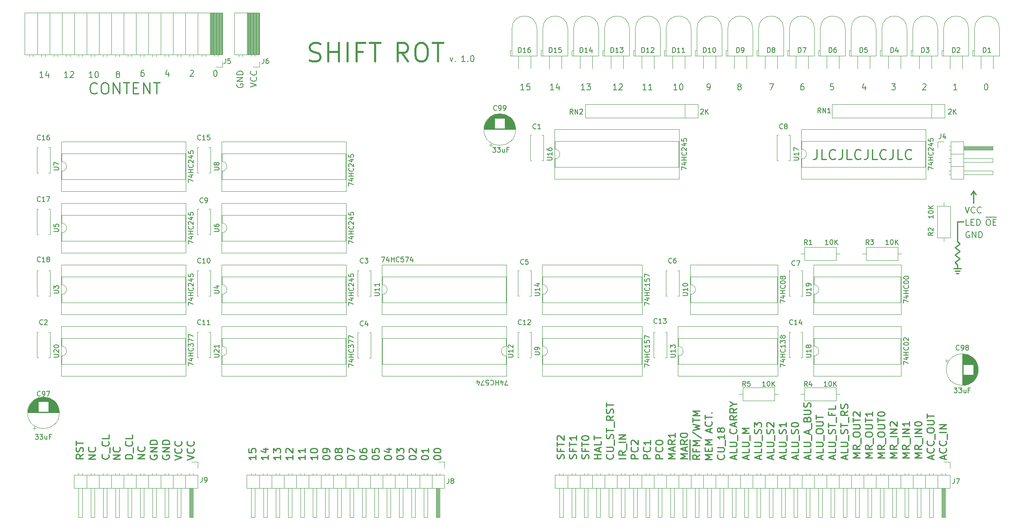
<source format=gto>
G04 #@! TF.GenerationSoftware,KiCad,Pcbnew,(7.0.0)*
G04 #@! TF.CreationDate,2024-11-17T17:21:31-08:00*
G04 #@! TF.ProjectId,shift_rot,73686966-745f-4726-9f74-2e6b69636164,rev?*
G04 #@! TF.SameCoordinates,Original*
G04 #@! TF.FileFunction,Legend,Top*
G04 #@! TF.FilePolarity,Positive*
%FSLAX46Y46*%
G04 Gerber Fmt 4.6, Leading zero omitted, Abs format (unit mm)*
G04 Created by KiCad (PCBNEW (7.0.0)) date 2024-11-17 17:21:31*
%MOMM*%
%LPD*%
G01*
G04 APERTURE LIST*
%ADD10C,0.254000*%
%ADD11C,0.203200*%
%ADD12C,0.381000*%
%ADD13C,0.150000*%
%ADD14C,0.250000*%
%ADD15C,0.120000*%
%ADD16R,1.600000X1.600000*%
%ADD17O,1.600000X1.600000*%
%ADD18C,1.600000*%
%ADD19R,1.800000X1.800000*%
%ADD20C,1.800000*%
%ADD21R,1.700000X1.700000*%
%ADD22O,1.700000X1.700000*%
G04 APERTURE END LIST*
D10*
X243840000Y-104648000D02*
X244348000Y-104648000D01*
X243586000Y-99314000D02*
X244602000Y-100076000D01*
X247396000Y-87630000D02*
X246888000Y-88392000D01*
X247396000Y-87630000D02*
X247904000Y-88392000D01*
X243332000Y-103632000D02*
X244856000Y-103632000D01*
X243586000Y-100838000D02*
X244602000Y-101600000D01*
X245364000Y-93980000D02*
X244094000Y-93980000D01*
X244094000Y-93980000D02*
X244094000Y-98044000D01*
X244602000Y-100076000D02*
X243586000Y-100838000D01*
X244602000Y-101600000D02*
X243586000Y-102362000D01*
X244094000Y-102870000D02*
X244094000Y-103632000D01*
X243586000Y-102362000D02*
X244094000Y-102870000D01*
X247396000Y-90170000D02*
X247396000Y-87630000D01*
X244094000Y-98044000D02*
X244602000Y-98552000D01*
X243586000Y-104140000D02*
X244602000Y-104140000D01*
X244602000Y-98552000D02*
X243586000Y-99314000D01*
D11*
X186387619Y-66779623D02*
X185661904Y-66779623D01*
X186024761Y-66779623D02*
X186024761Y-65509623D01*
X186024761Y-65509623D02*
X185903809Y-65691052D01*
X185903809Y-65691052D02*
X185782857Y-65812004D01*
X185782857Y-65812004D02*
X185661904Y-65872480D01*
X187173809Y-65509623D02*
X187294762Y-65509623D01*
X187294762Y-65509623D02*
X187415714Y-65570100D01*
X187415714Y-65570100D02*
X187476190Y-65630576D01*
X187476190Y-65630576D02*
X187536666Y-65751528D01*
X187536666Y-65751528D02*
X187597143Y-65993433D01*
X187597143Y-65993433D02*
X187597143Y-66295814D01*
X187597143Y-66295814D02*
X187536666Y-66537719D01*
X187536666Y-66537719D02*
X187476190Y-66658671D01*
X187476190Y-66658671D02*
X187415714Y-66719147D01*
X187415714Y-66719147D02*
X187294762Y-66779623D01*
X187294762Y-66779623D02*
X187173809Y-66779623D01*
X187173809Y-66779623D02*
X187052857Y-66719147D01*
X187052857Y-66719147D02*
X186992381Y-66658671D01*
X186992381Y-66658671D02*
X186931904Y-66537719D01*
X186931904Y-66537719D02*
X186871428Y-66295814D01*
X186871428Y-66295814D02*
X186871428Y-65993433D01*
X186871428Y-65993433D02*
X186931904Y-65751528D01*
X186931904Y-65751528D02*
X186992381Y-65630576D01*
X186992381Y-65630576D02*
X187052857Y-65570100D01*
X187052857Y-65570100D02*
X187173809Y-65509623D01*
X236969904Y-65630576D02*
X237030380Y-65570100D01*
X237030380Y-65570100D02*
X237151333Y-65509623D01*
X237151333Y-65509623D02*
X237453714Y-65509623D01*
X237453714Y-65509623D02*
X237574666Y-65570100D01*
X237574666Y-65570100D02*
X237635142Y-65630576D01*
X237635142Y-65630576D02*
X237695619Y-65751528D01*
X237695619Y-65751528D02*
X237695619Y-65872480D01*
X237695619Y-65872480D02*
X237635142Y-66053909D01*
X237635142Y-66053909D02*
X236909428Y-66779623D01*
X236909428Y-66779623D02*
X237695619Y-66779623D01*
X173941619Y-66779623D02*
X173215904Y-66779623D01*
X173578761Y-66779623D02*
X173578761Y-65509623D01*
X173578761Y-65509623D02*
X173457809Y-65691052D01*
X173457809Y-65691052D02*
X173336857Y-65812004D01*
X173336857Y-65812004D02*
X173215904Y-65872480D01*
X174425428Y-65630576D02*
X174485904Y-65570100D01*
X174485904Y-65570100D02*
X174606857Y-65509623D01*
X174606857Y-65509623D02*
X174909238Y-65509623D01*
X174909238Y-65509623D02*
X175030190Y-65570100D01*
X175030190Y-65570100D02*
X175090666Y-65630576D01*
X175090666Y-65630576D02*
X175151143Y-65751528D01*
X175151143Y-65751528D02*
X175151143Y-65872480D01*
X175151143Y-65872480D02*
X175090666Y-66053909D01*
X175090666Y-66053909D02*
X174364952Y-66779623D01*
X174364952Y-66779623D02*
X175151143Y-66779623D01*
X245738952Y-90909623D02*
X246162285Y-92179623D01*
X246162285Y-92179623D02*
X246585619Y-90909623D01*
X247734666Y-92058671D02*
X247674190Y-92119147D01*
X247674190Y-92119147D02*
X247492761Y-92179623D01*
X247492761Y-92179623D02*
X247371809Y-92179623D01*
X247371809Y-92179623D02*
X247190380Y-92119147D01*
X247190380Y-92119147D02*
X247069428Y-91998195D01*
X247069428Y-91998195D02*
X247008951Y-91877242D01*
X247008951Y-91877242D02*
X246948475Y-91635338D01*
X246948475Y-91635338D02*
X246948475Y-91453909D01*
X246948475Y-91453909D02*
X247008951Y-91212004D01*
X247008951Y-91212004D02*
X247069428Y-91091052D01*
X247069428Y-91091052D02*
X247190380Y-90970100D01*
X247190380Y-90970100D02*
X247371809Y-90909623D01*
X247371809Y-90909623D02*
X247492761Y-90909623D01*
X247492761Y-90909623D02*
X247674190Y-90970100D01*
X247674190Y-90970100D02*
X247734666Y-91030576D01*
X249004666Y-92058671D02*
X248944190Y-92119147D01*
X248944190Y-92119147D02*
X248762761Y-92179623D01*
X248762761Y-92179623D02*
X248641809Y-92179623D01*
X248641809Y-92179623D02*
X248460380Y-92119147D01*
X248460380Y-92119147D02*
X248339428Y-91998195D01*
X248339428Y-91998195D02*
X248278951Y-91877242D01*
X248278951Y-91877242D02*
X248218475Y-91635338D01*
X248218475Y-91635338D02*
X248218475Y-91453909D01*
X248218475Y-91453909D02*
X248278951Y-91212004D01*
X248278951Y-91212004D02*
X248339428Y-91091052D01*
X248339428Y-91091052D02*
X248460380Y-90970100D01*
X248460380Y-90970100D02*
X248641809Y-90909623D01*
X248641809Y-90909623D02*
X248762761Y-90909623D01*
X248762761Y-90909623D02*
X248944190Y-90970100D01*
X248944190Y-90970100D02*
X249004666Y-91030576D01*
X154891619Y-66779623D02*
X154165904Y-66779623D01*
X154528761Y-66779623D02*
X154528761Y-65509623D01*
X154528761Y-65509623D02*
X154407809Y-65691052D01*
X154407809Y-65691052D02*
X154286857Y-65812004D01*
X154286857Y-65812004D02*
X154165904Y-65872480D01*
X156040666Y-65509623D02*
X155435904Y-65509623D01*
X155435904Y-65509623D02*
X155375428Y-66114385D01*
X155375428Y-66114385D02*
X155435904Y-66053909D01*
X155435904Y-66053909D02*
X155556857Y-65993433D01*
X155556857Y-65993433D02*
X155859238Y-65993433D01*
X155859238Y-65993433D02*
X155980190Y-66053909D01*
X155980190Y-66053909D02*
X156040666Y-66114385D01*
X156040666Y-66114385D02*
X156101143Y-66235338D01*
X156101143Y-66235338D02*
X156101143Y-66537719D01*
X156101143Y-66537719D02*
X156040666Y-66658671D01*
X156040666Y-66658671D02*
X155980190Y-66719147D01*
X155980190Y-66719147D02*
X155859238Y-66779623D01*
X155859238Y-66779623D02*
X155556857Y-66779623D01*
X155556857Y-66779623D02*
X155435904Y-66719147D01*
X155435904Y-66719147D02*
X155375428Y-66658671D01*
D12*
X110707714Y-60711442D02*
X111252000Y-60892871D01*
X111252000Y-60892871D02*
X112159142Y-60892871D01*
X112159142Y-60892871D02*
X112522000Y-60711442D01*
X112522000Y-60711442D02*
X112703428Y-60530014D01*
X112703428Y-60530014D02*
X112884857Y-60167157D01*
X112884857Y-60167157D02*
X112884857Y-59804300D01*
X112884857Y-59804300D02*
X112703428Y-59441442D01*
X112703428Y-59441442D02*
X112522000Y-59260014D01*
X112522000Y-59260014D02*
X112159142Y-59078585D01*
X112159142Y-59078585D02*
X111433428Y-58897157D01*
X111433428Y-58897157D02*
X111070571Y-58715728D01*
X111070571Y-58715728D02*
X110889142Y-58534300D01*
X110889142Y-58534300D02*
X110707714Y-58171442D01*
X110707714Y-58171442D02*
X110707714Y-57808585D01*
X110707714Y-57808585D02*
X110889142Y-57445728D01*
X110889142Y-57445728D02*
X111070571Y-57264300D01*
X111070571Y-57264300D02*
X111433428Y-57082871D01*
X111433428Y-57082871D02*
X112340571Y-57082871D01*
X112340571Y-57082871D02*
X112884857Y-57264300D01*
X114517713Y-60892871D02*
X114517713Y-57082871D01*
X114517713Y-58897157D02*
X116694856Y-58897157D01*
X116694856Y-60892871D02*
X116694856Y-57082871D01*
X118509142Y-60892871D02*
X118509142Y-57082871D01*
X121593428Y-58897157D02*
X120323428Y-58897157D01*
X120323428Y-60892871D02*
X120323428Y-57082871D01*
X120323428Y-57082871D02*
X122137714Y-57082871D01*
X123044857Y-57082871D02*
X125222000Y-57082871D01*
X124133428Y-60892871D02*
X124133428Y-57082871D01*
X130955142Y-60892871D02*
X129685142Y-59078585D01*
X128777999Y-60892871D02*
X128777999Y-57082871D01*
X128777999Y-57082871D02*
X130229428Y-57082871D01*
X130229428Y-57082871D02*
X130592285Y-57264300D01*
X130592285Y-57264300D02*
X130773714Y-57445728D01*
X130773714Y-57445728D02*
X130955142Y-57808585D01*
X130955142Y-57808585D02*
X130955142Y-58352871D01*
X130955142Y-58352871D02*
X130773714Y-58715728D01*
X130773714Y-58715728D02*
X130592285Y-58897157D01*
X130592285Y-58897157D02*
X130229428Y-59078585D01*
X130229428Y-59078585D02*
X128777999Y-59078585D01*
X133313714Y-57082871D02*
X134039428Y-57082871D01*
X134039428Y-57082871D02*
X134402285Y-57264300D01*
X134402285Y-57264300D02*
X134765142Y-57627157D01*
X134765142Y-57627157D02*
X134946571Y-58352871D01*
X134946571Y-58352871D02*
X134946571Y-59622871D01*
X134946571Y-59622871D02*
X134765142Y-60348585D01*
X134765142Y-60348585D02*
X134402285Y-60711442D01*
X134402285Y-60711442D02*
X134039428Y-60892871D01*
X134039428Y-60892871D02*
X133313714Y-60892871D01*
X133313714Y-60892871D02*
X132950857Y-60711442D01*
X132950857Y-60711442D02*
X132587999Y-60348585D01*
X132587999Y-60348585D02*
X132406571Y-59622871D01*
X132406571Y-59622871D02*
X132406571Y-58352871D01*
X132406571Y-58352871D02*
X132587999Y-57627157D01*
X132587999Y-57627157D02*
X132950857Y-57264300D01*
X132950857Y-57264300D02*
X133313714Y-57082871D01*
X136035143Y-57082871D02*
X138212286Y-57082871D01*
X137123714Y-60892871D02*
X137123714Y-57082871D01*
D11*
X65991619Y-64239623D02*
X65265904Y-64239623D01*
X65628761Y-64239623D02*
X65628761Y-62969623D01*
X65628761Y-62969623D02*
X65507809Y-63151052D01*
X65507809Y-63151052D02*
X65386857Y-63272004D01*
X65386857Y-63272004D02*
X65265904Y-63332480D01*
X66777809Y-62969623D02*
X66898762Y-62969623D01*
X66898762Y-62969623D02*
X67019714Y-63030100D01*
X67019714Y-63030100D02*
X67080190Y-63090576D01*
X67080190Y-63090576D02*
X67140666Y-63211528D01*
X67140666Y-63211528D02*
X67201143Y-63453433D01*
X67201143Y-63453433D02*
X67201143Y-63755814D01*
X67201143Y-63755814D02*
X67140666Y-63997719D01*
X67140666Y-63997719D02*
X67080190Y-64118671D01*
X67080190Y-64118671D02*
X67019714Y-64179147D01*
X67019714Y-64179147D02*
X66898762Y-64239623D01*
X66898762Y-64239623D02*
X66777809Y-64239623D01*
X66777809Y-64239623D02*
X66656857Y-64179147D01*
X66656857Y-64179147D02*
X66596381Y-64118671D01*
X66596381Y-64118671D02*
X66535904Y-63997719D01*
X66535904Y-63997719D02*
X66475428Y-63755814D01*
X66475428Y-63755814D02*
X66475428Y-63453433D01*
X66475428Y-63453433D02*
X66535904Y-63211528D01*
X66535904Y-63211528D02*
X66596381Y-63090576D01*
X66596381Y-63090576D02*
X66656857Y-63030100D01*
X66656857Y-63030100D02*
X66777809Y-62969623D01*
X81618666Y-63138957D02*
X81618666Y-63985623D01*
X81316285Y-62655147D02*
X81013904Y-63562290D01*
X81013904Y-63562290D02*
X81800095Y-63562290D01*
X55831619Y-64239623D02*
X55105904Y-64239623D01*
X55468761Y-64239623D02*
X55468761Y-62969623D01*
X55468761Y-62969623D02*
X55347809Y-63151052D01*
X55347809Y-63151052D02*
X55226857Y-63272004D01*
X55226857Y-63272004D02*
X55105904Y-63332480D01*
X56920190Y-63392957D02*
X56920190Y-64239623D01*
X56617809Y-62909147D02*
X56315428Y-63816290D01*
X56315428Y-63816290D02*
X57101619Y-63816290D01*
X249972285Y-65509623D02*
X250093238Y-65509623D01*
X250093238Y-65509623D02*
X250214190Y-65570100D01*
X250214190Y-65570100D02*
X250274666Y-65630576D01*
X250274666Y-65630576D02*
X250335142Y-65751528D01*
X250335142Y-65751528D02*
X250395619Y-65993433D01*
X250395619Y-65993433D02*
X250395619Y-66295814D01*
X250395619Y-66295814D02*
X250335142Y-66537719D01*
X250335142Y-66537719D02*
X250274666Y-66658671D01*
X250274666Y-66658671D02*
X250214190Y-66719147D01*
X250214190Y-66719147D02*
X250093238Y-66779623D01*
X250093238Y-66779623D02*
X249972285Y-66779623D01*
X249972285Y-66779623D02*
X249851333Y-66719147D01*
X249851333Y-66719147D02*
X249790857Y-66658671D01*
X249790857Y-66658671D02*
X249730380Y-66537719D01*
X249730380Y-66537719D02*
X249669904Y-66295814D01*
X249669904Y-66295814D02*
X249669904Y-65993433D01*
X249669904Y-65993433D02*
X249730380Y-65751528D01*
X249730380Y-65751528D02*
X249790857Y-65630576D01*
X249790857Y-65630576D02*
X249851333Y-65570100D01*
X249851333Y-65570100D02*
X249972285Y-65509623D01*
X246525142Y-94719623D02*
X245920380Y-94719623D01*
X245920380Y-94719623D02*
X245920380Y-93449623D01*
X246948475Y-94054385D02*
X247371809Y-94054385D01*
X247553237Y-94719623D02*
X246948475Y-94719623D01*
X246948475Y-94719623D02*
X246948475Y-93449623D01*
X246948475Y-93449623D02*
X247553237Y-93449623D01*
X248097523Y-94719623D02*
X248097523Y-93449623D01*
X248097523Y-93449623D02*
X248399904Y-93449623D01*
X248399904Y-93449623D02*
X248581333Y-93510100D01*
X248581333Y-93510100D02*
X248702285Y-93631052D01*
X248702285Y-93631052D02*
X248762762Y-93752004D01*
X248762762Y-93752004D02*
X248823238Y-93993909D01*
X248823238Y-93993909D02*
X248823238Y-94175338D01*
X248823238Y-94175338D02*
X248762762Y-94417242D01*
X248762762Y-94417242D02*
X248702285Y-94538195D01*
X248702285Y-94538195D02*
X248581333Y-94659147D01*
X248581333Y-94659147D02*
X248399904Y-94719623D01*
X248399904Y-94719623D02*
X248097523Y-94719623D01*
X250371428Y-93449623D02*
X250613333Y-93449623D01*
X250613333Y-93449623D02*
X250734285Y-93510100D01*
X250734285Y-93510100D02*
X250855238Y-93631052D01*
X250855238Y-93631052D02*
X250915714Y-93872957D01*
X250915714Y-93872957D02*
X250915714Y-94296290D01*
X250915714Y-94296290D02*
X250855238Y-94538195D01*
X250855238Y-94538195D02*
X250734285Y-94659147D01*
X250734285Y-94659147D02*
X250613333Y-94719623D01*
X250613333Y-94719623D02*
X250371428Y-94719623D01*
X250371428Y-94719623D02*
X250250476Y-94659147D01*
X250250476Y-94659147D02*
X250129523Y-94538195D01*
X250129523Y-94538195D02*
X250069047Y-94296290D01*
X250069047Y-94296290D02*
X250069047Y-93872957D01*
X250069047Y-93872957D02*
X250129523Y-93631052D01*
X250129523Y-93631052D02*
X250250476Y-93510100D01*
X250250476Y-93510100D02*
X250371428Y-93449623D01*
X251459999Y-94054385D02*
X251883333Y-94054385D01*
X252064761Y-94719623D02*
X251459999Y-94719623D01*
X251459999Y-94719623D02*
X251459999Y-93449623D01*
X251459999Y-93449623D02*
X252064761Y-93449623D01*
X249954143Y-93002100D02*
X252179667Y-93002100D01*
X139627428Y-60090957D02*
X139929809Y-60937623D01*
X139929809Y-60937623D02*
X140232190Y-60090957D01*
X140715999Y-60816671D02*
X140776476Y-60877147D01*
X140776476Y-60877147D02*
X140715999Y-60937623D01*
X140715999Y-60937623D02*
X140655523Y-60877147D01*
X140655523Y-60877147D02*
X140715999Y-60816671D01*
X140715999Y-60816671D02*
X140715999Y-60937623D01*
X142748000Y-60937623D02*
X142022285Y-60937623D01*
X142385142Y-60937623D02*
X142385142Y-59667623D01*
X142385142Y-59667623D02*
X142264190Y-59849052D01*
X142264190Y-59849052D02*
X142143238Y-59970004D01*
X142143238Y-59970004D02*
X142022285Y-60030480D01*
X143292285Y-60816671D02*
X143352762Y-60877147D01*
X143352762Y-60877147D02*
X143292285Y-60937623D01*
X143292285Y-60937623D02*
X143231809Y-60877147D01*
X143231809Y-60877147D02*
X143292285Y-60816671D01*
X143292285Y-60816671D02*
X143292285Y-60937623D01*
X144138952Y-59667623D02*
X144259905Y-59667623D01*
X144259905Y-59667623D02*
X144380857Y-59728100D01*
X144380857Y-59728100D02*
X144441333Y-59788576D01*
X144441333Y-59788576D02*
X144501809Y-59909528D01*
X144501809Y-59909528D02*
X144562286Y-60151433D01*
X144562286Y-60151433D02*
X144562286Y-60453814D01*
X144562286Y-60453814D02*
X144501809Y-60695719D01*
X144501809Y-60695719D02*
X144441333Y-60816671D01*
X144441333Y-60816671D02*
X144380857Y-60877147D01*
X144380857Y-60877147D02*
X144259905Y-60937623D01*
X144259905Y-60937623D02*
X144138952Y-60937623D01*
X144138952Y-60937623D02*
X144018000Y-60877147D01*
X144018000Y-60877147D02*
X143957524Y-60816671D01*
X143957524Y-60816671D02*
X143897047Y-60695719D01*
X143897047Y-60695719D02*
X143836571Y-60453814D01*
X143836571Y-60453814D02*
X143836571Y-60151433D01*
X143836571Y-60151433D02*
X143897047Y-59909528D01*
X143897047Y-59909528D02*
X143957524Y-59788576D01*
X143957524Y-59788576D02*
X144018000Y-59728100D01*
X144018000Y-59728100D02*
X144138952Y-59667623D01*
X244045619Y-66779623D02*
X243319904Y-66779623D01*
X243682761Y-66779623D02*
X243682761Y-65509623D01*
X243682761Y-65509623D02*
X243561809Y-65691052D01*
X243561809Y-65691052D02*
X243440857Y-65812004D01*
X243440857Y-65812004D02*
X243319904Y-65872480D01*
D10*
X215186380Y-79059798D02*
X215186380Y-80511226D01*
X215186380Y-80511226D02*
X215089619Y-80801512D01*
X215089619Y-80801512D02*
X214896095Y-80995036D01*
X214896095Y-80995036D02*
X214605809Y-81091798D01*
X214605809Y-81091798D02*
X214412285Y-81091798D01*
X217121618Y-81091798D02*
X216153999Y-81091798D01*
X216153999Y-81091798D02*
X216153999Y-79059798D01*
X218960094Y-80898274D02*
X218863332Y-80995036D01*
X218863332Y-80995036D02*
X218573046Y-81091798D01*
X218573046Y-81091798D02*
X218379522Y-81091798D01*
X218379522Y-81091798D02*
X218089237Y-80995036D01*
X218089237Y-80995036D02*
X217895713Y-80801512D01*
X217895713Y-80801512D02*
X217798951Y-80607988D01*
X217798951Y-80607988D02*
X217702189Y-80220940D01*
X217702189Y-80220940D02*
X217702189Y-79930655D01*
X217702189Y-79930655D02*
X217798951Y-79543607D01*
X217798951Y-79543607D02*
X217895713Y-79350083D01*
X217895713Y-79350083D02*
X218089237Y-79156560D01*
X218089237Y-79156560D02*
X218379522Y-79059798D01*
X218379522Y-79059798D02*
X218573046Y-79059798D01*
X218573046Y-79059798D02*
X218863332Y-79156560D01*
X218863332Y-79156560D02*
X218960094Y-79253321D01*
X220411522Y-79059798D02*
X220411522Y-80511226D01*
X220411522Y-80511226D02*
X220314761Y-80801512D01*
X220314761Y-80801512D02*
X220121237Y-80995036D01*
X220121237Y-80995036D02*
X219830951Y-81091798D01*
X219830951Y-81091798D02*
X219637427Y-81091798D01*
X222346760Y-81091798D02*
X221379141Y-81091798D01*
X221379141Y-81091798D02*
X221379141Y-79059798D01*
X224185236Y-80898274D02*
X224088474Y-80995036D01*
X224088474Y-80995036D02*
X223798188Y-81091798D01*
X223798188Y-81091798D02*
X223604664Y-81091798D01*
X223604664Y-81091798D02*
X223314379Y-80995036D01*
X223314379Y-80995036D02*
X223120855Y-80801512D01*
X223120855Y-80801512D02*
X223024093Y-80607988D01*
X223024093Y-80607988D02*
X222927331Y-80220940D01*
X222927331Y-80220940D02*
X222927331Y-79930655D01*
X222927331Y-79930655D02*
X223024093Y-79543607D01*
X223024093Y-79543607D02*
X223120855Y-79350083D01*
X223120855Y-79350083D02*
X223314379Y-79156560D01*
X223314379Y-79156560D02*
X223604664Y-79059798D01*
X223604664Y-79059798D02*
X223798188Y-79059798D01*
X223798188Y-79059798D02*
X224088474Y-79156560D01*
X224088474Y-79156560D02*
X224185236Y-79253321D01*
X225636664Y-79059798D02*
X225636664Y-80511226D01*
X225636664Y-80511226D02*
X225539903Y-80801512D01*
X225539903Y-80801512D02*
X225346379Y-80995036D01*
X225346379Y-80995036D02*
X225056093Y-81091798D01*
X225056093Y-81091798D02*
X224862569Y-81091798D01*
X227571902Y-81091798D02*
X226604283Y-81091798D01*
X226604283Y-81091798D02*
X226604283Y-79059798D01*
X229410378Y-80898274D02*
X229313616Y-80995036D01*
X229313616Y-80995036D02*
X229023330Y-81091798D01*
X229023330Y-81091798D02*
X228829806Y-81091798D01*
X228829806Y-81091798D02*
X228539521Y-80995036D01*
X228539521Y-80995036D02*
X228345997Y-80801512D01*
X228345997Y-80801512D02*
X228249235Y-80607988D01*
X228249235Y-80607988D02*
X228152473Y-80220940D01*
X228152473Y-80220940D02*
X228152473Y-79930655D01*
X228152473Y-79930655D02*
X228249235Y-79543607D01*
X228249235Y-79543607D02*
X228345997Y-79350083D01*
X228345997Y-79350083D02*
X228539521Y-79156560D01*
X228539521Y-79156560D02*
X228829806Y-79059798D01*
X228829806Y-79059798D02*
X229023330Y-79059798D01*
X229023330Y-79059798D02*
X229313616Y-79156560D01*
X229313616Y-79156560D02*
X229410378Y-79253321D01*
X230861806Y-79059798D02*
X230861806Y-80511226D01*
X230861806Y-80511226D02*
X230765045Y-80801512D01*
X230765045Y-80801512D02*
X230571521Y-80995036D01*
X230571521Y-80995036D02*
X230281235Y-81091798D01*
X230281235Y-81091798D02*
X230087711Y-81091798D01*
X232797044Y-81091798D02*
X231829425Y-81091798D01*
X231829425Y-81091798D02*
X231829425Y-79059798D01*
X234635520Y-80898274D02*
X234538758Y-80995036D01*
X234538758Y-80995036D02*
X234248472Y-81091798D01*
X234248472Y-81091798D02*
X234054948Y-81091798D01*
X234054948Y-81091798D02*
X233764663Y-80995036D01*
X233764663Y-80995036D02*
X233571139Y-80801512D01*
X233571139Y-80801512D02*
X233474377Y-80607988D01*
X233474377Y-80607988D02*
X233377615Y-80220940D01*
X233377615Y-80220940D02*
X233377615Y-79930655D01*
X233377615Y-79930655D02*
X233474377Y-79543607D01*
X233474377Y-79543607D02*
X233571139Y-79350083D01*
X233571139Y-79350083D02*
X233764663Y-79156560D01*
X233764663Y-79156560D02*
X234054948Y-79059798D01*
X234054948Y-79059798D02*
X234248472Y-79059798D01*
X234248472Y-79059798D02*
X234538758Y-79156560D01*
X234538758Y-79156560D02*
X234635520Y-79253321D01*
D11*
X246585619Y-96050100D02*
X246464666Y-95989623D01*
X246464666Y-95989623D02*
X246283238Y-95989623D01*
X246283238Y-95989623D02*
X246101809Y-96050100D01*
X246101809Y-96050100D02*
X245980857Y-96171052D01*
X245980857Y-96171052D02*
X245920380Y-96292004D01*
X245920380Y-96292004D02*
X245859904Y-96533909D01*
X245859904Y-96533909D02*
X245859904Y-96715338D01*
X245859904Y-96715338D02*
X245920380Y-96957242D01*
X245920380Y-96957242D02*
X245980857Y-97078195D01*
X245980857Y-97078195D02*
X246101809Y-97199147D01*
X246101809Y-97199147D02*
X246283238Y-97259623D01*
X246283238Y-97259623D02*
X246404190Y-97259623D01*
X246404190Y-97259623D02*
X246585619Y-97199147D01*
X246585619Y-97199147D02*
X246646095Y-97138671D01*
X246646095Y-97138671D02*
X246646095Y-96715338D01*
X246646095Y-96715338D02*
X246404190Y-96715338D01*
X247190380Y-97259623D02*
X247190380Y-95989623D01*
X247190380Y-95989623D02*
X247916095Y-97259623D01*
X247916095Y-97259623D02*
X247916095Y-95989623D01*
X248520856Y-97259623D02*
X248520856Y-95989623D01*
X248520856Y-95989623D02*
X248823237Y-95989623D01*
X248823237Y-95989623D02*
X249004666Y-96050100D01*
X249004666Y-96050100D02*
X249125618Y-96171052D01*
X249125618Y-96171052D02*
X249186095Y-96292004D01*
X249186095Y-96292004D02*
X249246571Y-96533909D01*
X249246571Y-96533909D02*
X249246571Y-96715338D01*
X249246571Y-96715338D02*
X249186095Y-96957242D01*
X249186095Y-96957242D02*
X249125618Y-97078195D01*
X249125618Y-97078195D02*
X249004666Y-97199147D01*
X249004666Y-97199147D02*
X248823237Y-97259623D01*
X248823237Y-97259623D02*
X248520856Y-97259623D01*
X76538666Y-62715623D02*
X76296761Y-62715623D01*
X76296761Y-62715623D02*
X76175809Y-62776100D01*
X76175809Y-62776100D02*
X76115333Y-62836576D01*
X76115333Y-62836576D02*
X75994380Y-63018004D01*
X75994380Y-63018004D02*
X75933904Y-63259909D01*
X75933904Y-63259909D02*
X75933904Y-63743719D01*
X75933904Y-63743719D02*
X75994380Y-63864671D01*
X75994380Y-63864671D02*
X76054857Y-63925147D01*
X76054857Y-63925147D02*
X76175809Y-63985623D01*
X76175809Y-63985623D02*
X76417714Y-63985623D01*
X76417714Y-63985623D02*
X76538666Y-63925147D01*
X76538666Y-63925147D02*
X76599142Y-63864671D01*
X76599142Y-63864671D02*
X76659619Y-63743719D01*
X76659619Y-63743719D02*
X76659619Y-63441338D01*
X76659619Y-63441338D02*
X76599142Y-63320385D01*
X76599142Y-63320385D02*
X76538666Y-63259909D01*
X76538666Y-63259909D02*
X76417714Y-63199433D01*
X76417714Y-63199433D02*
X76175809Y-63199433D01*
X76175809Y-63199433D02*
X76054857Y-63259909D01*
X76054857Y-63259909D02*
X75994380Y-63320385D01*
X75994380Y-63320385D02*
X75933904Y-63441338D01*
X225128666Y-65932957D02*
X225128666Y-66779623D01*
X224826285Y-65449147D02*
X224523904Y-66356290D01*
X224523904Y-66356290D02*
X225310095Y-66356290D01*
X180037619Y-66779623D02*
X179311904Y-66779623D01*
X179674761Y-66779623D02*
X179674761Y-65509623D01*
X179674761Y-65509623D02*
X179553809Y-65691052D01*
X179553809Y-65691052D02*
X179432857Y-65812004D01*
X179432857Y-65812004D02*
X179311904Y-65872480D01*
X181247143Y-66779623D02*
X180521428Y-66779623D01*
X180884285Y-66779623D02*
X180884285Y-65509623D01*
X180884285Y-65509623D02*
X180763333Y-65691052D01*
X180763333Y-65691052D02*
X180642381Y-65812004D01*
X180642381Y-65812004D02*
X180521428Y-65872480D01*
D10*
X66874571Y-67356808D02*
X66765714Y-67465665D01*
X66765714Y-67465665D02*
X66439142Y-67574522D01*
X66439142Y-67574522D02*
X66221428Y-67574522D01*
X66221428Y-67574522D02*
X65894857Y-67465665D01*
X65894857Y-67465665D02*
X65677142Y-67247951D01*
X65677142Y-67247951D02*
X65568285Y-67030237D01*
X65568285Y-67030237D02*
X65459428Y-66594808D01*
X65459428Y-66594808D02*
X65459428Y-66268237D01*
X65459428Y-66268237D02*
X65568285Y-65832808D01*
X65568285Y-65832808D02*
X65677142Y-65615094D01*
X65677142Y-65615094D02*
X65894857Y-65397380D01*
X65894857Y-65397380D02*
X66221428Y-65288522D01*
X66221428Y-65288522D02*
X66439142Y-65288522D01*
X66439142Y-65288522D02*
X66765714Y-65397380D01*
X66765714Y-65397380D02*
X66874571Y-65506237D01*
X68289714Y-65288522D02*
X68725142Y-65288522D01*
X68725142Y-65288522D02*
X68942857Y-65397380D01*
X68942857Y-65397380D02*
X69160571Y-65615094D01*
X69160571Y-65615094D02*
X69269428Y-66050522D01*
X69269428Y-66050522D02*
X69269428Y-66812522D01*
X69269428Y-66812522D02*
X69160571Y-67247951D01*
X69160571Y-67247951D02*
X68942857Y-67465665D01*
X68942857Y-67465665D02*
X68725142Y-67574522D01*
X68725142Y-67574522D02*
X68289714Y-67574522D01*
X68289714Y-67574522D02*
X68072000Y-67465665D01*
X68072000Y-67465665D02*
X67854285Y-67247951D01*
X67854285Y-67247951D02*
X67745428Y-66812522D01*
X67745428Y-66812522D02*
X67745428Y-66050522D01*
X67745428Y-66050522D02*
X67854285Y-65615094D01*
X67854285Y-65615094D02*
X68072000Y-65397380D01*
X68072000Y-65397380D02*
X68289714Y-65288522D01*
X70249142Y-67574522D02*
X70249142Y-65288522D01*
X70249142Y-65288522D02*
X71555428Y-67574522D01*
X71555428Y-67574522D02*
X71555428Y-65288522D01*
X72317428Y-65288522D02*
X73623714Y-65288522D01*
X72970571Y-67574522D02*
X72970571Y-65288522D01*
X74385713Y-66377094D02*
X75147713Y-66377094D01*
X75474285Y-67574522D02*
X74385713Y-67574522D01*
X74385713Y-67574522D02*
X74385713Y-65288522D01*
X74385713Y-65288522D02*
X75474285Y-65288522D01*
X76453999Y-67574522D02*
X76453999Y-65288522D01*
X76453999Y-65288522D02*
X77760285Y-67574522D01*
X77760285Y-67574522D02*
X77760285Y-65288522D01*
X78522285Y-65288522D02*
X79828571Y-65288522D01*
X79175428Y-67574522D02*
X79175428Y-65288522D01*
D11*
X160987619Y-66779623D02*
X160261904Y-66779623D01*
X160624761Y-66779623D02*
X160624761Y-65509623D01*
X160624761Y-65509623D02*
X160503809Y-65691052D01*
X160503809Y-65691052D02*
X160382857Y-65812004D01*
X160382857Y-65812004D02*
X160261904Y-65872480D01*
X162076190Y-65932957D02*
X162076190Y-66779623D01*
X161773809Y-65449147D02*
X161471428Y-66356290D01*
X161471428Y-66356290D02*
X162257619Y-66356290D01*
X199111809Y-66053909D02*
X198990857Y-65993433D01*
X198990857Y-65993433D02*
X198930380Y-65932957D01*
X198930380Y-65932957D02*
X198869904Y-65812004D01*
X198869904Y-65812004D02*
X198869904Y-65751528D01*
X198869904Y-65751528D02*
X198930380Y-65630576D01*
X198930380Y-65630576D02*
X198990857Y-65570100D01*
X198990857Y-65570100D02*
X199111809Y-65509623D01*
X199111809Y-65509623D02*
X199353714Y-65509623D01*
X199353714Y-65509623D02*
X199474666Y-65570100D01*
X199474666Y-65570100D02*
X199535142Y-65630576D01*
X199535142Y-65630576D02*
X199595619Y-65751528D01*
X199595619Y-65751528D02*
X199595619Y-65812004D01*
X199595619Y-65812004D02*
X199535142Y-65932957D01*
X199535142Y-65932957D02*
X199474666Y-65993433D01*
X199474666Y-65993433D02*
X199353714Y-66053909D01*
X199353714Y-66053909D02*
X199111809Y-66053909D01*
X199111809Y-66053909D02*
X198990857Y-66114385D01*
X198990857Y-66114385D02*
X198930380Y-66174861D01*
X198930380Y-66174861D02*
X198869904Y-66295814D01*
X198869904Y-66295814D02*
X198869904Y-66537719D01*
X198869904Y-66537719D02*
X198930380Y-66658671D01*
X198930380Y-66658671D02*
X198990857Y-66719147D01*
X198990857Y-66719147D02*
X199111809Y-66779623D01*
X199111809Y-66779623D02*
X199353714Y-66779623D01*
X199353714Y-66779623D02*
X199474666Y-66719147D01*
X199474666Y-66719147D02*
X199535142Y-66658671D01*
X199535142Y-66658671D02*
X199595619Y-66537719D01*
X199595619Y-66537719D02*
X199595619Y-66295814D01*
X199595619Y-66295814D02*
X199535142Y-66174861D01*
X199535142Y-66174861D02*
X199474666Y-66114385D01*
X199474666Y-66114385D02*
X199353714Y-66053909D01*
X167337619Y-66779623D02*
X166611904Y-66779623D01*
X166974761Y-66779623D02*
X166974761Y-65509623D01*
X166974761Y-65509623D02*
X166853809Y-65691052D01*
X166853809Y-65691052D02*
X166732857Y-65812004D01*
X166732857Y-65812004D02*
X166611904Y-65872480D01*
X167760952Y-65509623D02*
X168547143Y-65509623D01*
X168547143Y-65509623D02*
X168123809Y-65993433D01*
X168123809Y-65993433D02*
X168305238Y-65993433D01*
X168305238Y-65993433D02*
X168426190Y-66053909D01*
X168426190Y-66053909D02*
X168486666Y-66114385D01*
X168486666Y-66114385D02*
X168547143Y-66235338D01*
X168547143Y-66235338D02*
X168547143Y-66537719D01*
X168547143Y-66537719D02*
X168486666Y-66658671D01*
X168486666Y-66658671D02*
X168426190Y-66719147D01*
X168426190Y-66719147D02*
X168305238Y-66779623D01*
X168305238Y-66779623D02*
X167942381Y-66779623D01*
X167942381Y-66779623D02*
X167821428Y-66719147D01*
X167821428Y-66719147D02*
X167760952Y-66658671D01*
X86093904Y-62836576D02*
X86154380Y-62776100D01*
X86154380Y-62776100D02*
X86275333Y-62715623D01*
X86275333Y-62715623D02*
X86577714Y-62715623D01*
X86577714Y-62715623D02*
X86698666Y-62776100D01*
X86698666Y-62776100D02*
X86759142Y-62836576D01*
X86759142Y-62836576D02*
X86819619Y-62957528D01*
X86819619Y-62957528D02*
X86819619Y-63078480D01*
X86819619Y-63078480D02*
X86759142Y-63259909D01*
X86759142Y-63259909D02*
X86033428Y-63985623D01*
X86033428Y-63985623D02*
X86819619Y-63985623D01*
X192640857Y-66779623D02*
X192882761Y-66779623D01*
X192882761Y-66779623D02*
X193003714Y-66719147D01*
X193003714Y-66719147D02*
X193064190Y-66658671D01*
X193064190Y-66658671D02*
X193185142Y-66477242D01*
X193185142Y-66477242D02*
X193245619Y-66235338D01*
X193245619Y-66235338D02*
X193245619Y-65751528D01*
X193245619Y-65751528D02*
X193185142Y-65630576D01*
X193185142Y-65630576D02*
X193124666Y-65570100D01*
X193124666Y-65570100D02*
X193003714Y-65509623D01*
X193003714Y-65509623D02*
X192761809Y-65509623D01*
X192761809Y-65509623D02*
X192640857Y-65570100D01*
X192640857Y-65570100D02*
X192580380Y-65630576D01*
X192580380Y-65630576D02*
X192519904Y-65751528D01*
X192519904Y-65751528D02*
X192519904Y-66053909D01*
X192519904Y-66053909D02*
X192580380Y-66174861D01*
X192580380Y-66174861D02*
X192640857Y-66235338D01*
X192640857Y-66235338D02*
X192761809Y-66295814D01*
X192761809Y-66295814D02*
X193003714Y-66295814D01*
X193003714Y-66295814D02*
X193124666Y-66235338D01*
X193124666Y-66235338D02*
X193185142Y-66174861D01*
X193185142Y-66174861D02*
X193245619Y-66053909D01*
X230559428Y-65509623D02*
X231345619Y-65509623D01*
X231345619Y-65509623D02*
X230922285Y-65993433D01*
X230922285Y-65993433D02*
X231103714Y-65993433D01*
X231103714Y-65993433D02*
X231224666Y-66053909D01*
X231224666Y-66053909D02*
X231285142Y-66114385D01*
X231285142Y-66114385D02*
X231345619Y-66235338D01*
X231345619Y-66235338D02*
X231345619Y-66537719D01*
X231345619Y-66537719D02*
X231285142Y-66658671D01*
X231285142Y-66658671D02*
X231224666Y-66719147D01*
X231224666Y-66719147D02*
X231103714Y-66779623D01*
X231103714Y-66779623D02*
X230740857Y-66779623D01*
X230740857Y-66779623D02*
X230619904Y-66719147D01*
X230619904Y-66719147D02*
X230559428Y-66658671D01*
X218585142Y-65509623D02*
X217980380Y-65509623D01*
X217980380Y-65509623D02*
X217919904Y-66114385D01*
X217919904Y-66114385D02*
X217980380Y-66053909D01*
X217980380Y-66053909D02*
X218101333Y-65993433D01*
X218101333Y-65993433D02*
X218403714Y-65993433D01*
X218403714Y-65993433D02*
X218524666Y-66053909D01*
X218524666Y-66053909D02*
X218585142Y-66114385D01*
X218585142Y-66114385D02*
X218645619Y-66235338D01*
X218645619Y-66235338D02*
X218645619Y-66537719D01*
X218645619Y-66537719D02*
X218585142Y-66658671D01*
X218585142Y-66658671D02*
X218524666Y-66719147D01*
X218524666Y-66719147D02*
X218403714Y-66779623D01*
X218403714Y-66779623D02*
X218101333Y-66779623D01*
X218101333Y-66779623D02*
X217980380Y-66719147D01*
X217980380Y-66719147D02*
X217919904Y-66658671D01*
X95796100Y-65580380D02*
X95735623Y-65701333D01*
X95735623Y-65701333D02*
X95735623Y-65882761D01*
X95735623Y-65882761D02*
X95796100Y-66064190D01*
X95796100Y-66064190D02*
X95917052Y-66185142D01*
X95917052Y-66185142D02*
X96038004Y-66245619D01*
X96038004Y-66245619D02*
X96279909Y-66306095D01*
X96279909Y-66306095D02*
X96461338Y-66306095D01*
X96461338Y-66306095D02*
X96703242Y-66245619D01*
X96703242Y-66245619D02*
X96824195Y-66185142D01*
X96824195Y-66185142D02*
X96945147Y-66064190D01*
X96945147Y-66064190D02*
X97005623Y-65882761D01*
X97005623Y-65882761D02*
X97005623Y-65761809D01*
X97005623Y-65761809D02*
X96945147Y-65580380D01*
X96945147Y-65580380D02*
X96884671Y-65519904D01*
X96884671Y-65519904D02*
X96461338Y-65519904D01*
X96461338Y-65519904D02*
X96461338Y-65761809D01*
X97005623Y-64975619D02*
X95735623Y-64975619D01*
X95735623Y-64975619D02*
X97005623Y-64249904D01*
X97005623Y-64249904D02*
X95735623Y-64249904D01*
X97005623Y-63645143D02*
X95735623Y-63645143D01*
X95735623Y-63645143D02*
X95735623Y-63342762D01*
X95735623Y-63342762D02*
X95796100Y-63161333D01*
X95796100Y-63161333D02*
X95917052Y-63040381D01*
X95917052Y-63040381D02*
X96038004Y-62979904D01*
X96038004Y-62979904D02*
X96279909Y-62919428D01*
X96279909Y-62919428D02*
X96461338Y-62919428D01*
X96461338Y-62919428D02*
X96703242Y-62979904D01*
X96703242Y-62979904D02*
X96824195Y-63040381D01*
X96824195Y-63040381D02*
X96945147Y-63161333D01*
X96945147Y-63161333D02*
X97005623Y-63342762D01*
X97005623Y-63342762D02*
X97005623Y-63645143D01*
X98529623Y-66173047D02*
X99799623Y-65749714D01*
X99799623Y-65749714D02*
X98529623Y-65326380D01*
X99678671Y-64177333D02*
X99739147Y-64237809D01*
X99739147Y-64237809D02*
X99799623Y-64419238D01*
X99799623Y-64419238D02*
X99799623Y-64540190D01*
X99799623Y-64540190D02*
X99739147Y-64721619D01*
X99739147Y-64721619D02*
X99618195Y-64842571D01*
X99618195Y-64842571D02*
X99497242Y-64903048D01*
X99497242Y-64903048D02*
X99255338Y-64963524D01*
X99255338Y-64963524D02*
X99073909Y-64963524D01*
X99073909Y-64963524D02*
X98832004Y-64903048D01*
X98832004Y-64903048D02*
X98711052Y-64842571D01*
X98711052Y-64842571D02*
X98590100Y-64721619D01*
X98590100Y-64721619D02*
X98529623Y-64540190D01*
X98529623Y-64540190D02*
X98529623Y-64419238D01*
X98529623Y-64419238D02*
X98590100Y-64237809D01*
X98590100Y-64237809D02*
X98650576Y-64177333D01*
X99678671Y-62907333D02*
X99739147Y-62967809D01*
X99739147Y-62967809D02*
X99799623Y-63149238D01*
X99799623Y-63149238D02*
X99799623Y-63270190D01*
X99799623Y-63270190D02*
X99739147Y-63451619D01*
X99739147Y-63451619D02*
X99618195Y-63572571D01*
X99618195Y-63572571D02*
X99497242Y-63633048D01*
X99497242Y-63633048D02*
X99255338Y-63693524D01*
X99255338Y-63693524D02*
X99073909Y-63693524D01*
X99073909Y-63693524D02*
X98832004Y-63633048D01*
X98832004Y-63633048D02*
X98711052Y-63572571D01*
X98711052Y-63572571D02*
X98590100Y-63451619D01*
X98590100Y-63451619D02*
X98529623Y-63270190D01*
X98529623Y-63270190D02*
X98529623Y-63149238D01*
X98529623Y-63149238D02*
X98590100Y-62967809D01*
X98590100Y-62967809D02*
X98650576Y-62907333D01*
X212428666Y-65509623D02*
X212186761Y-65509623D01*
X212186761Y-65509623D02*
X212065809Y-65570100D01*
X212065809Y-65570100D02*
X212005333Y-65630576D01*
X212005333Y-65630576D02*
X211884380Y-65812004D01*
X211884380Y-65812004D02*
X211823904Y-66053909D01*
X211823904Y-66053909D02*
X211823904Y-66537719D01*
X211823904Y-66537719D02*
X211884380Y-66658671D01*
X211884380Y-66658671D02*
X211944857Y-66719147D01*
X211944857Y-66719147D02*
X212065809Y-66779623D01*
X212065809Y-66779623D02*
X212307714Y-66779623D01*
X212307714Y-66779623D02*
X212428666Y-66719147D01*
X212428666Y-66719147D02*
X212489142Y-66658671D01*
X212489142Y-66658671D02*
X212549619Y-66537719D01*
X212549619Y-66537719D02*
X212549619Y-66235338D01*
X212549619Y-66235338D02*
X212489142Y-66114385D01*
X212489142Y-66114385D02*
X212428666Y-66053909D01*
X212428666Y-66053909D02*
X212307714Y-65993433D01*
X212307714Y-65993433D02*
X212065809Y-65993433D01*
X212065809Y-65993433D02*
X211944857Y-66053909D01*
X211944857Y-66053909D02*
X211884380Y-66114385D01*
X211884380Y-66114385D02*
X211823904Y-66235338D01*
X205413428Y-65509623D02*
X206260095Y-65509623D01*
X206260095Y-65509623D02*
X205715809Y-66779623D01*
X91222285Y-62715623D02*
X91343238Y-62715623D01*
X91343238Y-62715623D02*
X91464190Y-62776100D01*
X91464190Y-62776100D02*
X91524666Y-62836576D01*
X91524666Y-62836576D02*
X91585142Y-62957528D01*
X91585142Y-62957528D02*
X91645619Y-63199433D01*
X91645619Y-63199433D02*
X91645619Y-63501814D01*
X91645619Y-63501814D02*
X91585142Y-63743719D01*
X91585142Y-63743719D02*
X91524666Y-63864671D01*
X91524666Y-63864671D02*
X91464190Y-63925147D01*
X91464190Y-63925147D02*
X91343238Y-63985623D01*
X91343238Y-63985623D02*
X91222285Y-63985623D01*
X91222285Y-63985623D02*
X91101333Y-63925147D01*
X91101333Y-63925147D02*
X91040857Y-63864671D01*
X91040857Y-63864671D02*
X90980380Y-63743719D01*
X90980380Y-63743719D02*
X90919904Y-63501814D01*
X90919904Y-63501814D02*
X90919904Y-63199433D01*
X90919904Y-63199433D02*
X90980380Y-62957528D01*
X90980380Y-62957528D02*
X91040857Y-62836576D01*
X91040857Y-62836576D02*
X91101333Y-62776100D01*
X91101333Y-62776100D02*
X91222285Y-62715623D01*
X71095809Y-63513909D02*
X70974857Y-63453433D01*
X70974857Y-63453433D02*
X70914380Y-63392957D01*
X70914380Y-63392957D02*
X70853904Y-63272004D01*
X70853904Y-63272004D02*
X70853904Y-63211528D01*
X70853904Y-63211528D02*
X70914380Y-63090576D01*
X70914380Y-63090576D02*
X70974857Y-63030100D01*
X70974857Y-63030100D02*
X71095809Y-62969623D01*
X71095809Y-62969623D02*
X71337714Y-62969623D01*
X71337714Y-62969623D02*
X71458666Y-63030100D01*
X71458666Y-63030100D02*
X71519142Y-63090576D01*
X71519142Y-63090576D02*
X71579619Y-63211528D01*
X71579619Y-63211528D02*
X71579619Y-63272004D01*
X71579619Y-63272004D02*
X71519142Y-63392957D01*
X71519142Y-63392957D02*
X71458666Y-63453433D01*
X71458666Y-63453433D02*
X71337714Y-63513909D01*
X71337714Y-63513909D02*
X71095809Y-63513909D01*
X71095809Y-63513909D02*
X70974857Y-63574385D01*
X70974857Y-63574385D02*
X70914380Y-63634861D01*
X70914380Y-63634861D02*
X70853904Y-63755814D01*
X70853904Y-63755814D02*
X70853904Y-63997719D01*
X70853904Y-63997719D02*
X70914380Y-64118671D01*
X70914380Y-64118671D02*
X70974857Y-64179147D01*
X70974857Y-64179147D02*
X71095809Y-64239623D01*
X71095809Y-64239623D02*
X71337714Y-64239623D01*
X71337714Y-64239623D02*
X71458666Y-64179147D01*
X71458666Y-64179147D02*
X71519142Y-64118671D01*
X71519142Y-64118671D02*
X71579619Y-63997719D01*
X71579619Y-63997719D02*
X71579619Y-63755814D01*
X71579619Y-63755814D02*
X71519142Y-63634861D01*
X71519142Y-63634861D02*
X71458666Y-63574385D01*
X71458666Y-63574385D02*
X71337714Y-63513909D01*
X60911619Y-64239623D02*
X60185904Y-64239623D01*
X60548761Y-64239623D02*
X60548761Y-62969623D01*
X60548761Y-62969623D02*
X60427809Y-63151052D01*
X60427809Y-63151052D02*
X60306857Y-63272004D01*
X60306857Y-63272004D02*
X60185904Y-63332480D01*
X61395428Y-63090576D02*
X61455904Y-63030100D01*
X61455904Y-63030100D02*
X61576857Y-62969623D01*
X61576857Y-62969623D02*
X61879238Y-62969623D01*
X61879238Y-62969623D02*
X62000190Y-63030100D01*
X62000190Y-63030100D02*
X62060666Y-63090576D01*
X62060666Y-63090576D02*
X62121143Y-63211528D01*
X62121143Y-63211528D02*
X62121143Y-63332480D01*
X62121143Y-63332480D02*
X62060666Y-63513909D01*
X62060666Y-63513909D02*
X61334952Y-64239623D01*
X61334952Y-64239623D02*
X62121143Y-64239623D01*
D13*
X151557380Y-121888094D02*
X152366904Y-121888094D01*
X152366904Y-121888094D02*
X152462142Y-121840475D01*
X152462142Y-121840475D02*
X152509761Y-121792856D01*
X152509761Y-121792856D02*
X152557380Y-121697618D01*
X152557380Y-121697618D02*
X152557380Y-121507142D01*
X152557380Y-121507142D02*
X152509761Y-121411904D01*
X152509761Y-121411904D02*
X152462142Y-121364285D01*
X152462142Y-121364285D02*
X152366904Y-121316666D01*
X152366904Y-121316666D02*
X151557380Y-121316666D01*
X152557380Y-120316666D02*
X152557380Y-120888094D01*
X152557380Y-120602380D02*
X151557380Y-120602380D01*
X151557380Y-120602380D02*
X151700238Y-120697618D01*
X151700238Y-120697618D02*
X151795476Y-120792856D01*
X151795476Y-120792856D02*
X151843095Y-120888094D01*
X151652619Y-119935713D02*
X151605000Y-119888094D01*
X151605000Y-119888094D02*
X151557380Y-119792856D01*
X151557380Y-119792856D02*
X151557380Y-119554761D01*
X151557380Y-119554761D02*
X151605000Y-119459523D01*
X151605000Y-119459523D02*
X151652619Y-119411904D01*
X151652619Y-119411904D02*
X151747857Y-119364285D01*
X151747857Y-119364285D02*
X151843095Y-119364285D01*
X151843095Y-119364285D02*
X151985952Y-119411904D01*
X151985952Y-119411904D02*
X152557380Y-119983332D01*
X152557380Y-119983332D02*
X152557380Y-119364285D01*
X151597904Y-127632619D02*
X150931238Y-127632619D01*
X150931238Y-127632619D02*
X151359809Y-126632619D01*
X150121714Y-127299285D02*
X150121714Y-126632619D01*
X150359809Y-127680238D02*
X150597904Y-126965952D01*
X150597904Y-126965952D02*
X149978857Y-126965952D01*
X149597904Y-126632619D02*
X149597904Y-127632619D01*
X149597904Y-127156428D02*
X149026476Y-127156428D01*
X149026476Y-126632619D02*
X149026476Y-127632619D01*
X147978857Y-126727857D02*
X148026476Y-126680238D01*
X148026476Y-126680238D02*
X148169333Y-126632619D01*
X148169333Y-126632619D02*
X148264571Y-126632619D01*
X148264571Y-126632619D02*
X148407428Y-126680238D01*
X148407428Y-126680238D02*
X148502666Y-126775476D01*
X148502666Y-126775476D02*
X148550285Y-126870714D01*
X148550285Y-126870714D02*
X148597904Y-127061190D01*
X148597904Y-127061190D02*
X148597904Y-127204047D01*
X148597904Y-127204047D02*
X148550285Y-127394523D01*
X148550285Y-127394523D02*
X148502666Y-127489761D01*
X148502666Y-127489761D02*
X148407428Y-127585000D01*
X148407428Y-127585000D02*
X148264571Y-127632619D01*
X148264571Y-127632619D02*
X148169333Y-127632619D01*
X148169333Y-127632619D02*
X148026476Y-127585000D01*
X148026476Y-127585000D02*
X147978857Y-127537380D01*
X147074095Y-127632619D02*
X147550285Y-127632619D01*
X147550285Y-127632619D02*
X147597904Y-127156428D01*
X147597904Y-127156428D02*
X147550285Y-127204047D01*
X147550285Y-127204047D02*
X147455047Y-127251666D01*
X147455047Y-127251666D02*
X147216952Y-127251666D01*
X147216952Y-127251666D02*
X147121714Y-127204047D01*
X147121714Y-127204047D02*
X147074095Y-127156428D01*
X147074095Y-127156428D02*
X147026476Y-127061190D01*
X147026476Y-127061190D02*
X147026476Y-126823095D01*
X147026476Y-126823095D02*
X147074095Y-126727857D01*
X147074095Y-126727857D02*
X147121714Y-126680238D01*
X147121714Y-126680238D02*
X147216952Y-126632619D01*
X147216952Y-126632619D02*
X147455047Y-126632619D01*
X147455047Y-126632619D02*
X147550285Y-126680238D01*
X147550285Y-126680238D02*
X147597904Y-126727857D01*
X146693142Y-127632619D02*
X146026476Y-127632619D01*
X146026476Y-127632619D02*
X146455047Y-126632619D01*
X145216952Y-127299285D02*
X145216952Y-126632619D01*
X145455047Y-127680238D02*
X145693142Y-126965952D01*
X145693142Y-126965952D02*
X145074095Y-126965952D01*
X55237142Y-102126142D02*
X55189523Y-102173761D01*
X55189523Y-102173761D02*
X55046666Y-102221380D01*
X55046666Y-102221380D02*
X54951428Y-102221380D01*
X54951428Y-102221380D02*
X54808571Y-102173761D01*
X54808571Y-102173761D02*
X54713333Y-102078523D01*
X54713333Y-102078523D02*
X54665714Y-101983285D01*
X54665714Y-101983285D02*
X54618095Y-101792809D01*
X54618095Y-101792809D02*
X54618095Y-101649952D01*
X54618095Y-101649952D02*
X54665714Y-101459476D01*
X54665714Y-101459476D02*
X54713333Y-101364238D01*
X54713333Y-101364238D02*
X54808571Y-101269000D01*
X54808571Y-101269000D02*
X54951428Y-101221380D01*
X54951428Y-101221380D02*
X55046666Y-101221380D01*
X55046666Y-101221380D02*
X55189523Y-101269000D01*
X55189523Y-101269000D02*
X55237142Y-101316619D01*
X56189523Y-102221380D02*
X55618095Y-102221380D01*
X55903809Y-102221380D02*
X55903809Y-101221380D01*
X55903809Y-101221380D02*
X55808571Y-101364238D01*
X55808571Y-101364238D02*
X55713333Y-101459476D01*
X55713333Y-101459476D02*
X55618095Y-101507095D01*
X56760952Y-101649952D02*
X56665714Y-101602333D01*
X56665714Y-101602333D02*
X56618095Y-101554714D01*
X56618095Y-101554714D02*
X56570476Y-101459476D01*
X56570476Y-101459476D02*
X56570476Y-101411857D01*
X56570476Y-101411857D02*
X56618095Y-101316619D01*
X56618095Y-101316619D02*
X56665714Y-101269000D01*
X56665714Y-101269000D02*
X56760952Y-101221380D01*
X56760952Y-101221380D02*
X56951428Y-101221380D01*
X56951428Y-101221380D02*
X57046666Y-101269000D01*
X57046666Y-101269000D02*
X57094285Y-101316619D01*
X57094285Y-101316619D02*
X57141904Y-101411857D01*
X57141904Y-101411857D02*
X57141904Y-101459476D01*
X57141904Y-101459476D02*
X57094285Y-101554714D01*
X57094285Y-101554714D02*
X57046666Y-101602333D01*
X57046666Y-101602333D02*
X56951428Y-101649952D01*
X56951428Y-101649952D02*
X56760952Y-101649952D01*
X56760952Y-101649952D02*
X56665714Y-101697571D01*
X56665714Y-101697571D02*
X56618095Y-101745190D01*
X56618095Y-101745190D02*
X56570476Y-101840428D01*
X56570476Y-101840428D02*
X56570476Y-102030904D01*
X56570476Y-102030904D02*
X56618095Y-102126142D01*
X56618095Y-102126142D02*
X56665714Y-102173761D01*
X56665714Y-102173761D02*
X56760952Y-102221380D01*
X56760952Y-102221380D02*
X56951428Y-102221380D01*
X56951428Y-102221380D02*
X57046666Y-102173761D01*
X57046666Y-102173761D02*
X57094285Y-102126142D01*
X57094285Y-102126142D02*
X57141904Y-102030904D01*
X57141904Y-102030904D02*
X57141904Y-101840428D01*
X57141904Y-101840428D02*
X57094285Y-101745190D01*
X57094285Y-101745190D02*
X57046666Y-101697571D01*
X57046666Y-101697571D02*
X56951428Y-101649952D01*
X172775714Y-59041380D02*
X172775714Y-58041380D01*
X172775714Y-58041380D02*
X173013809Y-58041380D01*
X173013809Y-58041380D02*
X173156666Y-58089000D01*
X173156666Y-58089000D02*
X173251904Y-58184238D01*
X173251904Y-58184238D02*
X173299523Y-58279476D01*
X173299523Y-58279476D02*
X173347142Y-58469952D01*
X173347142Y-58469952D02*
X173347142Y-58612809D01*
X173347142Y-58612809D02*
X173299523Y-58803285D01*
X173299523Y-58803285D02*
X173251904Y-58898523D01*
X173251904Y-58898523D02*
X173156666Y-58993761D01*
X173156666Y-58993761D02*
X173013809Y-59041380D01*
X173013809Y-59041380D02*
X172775714Y-59041380D01*
X174299523Y-59041380D02*
X173728095Y-59041380D01*
X174013809Y-59041380D02*
X174013809Y-58041380D01*
X174013809Y-58041380D02*
X173918571Y-58184238D01*
X173918571Y-58184238D02*
X173823333Y-58279476D01*
X173823333Y-58279476D02*
X173728095Y-58327095D01*
X174632857Y-58041380D02*
X175251904Y-58041380D01*
X175251904Y-58041380D02*
X174918571Y-58422333D01*
X174918571Y-58422333D02*
X175061428Y-58422333D01*
X175061428Y-58422333D02*
X175156666Y-58469952D01*
X175156666Y-58469952D02*
X175204285Y-58517571D01*
X175204285Y-58517571D02*
X175251904Y-58612809D01*
X175251904Y-58612809D02*
X175251904Y-58850904D01*
X175251904Y-58850904D02*
X175204285Y-58946142D01*
X175204285Y-58946142D02*
X175156666Y-58993761D01*
X175156666Y-58993761D02*
X175061428Y-59041380D01*
X175061428Y-59041380D02*
X174775714Y-59041380D01*
X174775714Y-59041380D02*
X174680476Y-58993761D01*
X174680476Y-58993761D02*
X174632857Y-58946142D01*
X217701905Y-59041380D02*
X217701905Y-58041380D01*
X217701905Y-58041380D02*
X217940000Y-58041380D01*
X217940000Y-58041380D02*
X218082857Y-58089000D01*
X218082857Y-58089000D02*
X218178095Y-58184238D01*
X218178095Y-58184238D02*
X218225714Y-58279476D01*
X218225714Y-58279476D02*
X218273333Y-58469952D01*
X218273333Y-58469952D02*
X218273333Y-58612809D01*
X218273333Y-58612809D02*
X218225714Y-58803285D01*
X218225714Y-58803285D02*
X218178095Y-58898523D01*
X218178095Y-58898523D02*
X218082857Y-58993761D01*
X218082857Y-58993761D02*
X217940000Y-59041380D01*
X217940000Y-59041380D02*
X217701905Y-59041380D01*
X219130476Y-58041380D02*
X218940000Y-58041380D01*
X218940000Y-58041380D02*
X218844762Y-58089000D01*
X218844762Y-58089000D02*
X218797143Y-58136619D01*
X218797143Y-58136619D02*
X218701905Y-58279476D01*
X218701905Y-58279476D02*
X218654286Y-58469952D01*
X218654286Y-58469952D02*
X218654286Y-58850904D01*
X218654286Y-58850904D02*
X218701905Y-58946142D01*
X218701905Y-58946142D02*
X218749524Y-58993761D01*
X218749524Y-58993761D02*
X218844762Y-59041380D01*
X218844762Y-59041380D02*
X219035238Y-59041380D01*
X219035238Y-59041380D02*
X219130476Y-58993761D01*
X219130476Y-58993761D02*
X219178095Y-58946142D01*
X219178095Y-58946142D02*
X219225714Y-58850904D01*
X219225714Y-58850904D02*
X219225714Y-58612809D01*
X219225714Y-58612809D02*
X219178095Y-58517571D01*
X219178095Y-58517571D02*
X219130476Y-58469952D01*
X219130476Y-58469952D02*
X219035238Y-58422333D01*
X219035238Y-58422333D02*
X218844762Y-58422333D01*
X218844762Y-58422333D02*
X218749524Y-58469952D01*
X218749524Y-58469952D02*
X218701905Y-58517571D01*
X218701905Y-58517571D02*
X218654286Y-58612809D01*
X157313333Y-74694142D02*
X157265714Y-74741761D01*
X157265714Y-74741761D02*
X157122857Y-74789380D01*
X157122857Y-74789380D02*
X157027619Y-74789380D01*
X157027619Y-74789380D02*
X156884762Y-74741761D01*
X156884762Y-74741761D02*
X156789524Y-74646523D01*
X156789524Y-74646523D02*
X156741905Y-74551285D01*
X156741905Y-74551285D02*
X156694286Y-74360809D01*
X156694286Y-74360809D02*
X156694286Y-74217952D01*
X156694286Y-74217952D02*
X156741905Y-74027476D01*
X156741905Y-74027476D02*
X156789524Y-73932238D01*
X156789524Y-73932238D02*
X156884762Y-73837000D01*
X156884762Y-73837000D02*
X157027619Y-73789380D01*
X157027619Y-73789380D02*
X157122857Y-73789380D01*
X157122857Y-73789380D02*
X157265714Y-73837000D01*
X157265714Y-73837000D02*
X157313333Y-73884619D01*
X158265714Y-74789380D02*
X157694286Y-74789380D01*
X157980000Y-74789380D02*
X157980000Y-73789380D01*
X157980000Y-73789380D02*
X157884762Y-73932238D01*
X157884762Y-73932238D02*
X157789524Y-74027476D01*
X157789524Y-74027476D02*
X157694286Y-74075095D01*
X243101905Y-59041380D02*
X243101905Y-58041380D01*
X243101905Y-58041380D02*
X243340000Y-58041380D01*
X243340000Y-58041380D02*
X243482857Y-58089000D01*
X243482857Y-58089000D02*
X243578095Y-58184238D01*
X243578095Y-58184238D02*
X243625714Y-58279476D01*
X243625714Y-58279476D02*
X243673333Y-58469952D01*
X243673333Y-58469952D02*
X243673333Y-58612809D01*
X243673333Y-58612809D02*
X243625714Y-58803285D01*
X243625714Y-58803285D02*
X243578095Y-58898523D01*
X243578095Y-58898523D02*
X243482857Y-58993761D01*
X243482857Y-58993761D02*
X243340000Y-59041380D01*
X243340000Y-59041380D02*
X243101905Y-59041380D01*
X244054286Y-58136619D02*
X244101905Y-58089000D01*
X244101905Y-58089000D02*
X244197143Y-58041380D01*
X244197143Y-58041380D02*
X244435238Y-58041380D01*
X244435238Y-58041380D02*
X244530476Y-58089000D01*
X244530476Y-58089000D02*
X244578095Y-58136619D01*
X244578095Y-58136619D02*
X244625714Y-58231857D01*
X244625714Y-58231857D02*
X244625714Y-58327095D01*
X244625714Y-58327095D02*
X244578095Y-58469952D01*
X244578095Y-58469952D02*
X244006667Y-59041380D01*
X244006667Y-59041380D02*
X244625714Y-59041380D01*
X55713333Y-115080142D02*
X55665714Y-115127761D01*
X55665714Y-115127761D02*
X55522857Y-115175380D01*
X55522857Y-115175380D02*
X55427619Y-115175380D01*
X55427619Y-115175380D02*
X55284762Y-115127761D01*
X55284762Y-115127761D02*
X55189524Y-115032523D01*
X55189524Y-115032523D02*
X55141905Y-114937285D01*
X55141905Y-114937285D02*
X55094286Y-114746809D01*
X55094286Y-114746809D02*
X55094286Y-114603952D01*
X55094286Y-114603952D02*
X55141905Y-114413476D01*
X55141905Y-114413476D02*
X55189524Y-114318238D01*
X55189524Y-114318238D02*
X55284762Y-114223000D01*
X55284762Y-114223000D02*
X55427619Y-114175380D01*
X55427619Y-114175380D02*
X55522857Y-114175380D01*
X55522857Y-114175380D02*
X55665714Y-114223000D01*
X55665714Y-114223000D02*
X55713333Y-114270619D01*
X56094286Y-114270619D02*
X56141905Y-114223000D01*
X56141905Y-114223000D02*
X56237143Y-114175380D01*
X56237143Y-114175380D02*
X56475238Y-114175380D01*
X56475238Y-114175380D02*
X56570476Y-114223000D01*
X56570476Y-114223000D02*
X56618095Y-114270619D01*
X56618095Y-114270619D02*
X56665714Y-114365857D01*
X56665714Y-114365857D02*
X56665714Y-114461095D01*
X56665714Y-114461095D02*
X56618095Y-114603952D01*
X56618095Y-114603952D02*
X56046667Y-115175380D01*
X56046667Y-115175380D02*
X56665714Y-115175380D01*
X243506666Y-146941380D02*
X243506666Y-147655666D01*
X243506666Y-147655666D02*
X243459047Y-147798523D01*
X243459047Y-147798523D02*
X243363809Y-147893761D01*
X243363809Y-147893761D02*
X243220952Y-147941380D01*
X243220952Y-147941380D02*
X243125714Y-147941380D01*
X243887619Y-146941380D02*
X244554285Y-146941380D01*
X244554285Y-146941380D02*
X244125714Y-147941380D01*
D14*
X213482500Y-142874284D02*
X213482500Y-142159999D01*
X213911071Y-143017141D02*
X212411071Y-142517141D01*
X212411071Y-142517141D02*
X213911071Y-142017141D01*
X213911071Y-140802856D02*
X213911071Y-141517142D01*
X213911071Y-141517142D02*
X212411071Y-141517142D01*
X212411071Y-140302856D02*
X213625357Y-140302856D01*
X213625357Y-140302856D02*
X213768214Y-140231427D01*
X213768214Y-140231427D02*
X213839642Y-140159999D01*
X213839642Y-140159999D02*
X213911071Y-140017141D01*
X213911071Y-140017141D02*
X213911071Y-139731427D01*
X213911071Y-139731427D02*
X213839642Y-139588570D01*
X213839642Y-139588570D02*
X213768214Y-139517141D01*
X213768214Y-139517141D02*
X213625357Y-139445713D01*
X213625357Y-139445713D02*
X212411071Y-139445713D01*
X214053928Y-139088570D02*
X214053928Y-137945712D01*
X213482500Y-137659998D02*
X213482500Y-136945713D01*
X213911071Y-137802855D02*
X212411071Y-137302855D01*
X212411071Y-137302855D02*
X213911071Y-136802855D01*
X214053928Y-136659999D02*
X214053928Y-135517141D01*
X213125357Y-134659999D02*
X213196785Y-134445713D01*
X213196785Y-134445713D02*
X213268214Y-134374284D01*
X213268214Y-134374284D02*
X213411071Y-134302856D01*
X213411071Y-134302856D02*
X213625357Y-134302856D01*
X213625357Y-134302856D02*
X213768214Y-134374284D01*
X213768214Y-134374284D02*
X213839642Y-134445713D01*
X213839642Y-134445713D02*
X213911071Y-134588570D01*
X213911071Y-134588570D02*
X213911071Y-135159999D01*
X213911071Y-135159999D02*
X212411071Y-135159999D01*
X212411071Y-135159999D02*
X212411071Y-134659999D01*
X212411071Y-134659999D02*
X212482500Y-134517142D01*
X212482500Y-134517142D02*
X212553928Y-134445713D01*
X212553928Y-134445713D02*
X212696785Y-134374284D01*
X212696785Y-134374284D02*
X212839642Y-134374284D01*
X212839642Y-134374284D02*
X212982500Y-134445713D01*
X212982500Y-134445713D02*
X213053928Y-134517142D01*
X213053928Y-134517142D02*
X213125357Y-134659999D01*
X213125357Y-134659999D02*
X213125357Y-135159999D01*
X212411071Y-133659999D02*
X213625357Y-133659999D01*
X213625357Y-133659999D02*
X213768214Y-133588570D01*
X213768214Y-133588570D02*
X213839642Y-133517142D01*
X213839642Y-133517142D02*
X213911071Y-133374284D01*
X213911071Y-133374284D02*
X213911071Y-133088570D01*
X213911071Y-133088570D02*
X213839642Y-132945713D01*
X213839642Y-132945713D02*
X213768214Y-132874284D01*
X213768214Y-132874284D02*
X213625357Y-132802856D01*
X213625357Y-132802856D02*
X212411071Y-132802856D01*
X213839642Y-132159998D02*
X213911071Y-131945713D01*
X213911071Y-131945713D02*
X213911071Y-131588570D01*
X213911071Y-131588570D02*
X213839642Y-131445713D01*
X213839642Y-131445713D02*
X213768214Y-131374284D01*
X213768214Y-131374284D02*
X213625357Y-131302855D01*
X213625357Y-131302855D02*
X213482500Y-131302855D01*
X213482500Y-131302855D02*
X213339642Y-131374284D01*
X213339642Y-131374284D02*
X213268214Y-131445713D01*
X213268214Y-131445713D02*
X213196785Y-131588570D01*
X213196785Y-131588570D02*
X213125357Y-131874284D01*
X213125357Y-131874284D02*
X213053928Y-132017141D01*
X213053928Y-132017141D02*
X212982500Y-132088570D01*
X212982500Y-132088570D02*
X212839642Y-132159998D01*
X212839642Y-132159998D02*
X212696785Y-132159998D01*
X212696785Y-132159998D02*
X212553928Y-132088570D01*
X212553928Y-132088570D02*
X212482500Y-132017141D01*
X212482500Y-132017141D02*
X212411071Y-131874284D01*
X212411071Y-131874284D02*
X212411071Y-131517141D01*
X212411071Y-131517141D02*
X212482500Y-131302855D01*
X170731071Y-142802857D02*
X169231071Y-142802857D01*
X169945357Y-142802857D02*
X169945357Y-141945714D01*
X170731071Y-141945714D02*
X169231071Y-141945714D01*
X170302500Y-141302856D02*
X170302500Y-140588571D01*
X170731071Y-141445713D02*
X169231071Y-140945713D01*
X169231071Y-140945713D02*
X170731071Y-140445713D01*
X170731071Y-139231428D02*
X170731071Y-139945714D01*
X170731071Y-139945714D02*
X169231071Y-139945714D01*
X169231071Y-138945713D02*
X169231071Y-138088571D01*
X170731071Y-138517142D02*
X169231071Y-138517142D01*
X236771071Y-142616571D02*
X235271071Y-142616571D01*
X235271071Y-142616571D02*
X236342500Y-142116571D01*
X236342500Y-142116571D02*
X235271071Y-141616571D01*
X235271071Y-141616571D02*
X236771071Y-141616571D01*
X236771071Y-140045142D02*
X236056785Y-140545142D01*
X236771071Y-140902285D02*
X235271071Y-140902285D01*
X235271071Y-140902285D02*
X235271071Y-140330856D01*
X235271071Y-140330856D02*
X235342500Y-140187999D01*
X235342500Y-140187999D02*
X235413928Y-140116570D01*
X235413928Y-140116570D02*
X235556785Y-140045142D01*
X235556785Y-140045142D02*
X235771071Y-140045142D01*
X235771071Y-140045142D02*
X235913928Y-140116570D01*
X235913928Y-140116570D02*
X235985357Y-140187999D01*
X235985357Y-140187999D02*
X236056785Y-140330856D01*
X236056785Y-140330856D02*
X236056785Y-140902285D01*
X236913928Y-139759428D02*
X236913928Y-138616570D01*
X236771071Y-138259428D02*
X235271071Y-138259428D01*
X236771071Y-137545142D02*
X235271071Y-137545142D01*
X235271071Y-137545142D02*
X236771071Y-136687999D01*
X236771071Y-136687999D02*
X235271071Y-136687999D01*
X235271071Y-135687998D02*
X235271071Y-135545141D01*
X235271071Y-135545141D02*
X235342500Y-135402284D01*
X235342500Y-135402284D02*
X235413928Y-135330856D01*
X235413928Y-135330856D02*
X235556785Y-135259427D01*
X235556785Y-135259427D02*
X235842500Y-135187998D01*
X235842500Y-135187998D02*
X236199642Y-135187998D01*
X236199642Y-135187998D02*
X236485357Y-135259427D01*
X236485357Y-135259427D02*
X236628214Y-135330856D01*
X236628214Y-135330856D02*
X236699642Y-135402284D01*
X236699642Y-135402284D02*
X236771071Y-135545141D01*
X236771071Y-135545141D02*
X236771071Y-135687998D01*
X236771071Y-135687998D02*
X236699642Y-135830856D01*
X236699642Y-135830856D02*
X236628214Y-135902284D01*
X236628214Y-135902284D02*
X236485357Y-135973713D01*
X236485357Y-135973713D02*
X236199642Y-136045141D01*
X236199642Y-136045141D02*
X235842500Y-136045141D01*
X235842500Y-136045141D02*
X235556785Y-135973713D01*
X235556785Y-135973713D02*
X235413928Y-135902284D01*
X235413928Y-135902284D02*
X235342500Y-135830856D01*
X235342500Y-135830856D02*
X235271071Y-135687998D01*
X238882500Y-142874285D02*
X238882500Y-142160000D01*
X239311071Y-143017142D02*
X237811071Y-142517142D01*
X237811071Y-142517142D02*
X239311071Y-142017142D01*
X239168214Y-140660000D02*
X239239642Y-140731428D01*
X239239642Y-140731428D02*
X239311071Y-140945714D01*
X239311071Y-140945714D02*
X239311071Y-141088571D01*
X239311071Y-141088571D02*
X239239642Y-141302857D01*
X239239642Y-141302857D02*
X239096785Y-141445714D01*
X239096785Y-141445714D02*
X238953928Y-141517143D01*
X238953928Y-141517143D02*
X238668214Y-141588571D01*
X238668214Y-141588571D02*
X238453928Y-141588571D01*
X238453928Y-141588571D02*
X238168214Y-141517143D01*
X238168214Y-141517143D02*
X238025357Y-141445714D01*
X238025357Y-141445714D02*
X237882500Y-141302857D01*
X237882500Y-141302857D02*
X237811071Y-141088571D01*
X237811071Y-141088571D02*
X237811071Y-140945714D01*
X237811071Y-140945714D02*
X237882500Y-140731428D01*
X237882500Y-140731428D02*
X237953928Y-140660000D01*
X239168214Y-139160000D02*
X239239642Y-139231428D01*
X239239642Y-139231428D02*
X239311071Y-139445714D01*
X239311071Y-139445714D02*
X239311071Y-139588571D01*
X239311071Y-139588571D02*
X239239642Y-139802857D01*
X239239642Y-139802857D02*
X239096785Y-139945714D01*
X239096785Y-139945714D02*
X238953928Y-140017143D01*
X238953928Y-140017143D02*
X238668214Y-140088571D01*
X238668214Y-140088571D02*
X238453928Y-140088571D01*
X238453928Y-140088571D02*
X238168214Y-140017143D01*
X238168214Y-140017143D02*
X238025357Y-139945714D01*
X238025357Y-139945714D02*
X237882500Y-139802857D01*
X237882500Y-139802857D02*
X237811071Y-139588571D01*
X237811071Y-139588571D02*
X237811071Y-139445714D01*
X237811071Y-139445714D02*
X237882500Y-139231428D01*
X237882500Y-139231428D02*
X237953928Y-139160000D01*
X239453928Y-138874286D02*
X239453928Y-137731428D01*
X237811071Y-137088571D02*
X237811071Y-136802857D01*
X237811071Y-136802857D02*
X237882500Y-136660000D01*
X237882500Y-136660000D02*
X238025357Y-136517143D01*
X238025357Y-136517143D02*
X238311071Y-136445714D01*
X238311071Y-136445714D02*
X238811071Y-136445714D01*
X238811071Y-136445714D02*
X239096785Y-136517143D01*
X239096785Y-136517143D02*
X239239642Y-136660000D01*
X239239642Y-136660000D02*
X239311071Y-136802857D01*
X239311071Y-136802857D02*
X239311071Y-137088571D01*
X239311071Y-137088571D02*
X239239642Y-137231429D01*
X239239642Y-137231429D02*
X239096785Y-137374286D01*
X239096785Y-137374286D02*
X238811071Y-137445714D01*
X238811071Y-137445714D02*
X238311071Y-137445714D01*
X238311071Y-137445714D02*
X238025357Y-137374286D01*
X238025357Y-137374286D02*
X237882500Y-137231429D01*
X237882500Y-137231429D02*
X237811071Y-137088571D01*
X237811071Y-135802857D02*
X239025357Y-135802857D01*
X239025357Y-135802857D02*
X239168214Y-135731428D01*
X239168214Y-135731428D02*
X239239642Y-135660000D01*
X239239642Y-135660000D02*
X239311071Y-135517142D01*
X239311071Y-135517142D02*
X239311071Y-135231428D01*
X239311071Y-135231428D02*
X239239642Y-135088571D01*
X239239642Y-135088571D02*
X239168214Y-135017142D01*
X239168214Y-135017142D02*
X239025357Y-134945714D01*
X239025357Y-134945714D02*
X237811071Y-134945714D01*
X237811071Y-134445713D02*
X237811071Y-133588571D01*
X239311071Y-134017142D02*
X237811071Y-134017142D01*
X183431071Y-142827142D02*
X181931071Y-142827142D01*
X181931071Y-142827142D02*
X181931071Y-142255713D01*
X181931071Y-142255713D02*
X182002500Y-142112856D01*
X182002500Y-142112856D02*
X182073928Y-142041427D01*
X182073928Y-142041427D02*
X182216785Y-141969999D01*
X182216785Y-141969999D02*
X182431071Y-141969999D01*
X182431071Y-141969999D02*
X182573928Y-142041427D01*
X182573928Y-142041427D02*
X182645357Y-142112856D01*
X182645357Y-142112856D02*
X182716785Y-142255713D01*
X182716785Y-142255713D02*
X182716785Y-142827142D01*
X183288214Y-140469999D02*
X183359642Y-140541427D01*
X183359642Y-140541427D02*
X183431071Y-140755713D01*
X183431071Y-140755713D02*
X183431071Y-140898570D01*
X183431071Y-140898570D02*
X183359642Y-141112856D01*
X183359642Y-141112856D02*
X183216785Y-141255713D01*
X183216785Y-141255713D02*
X183073928Y-141327142D01*
X183073928Y-141327142D02*
X182788214Y-141398570D01*
X182788214Y-141398570D02*
X182573928Y-141398570D01*
X182573928Y-141398570D02*
X182288214Y-141327142D01*
X182288214Y-141327142D02*
X182145357Y-141255713D01*
X182145357Y-141255713D02*
X182002500Y-141112856D01*
X182002500Y-141112856D02*
X181931071Y-140898570D01*
X181931071Y-140898570D02*
X181931071Y-140755713D01*
X181931071Y-140755713D02*
X182002500Y-140541427D01*
X182002500Y-140541427D02*
X182073928Y-140469999D01*
X181931071Y-139541427D02*
X181931071Y-139398570D01*
X181931071Y-139398570D02*
X182002500Y-139255713D01*
X182002500Y-139255713D02*
X182073928Y-139184285D01*
X182073928Y-139184285D02*
X182216785Y-139112856D01*
X182216785Y-139112856D02*
X182502500Y-139041427D01*
X182502500Y-139041427D02*
X182859642Y-139041427D01*
X182859642Y-139041427D02*
X183145357Y-139112856D01*
X183145357Y-139112856D02*
X183288214Y-139184285D01*
X183288214Y-139184285D02*
X183359642Y-139255713D01*
X183359642Y-139255713D02*
X183431071Y-139398570D01*
X183431071Y-139398570D02*
X183431071Y-139541427D01*
X183431071Y-139541427D02*
X183359642Y-139684285D01*
X183359642Y-139684285D02*
X183288214Y-139755713D01*
X183288214Y-139755713D02*
X183145357Y-139827142D01*
X183145357Y-139827142D02*
X182859642Y-139898570D01*
X182859642Y-139898570D02*
X182502500Y-139898570D01*
X182502500Y-139898570D02*
X182216785Y-139827142D01*
X182216785Y-139827142D02*
X182073928Y-139755713D01*
X182073928Y-139755713D02*
X182002500Y-139684285D01*
X182002500Y-139684285D02*
X181931071Y-139541427D01*
X234231071Y-142616571D02*
X232731071Y-142616571D01*
X232731071Y-142616571D02*
X233802500Y-142116571D01*
X233802500Y-142116571D02*
X232731071Y-141616571D01*
X232731071Y-141616571D02*
X234231071Y-141616571D01*
X234231071Y-140045142D02*
X233516785Y-140545142D01*
X234231071Y-140902285D02*
X232731071Y-140902285D01*
X232731071Y-140902285D02*
X232731071Y-140330856D01*
X232731071Y-140330856D02*
X232802500Y-140187999D01*
X232802500Y-140187999D02*
X232873928Y-140116570D01*
X232873928Y-140116570D02*
X233016785Y-140045142D01*
X233016785Y-140045142D02*
X233231071Y-140045142D01*
X233231071Y-140045142D02*
X233373928Y-140116570D01*
X233373928Y-140116570D02*
X233445357Y-140187999D01*
X233445357Y-140187999D02*
X233516785Y-140330856D01*
X233516785Y-140330856D02*
X233516785Y-140902285D01*
X234373928Y-139759428D02*
X234373928Y-138616570D01*
X234231071Y-138259428D02*
X232731071Y-138259428D01*
X234231071Y-137545142D02*
X232731071Y-137545142D01*
X232731071Y-137545142D02*
X234231071Y-136687999D01*
X234231071Y-136687999D02*
X232731071Y-136687999D01*
X234231071Y-135187998D02*
X234231071Y-136045141D01*
X234231071Y-135616570D02*
X232731071Y-135616570D01*
X232731071Y-135616570D02*
X232945357Y-135759427D01*
X232945357Y-135759427D02*
X233088214Y-135902284D01*
X233088214Y-135902284D02*
X233159642Y-136045141D01*
X216022500Y-142874285D02*
X216022500Y-142160000D01*
X216451071Y-143017142D02*
X214951071Y-142517142D01*
X214951071Y-142517142D02*
X216451071Y-142017142D01*
X216451071Y-140802857D02*
X216451071Y-141517143D01*
X216451071Y-141517143D02*
X214951071Y-141517143D01*
X214951071Y-140302857D02*
X216165357Y-140302857D01*
X216165357Y-140302857D02*
X216308214Y-140231428D01*
X216308214Y-140231428D02*
X216379642Y-140160000D01*
X216379642Y-140160000D02*
X216451071Y-140017142D01*
X216451071Y-140017142D02*
X216451071Y-139731428D01*
X216451071Y-139731428D02*
X216379642Y-139588571D01*
X216379642Y-139588571D02*
X216308214Y-139517142D01*
X216308214Y-139517142D02*
X216165357Y-139445714D01*
X216165357Y-139445714D02*
X214951071Y-139445714D01*
X216593928Y-139088571D02*
X216593928Y-137945713D01*
X214951071Y-137302856D02*
X214951071Y-137017142D01*
X214951071Y-137017142D02*
X215022500Y-136874285D01*
X215022500Y-136874285D02*
X215165357Y-136731428D01*
X215165357Y-136731428D02*
X215451071Y-136659999D01*
X215451071Y-136659999D02*
X215951071Y-136659999D01*
X215951071Y-136659999D02*
X216236785Y-136731428D01*
X216236785Y-136731428D02*
X216379642Y-136874285D01*
X216379642Y-136874285D02*
X216451071Y-137017142D01*
X216451071Y-137017142D02*
X216451071Y-137302856D01*
X216451071Y-137302856D02*
X216379642Y-137445714D01*
X216379642Y-137445714D02*
X216236785Y-137588571D01*
X216236785Y-137588571D02*
X215951071Y-137659999D01*
X215951071Y-137659999D02*
X215451071Y-137659999D01*
X215451071Y-137659999D02*
X215165357Y-137588571D01*
X215165357Y-137588571D02*
X215022500Y-137445714D01*
X215022500Y-137445714D02*
X214951071Y-137302856D01*
X214951071Y-136017142D02*
X216165357Y-136017142D01*
X216165357Y-136017142D02*
X216308214Y-135945713D01*
X216308214Y-135945713D02*
X216379642Y-135874285D01*
X216379642Y-135874285D02*
X216451071Y-135731427D01*
X216451071Y-135731427D02*
X216451071Y-135445713D01*
X216451071Y-135445713D02*
X216379642Y-135302856D01*
X216379642Y-135302856D02*
X216308214Y-135231427D01*
X216308214Y-135231427D02*
X216165357Y-135159999D01*
X216165357Y-135159999D02*
X214951071Y-135159999D01*
X214951071Y-134659998D02*
X214951071Y-133802856D01*
X216451071Y-134231427D02*
X214951071Y-134231427D01*
X203322500Y-142874284D02*
X203322500Y-142159999D01*
X203751071Y-143017141D02*
X202251071Y-142517141D01*
X202251071Y-142517141D02*
X203751071Y-142017141D01*
X203751071Y-140802856D02*
X203751071Y-141517142D01*
X203751071Y-141517142D02*
X202251071Y-141517142D01*
X202251071Y-140302856D02*
X203465357Y-140302856D01*
X203465357Y-140302856D02*
X203608214Y-140231427D01*
X203608214Y-140231427D02*
X203679642Y-140159999D01*
X203679642Y-140159999D02*
X203751071Y-140017141D01*
X203751071Y-140017141D02*
X203751071Y-139731427D01*
X203751071Y-139731427D02*
X203679642Y-139588570D01*
X203679642Y-139588570D02*
X203608214Y-139517141D01*
X203608214Y-139517141D02*
X203465357Y-139445713D01*
X203465357Y-139445713D02*
X202251071Y-139445713D01*
X203893928Y-139088570D02*
X203893928Y-137945712D01*
X203679642Y-137659998D02*
X203751071Y-137445713D01*
X203751071Y-137445713D02*
X203751071Y-137088570D01*
X203751071Y-137088570D02*
X203679642Y-136945713D01*
X203679642Y-136945713D02*
X203608214Y-136874284D01*
X203608214Y-136874284D02*
X203465357Y-136802855D01*
X203465357Y-136802855D02*
X203322500Y-136802855D01*
X203322500Y-136802855D02*
X203179642Y-136874284D01*
X203179642Y-136874284D02*
X203108214Y-136945713D01*
X203108214Y-136945713D02*
X203036785Y-137088570D01*
X203036785Y-137088570D02*
X202965357Y-137374284D01*
X202965357Y-137374284D02*
X202893928Y-137517141D01*
X202893928Y-137517141D02*
X202822500Y-137588570D01*
X202822500Y-137588570D02*
X202679642Y-137659998D01*
X202679642Y-137659998D02*
X202536785Y-137659998D01*
X202536785Y-137659998D02*
X202393928Y-137588570D01*
X202393928Y-137588570D02*
X202322500Y-137517141D01*
X202322500Y-137517141D02*
X202251071Y-137374284D01*
X202251071Y-137374284D02*
X202251071Y-137017141D01*
X202251071Y-137017141D02*
X202322500Y-136802855D01*
X202251071Y-136302856D02*
X202251071Y-135374284D01*
X202251071Y-135374284D02*
X202822500Y-135874284D01*
X202822500Y-135874284D02*
X202822500Y-135659999D01*
X202822500Y-135659999D02*
X202893928Y-135517142D01*
X202893928Y-135517142D02*
X202965357Y-135445713D01*
X202965357Y-135445713D02*
X203108214Y-135374284D01*
X203108214Y-135374284D02*
X203465357Y-135374284D01*
X203465357Y-135374284D02*
X203608214Y-135445713D01*
X203608214Y-135445713D02*
X203679642Y-135517142D01*
X203679642Y-135517142D02*
X203751071Y-135659999D01*
X203751071Y-135659999D02*
X203751071Y-136088570D01*
X203751071Y-136088570D02*
X203679642Y-136231427D01*
X203679642Y-136231427D02*
X203608214Y-136302856D01*
X200782500Y-142874285D02*
X200782500Y-142160000D01*
X201211071Y-143017142D02*
X199711071Y-142517142D01*
X199711071Y-142517142D02*
X201211071Y-142017142D01*
X201211071Y-140802857D02*
X201211071Y-141517143D01*
X201211071Y-141517143D02*
X199711071Y-141517143D01*
X199711071Y-140302857D02*
X200925357Y-140302857D01*
X200925357Y-140302857D02*
X201068214Y-140231428D01*
X201068214Y-140231428D02*
X201139642Y-140160000D01*
X201139642Y-140160000D02*
X201211071Y-140017142D01*
X201211071Y-140017142D02*
X201211071Y-139731428D01*
X201211071Y-139731428D02*
X201139642Y-139588571D01*
X201139642Y-139588571D02*
X201068214Y-139517142D01*
X201068214Y-139517142D02*
X200925357Y-139445714D01*
X200925357Y-139445714D02*
X199711071Y-139445714D01*
X201353928Y-139088571D02*
X201353928Y-137945713D01*
X201211071Y-137588571D02*
X199711071Y-137588571D01*
X199711071Y-137588571D02*
X200782500Y-137088571D01*
X200782500Y-137088571D02*
X199711071Y-136588571D01*
X199711071Y-136588571D02*
X201211071Y-136588571D01*
X180891071Y-142827142D02*
X179391071Y-142827142D01*
X179391071Y-142827142D02*
X179391071Y-142255713D01*
X179391071Y-142255713D02*
X179462500Y-142112856D01*
X179462500Y-142112856D02*
X179533928Y-142041427D01*
X179533928Y-142041427D02*
X179676785Y-141969999D01*
X179676785Y-141969999D02*
X179891071Y-141969999D01*
X179891071Y-141969999D02*
X180033928Y-142041427D01*
X180033928Y-142041427D02*
X180105357Y-142112856D01*
X180105357Y-142112856D02*
X180176785Y-142255713D01*
X180176785Y-142255713D02*
X180176785Y-142827142D01*
X180748214Y-140469999D02*
X180819642Y-140541427D01*
X180819642Y-140541427D02*
X180891071Y-140755713D01*
X180891071Y-140755713D02*
X180891071Y-140898570D01*
X180891071Y-140898570D02*
X180819642Y-141112856D01*
X180819642Y-141112856D02*
X180676785Y-141255713D01*
X180676785Y-141255713D02*
X180533928Y-141327142D01*
X180533928Y-141327142D02*
X180248214Y-141398570D01*
X180248214Y-141398570D02*
X180033928Y-141398570D01*
X180033928Y-141398570D02*
X179748214Y-141327142D01*
X179748214Y-141327142D02*
X179605357Y-141255713D01*
X179605357Y-141255713D02*
X179462500Y-141112856D01*
X179462500Y-141112856D02*
X179391071Y-140898570D01*
X179391071Y-140898570D02*
X179391071Y-140755713D01*
X179391071Y-140755713D02*
X179462500Y-140541427D01*
X179462500Y-140541427D02*
X179533928Y-140469999D01*
X180891071Y-139041427D02*
X180891071Y-139898570D01*
X180891071Y-139469999D02*
X179391071Y-139469999D01*
X179391071Y-139469999D02*
X179605357Y-139612856D01*
X179605357Y-139612856D02*
X179748214Y-139755713D01*
X179748214Y-139755713D02*
X179819642Y-139898570D01*
X178351071Y-142827142D02*
X176851071Y-142827142D01*
X176851071Y-142827142D02*
X176851071Y-142255713D01*
X176851071Y-142255713D02*
X176922500Y-142112856D01*
X176922500Y-142112856D02*
X176993928Y-142041427D01*
X176993928Y-142041427D02*
X177136785Y-141969999D01*
X177136785Y-141969999D02*
X177351071Y-141969999D01*
X177351071Y-141969999D02*
X177493928Y-142041427D01*
X177493928Y-142041427D02*
X177565357Y-142112856D01*
X177565357Y-142112856D02*
X177636785Y-142255713D01*
X177636785Y-142255713D02*
X177636785Y-142827142D01*
X178208214Y-140469999D02*
X178279642Y-140541427D01*
X178279642Y-140541427D02*
X178351071Y-140755713D01*
X178351071Y-140755713D02*
X178351071Y-140898570D01*
X178351071Y-140898570D02*
X178279642Y-141112856D01*
X178279642Y-141112856D02*
X178136785Y-141255713D01*
X178136785Y-141255713D02*
X177993928Y-141327142D01*
X177993928Y-141327142D02*
X177708214Y-141398570D01*
X177708214Y-141398570D02*
X177493928Y-141398570D01*
X177493928Y-141398570D02*
X177208214Y-141327142D01*
X177208214Y-141327142D02*
X177065357Y-141255713D01*
X177065357Y-141255713D02*
X176922500Y-141112856D01*
X176922500Y-141112856D02*
X176851071Y-140898570D01*
X176851071Y-140898570D02*
X176851071Y-140755713D01*
X176851071Y-140755713D02*
X176922500Y-140541427D01*
X176922500Y-140541427D02*
X176993928Y-140469999D01*
X176993928Y-139898570D02*
X176922500Y-139827142D01*
X176922500Y-139827142D02*
X176851071Y-139684285D01*
X176851071Y-139684285D02*
X176851071Y-139327142D01*
X176851071Y-139327142D02*
X176922500Y-139184285D01*
X176922500Y-139184285D02*
X176993928Y-139112856D01*
X176993928Y-139112856D02*
X177136785Y-139041427D01*
X177136785Y-139041427D02*
X177279642Y-139041427D01*
X177279642Y-139041427D02*
X177493928Y-139112856D01*
X177493928Y-139112856D02*
X178351071Y-139969999D01*
X178351071Y-139969999D02*
X178351071Y-139041427D01*
X226611071Y-142600571D02*
X225111071Y-142600571D01*
X225111071Y-142600571D02*
X226182500Y-142100571D01*
X226182500Y-142100571D02*
X225111071Y-141600571D01*
X225111071Y-141600571D02*
X226611071Y-141600571D01*
X226611071Y-140029142D02*
X225896785Y-140529142D01*
X226611071Y-140886285D02*
X225111071Y-140886285D01*
X225111071Y-140886285D02*
X225111071Y-140314856D01*
X225111071Y-140314856D02*
X225182500Y-140171999D01*
X225182500Y-140171999D02*
X225253928Y-140100570D01*
X225253928Y-140100570D02*
X225396785Y-140029142D01*
X225396785Y-140029142D02*
X225611071Y-140029142D01*
X225611071Y-140029142D02*
X225753928Y-140100570D01*
X225753928Y-140100570D02*
X225825357Y-140171999D01*
X225825357Y-140171999D02*
X225896785Y-140314856D01*
X225896785Y-140314856D02*
X225896785Y-140886285D01*
X226753928Y-139743428D02*
X226753928Y-138600570D01*
X225111071Y-137957713D02*
X225111071Y-137671999D01*
X225111071Y-137671999D02*
X225182500Y-137529142D01*
X225182500Y-137529142D02*
X225325357Y-137386285D01*
X225325357Y-137386285D02*
X225611071Y-137314856D01*
X225611071Y-137314856D02*
X226111071Y-137314856D01*
X226111071Y-137314856D02*
X226396785Y-137386285D01*
X226396785Y-137386285D02*
X226539642Y-137529142D01*
X226539642Y-137529142D02*
X226611071Y-137671999D01*
X226611071Y-137671999D02*
X226611071Y-137957713D01*
X226611071Y-137957713D02*
X226539642Y-138100571D01*
X226539642Y-138100571D02*
X226396785Y-138243428D01*
X226396785Y-138243428D02*
X226111071Y-138314856D01*
X226111071Y-138314856D02*
X225611071Y-138314856D01*
X225611071Y-138314856D02*
X225325357Y-138243428D01*
X225325357Y-138243428D02*
X225182500Y-138100571D01*
X225182500Y-138100571D02*
X225111071Y-137957713D01*
X225111071Y-136671999D02*
X226325357Y-136671999D01*
X226325357Y-136671999D02*
X226468214Y-136600570D01*
X226468214Y-136600570D02*
X226539642Y-136529142D01*
X226539642Y-136529142D02*
X226611071Y-136386284D01*
X226611071Y-136386284D02*
X226611071Y-136100570D01*
X226611071Y-136100570D02*
X226539642Y-135957713D01*
X226539642Y-135957713D02*
X226468214Y-135886284D01*
X226468214Y-135886284D02*
X226325357Y-135814856D01*
X226325357Y-135814856D02*
X225111071Y-135814856D01*
X225111071Y-135314855D02*
X225111071Y-134457713D01*
X226611071Y-134886284D02*
X225111071Y-134886284D01*
X226611071Y-133171998D02*
X226611071Y-134029141D01*
X226611071Y-133600570D02*
X225111071Y-133600570D01*
X225111071Y-133600570D02*
X225325357Y-133743427D01*
X225325357Y-133743427D02*
X225468214Y-133886284D01*
X225468214Y-133886284D02*
X225539642Y-134029141D01*
X224071071Y-142600571D02*
X222571071Y-142600571D01*
X222571071Y-142600571D02*
X223642500Y-142100571D01*
X223642500Y-142100571D02*
X222571071Y-141600571D01*
X222571071Y-141600571D02*
X224071071Y-141600571D01*
X224071071Y-140029142D02*
X223356785Y-140529142D01*
X224071071Y-140886285D02*
X222571071Y-140886285D01*
X222571071Y-140886285D02*
X222571071Y-140314856D01*
X222571071Y-140314856D02*
X222642500Y-140171999D01*
X222642500Y-140171999D02*
X222713928Y-140100570D01*
X222713928Y-140100570D02*
X222856785Y-140029142D01*
X222856785Y-140029142D02*
X223071071Y-140029142D01*
X223071071Y-140029142D02*
X223213928Y-140100570D01*
X223213928Y-140100570D02*
X223285357Y-140171999D01*
X223285357Y-140171999D02*
X223356785Y-140314856D01*
X223356785Y-140314856D02*
X223356785Y-140886285D01*
X224213928Y-139743428D02*
X224213928Y-138600570D01*
X222571071Y-137957713D02*
X222571071Y-137671999D01*
X222571071Y-137671999D02*
X222642500Y-137529142D01*
X222642500Y-137529142D02*
X222785357Y-137386285D01*
X222785357Y-137386285D02*
X223071071Y-137314856D01*
X223071071Y-137314856D02*
X223571071Y-137314856D01*
X223571071Y-137314856D02*
X223856785Y-137386285D01*
X223856785Y-137386285D02*
X223999642Y-137529142D01*
X223999642Y-137529142D02*
X224071071Y-137671999D01*
X224071071Y-137671999D02*
X224071071Y-137957713D01*
X224071071Y-137957713D02*
X223999642Y-138100571D01*
X223999642Y-138100571D02*
X223856785Y-138243428D01*
X223856785Y-138243428D02*
X223571071Y-138314856D01*
X223571071Y-138314856D02*
X223071071Y-138314856D01*
X223071071Y-138314856D02*
X222785357Y-138243428D01*
X222785357Y-138243428D02*
X222642500Y-138100571D01*
X222642500Y-138100571D02*
X222571071Y-137957713D01*
X222571071Y-136671999D02*
X223785357Y-136671999D01*
X223785357Y-136671999D02*
X223928214Y-136600570D01*
X223928214Y-136600570D02*
X223999642Y-136529142D01*
X223999642Y-136529142D02*
X224071071Y-136386284D01*
X224071071Y-136386284D02*
X224071071Y-136100570D01*
X224071071Y-136100570D02*
X223999642Y-135957713D01*
X223999642Y-135957713D02*
X223928214Y-135886284D01*
X223928214Y-135886284D02*
X223785357Y-135814856D01*
X223785357Y-135814856D02*
X222571071Y-135814856D01*
X222571071Y-135314855D02*
X222571071Y-134457713D01*
X224071071Y-134886284D02*
X222571071Y-134886284D01*
X222713928Y-134029141D02*
X222642500Y-133957713D01*
X222642500Y-133957713D02*
X222571071Y-133814856D01*
X222571071Y-133814856D02*
X222571071Y-133457713D01*
X222571071Y-133457713D02*
X222642500Y-133314856D01*
X222642500Y-133314856D02*
X222713928Y-133243427D01*
X222713928Y-133243427D02*
X222856785Y-133171998D01*
X222856785Y-133171998D02*
X222999642Y-133171998D01*
X222999642Y-133171998D02*
X223213928Y-133243427D01*
X223213928Y-133243427D02*
X224071071Y-134100570D01*
X224071071Y-134100570D02*
X224071071Y-133171998D01*
X229151071Y-142600571D02*
X227651071Y-142600571D01*
X227651071Y-142600571D02*
X228722500Y-142100571D01*
X228722500Y-142100571D02*
X227651071Y-141600571D01*
X227651071Y-141600571D02*
X229151071Y-141600571D01*
X229151071Y-140029142D02*
X228436785Y-140529142D01*
X229151071Y-140886285D02*
X227651071Y-140886285D01*
X227651071Y-140886285D02*
X227651071Y-140314856D01*
X227651071Y-140314856D02*
X227722500Y-140171999D01*
X227722500Y-140171999D02*
X227793928Y-140100570D01*
X227793928Y-140100570D02*
X227936785Y-140029142D01*
X227936785Y-140029142D02*
X228151071Y-140029142D01*
X228151071Y-140029142D02*
X228293928Y-140100570D01*
X228293928Y-140100570D02*
X228365357Y-140171999D01*
X228365357Y-140171999D02*
X228436785Y-140314856D01*
X228436785Y-140314856D02*
X228436785Y-140886285D01*
X229293928Y-139743428D02*
X229293928Y-138600570D01*
X227651071Y-137957713D02*
X227651071Y-137671999D01*
X227651071Y-137671999D02*
X227722500Y-137529142D01*
X227722500Y-137529142D02*
X227865357Y-137386285D01*
X227865357Y-137386285D02*
X228151071Y-137314856D01*
X228151071Y-137314856D02*
X228651071Y-137314856D01*
X228651071Y-137314856D02*
X228936785Y-137386285D01*
X228936785Y-137386285D02*
X229079642Y-137529142D01*
X229079642Y-137529142D02*
X229151071Y-137671999D01*
X229151071Y-137671999D02*
X229151071Y-137957713D01*
X229151071Y-137957713D02*
X229079642Y-138100571D01*
X229079642Y-138100571D02*
X228936785Y-138243428D01*
X228936785Y-138243428D02*
X228651071Y-138314856D01*
X228651071Y-138314856D02*
X228151071Y-138314856D01*
X228151071Y-138314856D02*
X227865357Y-138243428D01*
X227865357Y-138243428D02*
X227722500Y-138100571D01*
X227722500Y-138100571D02*
X227651071Y-137957713D01*
X227651071Y-136671999D02*
X228865357Y-136671999D01*
X228865357Y-136671999D02*
X229008214Y-136600570D01*
X229008214Y-136600570D02*
X229079642Y-136529142D01*
X229079642Y-136529142D02*
X229151071Y-136386284D01*
X229151071Y-136386284D02*
X229151071Y-136100570D01*
X229151071Y-136100570D02*
X229079642Y-135957713D01*
X229079642Y-135957713D02*
X229008214Y-135886284D01*
X229008214Y-135886284D02*
X228865357Y-135814856D01*
X228865357Y-135814856D02*
X227651071Y-135814856D01*
X227651071Y-135314855D02*
X227651071Y-134457713D01*
X229151071Y-134886284D02*
X227651071Y-134886284D01*
X227651071Y-133671998D02*
X227651071Y-133529141D01*
X227651071Y-133529141D02*
X227722500Y-133386284D01*
X227722500Y-133386284D02*
X227793928Y-133314856D01*
X227793928Y-133314856D02*
X227936785Y-133243427D01*
X227936785Y-133243427D02*
X228222500Y-133171998D01*
X228222500Y-133171998D02*
X228579642Y-133171998D01*
X228579642Y-133171998D02*
X228865357Y-133243427D01*
X228865357Y-133243427D02*
X229008214Y-133314856D01*
X229008214Y-133314856D02*
X229079642Y-133386284D01*
X229079642Y-133386284D02*
X229151071Y-133529141D01*
X229151071Y-133529141D02*
X229151071Y-133671998D01*
X229151071Y-133671998D02*
X229079642Y-133814856D01*
X229079642Y-133814856D02*
X229008214Y-133886284D01*
X229008214Y-133886284D02*
X228865357Y-133957713D01*
X228865357Y-133957713D02*
X228579642Y-134029141D01*
X228579642Y-134029141D02*
X228222500Y-134029141D01*
X228222500Y-134029141D02*
X227936785Y-133957713D01*
X227936785Y-133957713D02*
X227793928Y-133886284D01*
X227793928Y-133886284D02*
X227722500Y-133814856D01*
X227722500Y-133814856D02*
X227651071Y-133671998D01*
X205862500Y-142874284D02*
X205862500Y-142159999D01*
X206291071Y-143017141D02*
X204791071Y-142517141D01*
X204791071Y-142517141D02*
X206291071Y-142017141D01*
X206291071Y-140802856D02*
X206291071Y-141517142D01*
X206291071Y-141517142D02*
X204791071Y-141517142D01*
X204791071Y-140302856D02*
X206005357Y-140302856D01*
X206005357Y-140302856D02*
X206148214Y-140231427D01*
X206148214Y-140231427D02*
X206219642Y-140159999D01*
X206219642Y-140159999D02*
X206291071Y-140017141D01*
X206291071Y-140017141D02*
X206291071Y-139731427D01*
X206291071Y-139731427D02*
X206219642Y-139588570D01*
X206219642Y-139588570D02*
X206148214Y-139517141D01*
X206148214Y-139517141D02*
X206005357Y-139445713D01*
X206005357Y-139445713D02*
X204791071Y-139445713D01*
X206433928Y-139088570D02*
X206433928Y-137945712D01*
X206219642Y-137659998D02*
X206291071Y-137445713D01*
X206291071Y-137445713D02*
X206291071Y-137088570D01*
X206291071Y-137088570D02*
X206219642Y-136945713D01*
X206219642Y-136945713D02*
X206148214Y-136874284D01*
X206148214Y-136874284D02*
X206005357Y-136802855D01*
X206005357Y-136802855D02*
X205862500Y-136802855D01*
X205862500Y-136802855D02*
X205719642Y-136874284D01*
X205719642Y-136874284D02*
X205648214Y-136945713D01*
X205648214Y-136945713D02*
X205576785Y-137088570D01*
X205576785Y-137088570D02*
X205505357Y-137374284D01*
X205505357Y-137374284D02*
X205433928Y-137517141D01*
X205433928Y-137517141D02*
X205362500Y-137588570D01*
X205362500Y-137588570D02*
X205219642Y-137659998D01*
X205219642Y-137659998D02*
X205076785Y-137659998D01*
X205076785Y-137659998D02*
X204933928Y-137588570D01*
X204933928Y-137588570D02*
X204862500Y-137517141D01*
X204862500Y-137517141D02*
X204791071Y-137374284D01*
X204791071Y-137374284D02*
X204791071Y-137017141D01*
X204791071Y-137017141D02*
X204862500Y-136802855D01*
X204933928Y-136231427D02*
X204862500Y-136159999D01*
X204862500Y-136159999D02*
X204791071Y-136017142D01*
X204791071Y-136017142D02*
X204791071Y-135659999D01*
X204791071Y-135659999D02*
X204862500Y-135517142D01*
X204862500Y-135517142D02*
X204933928Y-135445713D01*
X204933928Y-135445713D02*
X205076785Y-135374284D01*
X205076785Y-135374284D02*
X205219642Y-135374284D01*
X205219642Y-135374284D02*
X205433928Y-135445713D01*
X205433928Y-135445713D02*
X206291071Y-136302856D01*
X206291071Y-136302856D02*
X206291071Y-135374284D01*
X193591071Y-142983143D02*
X192091071Y-142983143D01*
X192091071Y-142983143D02*
X193162500Y-142483143D01*
X193162500Y-142483143D02*
X192091071Y-141983143D01*
X192091071Y-141983143D02*
X193591071Y-141983143D01*
X192805357Y-141268857D02*
X192805357Y-140768857D01*
X193591071Y-140554571D02*
X193591071Y-141268857D01*
X193591071Y-141268857D02*
X192091071Y-141268857D01*
X192091071Y-141268857D02*
X192091071Y-140554571D01*
X193591071Y-139911714D02*
X192091071Y-139911714D01*
X192091071Y-139911714D02*
X193162500Y-139411714D01*
X193162500Y-139411714D02*
X192091071Y-138911714D01*
X192091071Y-138911714D02*
X193591071Y-138911714D01*
X193162500Y-137368856D02*
X193162500Y-136654571D01*
X193591071Y-137511713D02*
X192091071Y-137011713D01*
X192091071Y-137011713D02*
X193591071Y-136511713D01*
X193448214Y-135154571D02*
X193519642Y-135225999D01*
X193519642Y-135225999D02*
X193591071Y-135440285D01*
X193591071Y-135440285D02*
X193591071Y-135583142D01*
X193591071Y-135583142D02*
X193519642Y-135797428D01*
X193519642Y-135797428D02*
X193376785Y-135940285D01*
X193376785Y-135940285D02*
X193233928Y-136011714D01*
X193233928Y-136011714D02*
X192948214Y-136083142D01*
X192948214Y-136083142D02*
X192733928Y-136083142D01*
X192733928Y-136083142D02*
X192448214Y-136011714D01*
X192448214Y-136011714D02*
X192305357Y-135940285D01*
X192305357Y-135940285D02*
X192162500Y-135797428D01*
X192162500Y-135797428D02*
X192091071Y-135583142D01*
X192091071Y-135583142D02*
X192091071Y-135440285D01*
X192091071Y-135440285D02*
X192162500Y-135225999D01*
X192162500Y-135225999D02*
X192233928Y-135154571D01*
X192091071Y-134725999D02*
X192091071Y-133868857D01*
X193591071Y-134297428D02*
X192091071Y-134297428D01*
X193448214Y-133368857D02*
X193519642Y-133297428D01*
X193519642Y-133297428D02*
X193591071Y-133368857D01*
X193591071Y-133368857D02*
X193519642Y-133440285D01*
X193519642Y-133440285D02*
X193448214Y-133368857D01*
X193448214Y-133368857D02*
X193591071Y-133368857D01*
X175811071Y-142802857D02*
X174311071Y-142802857D01*
X175811071Y-141231428D02*
X175096785Y-141731428D01*
X175811071Y-142088571D02*
X174311071Y-142088571D01*
X174311071Y-142088571D02*
X174311071Y-141517142D01*
X174311071Y-141517142D02*
X174382500Y-141374285D01*
X174382500Y-141374285D02*
X174453928Y-141302856D01*
X174453928Y-141302856D02*
X174596785Y-141231428D01*
X174596785Y-141231428D02*
X174811071Y-141231428D01*
X174811071Y-141231428D02*
X174953928Y-141302856D01*
X174953928Y-141302856D02*
X175025357Y-141374285D01*
X175025357Y-141374285D02*
X175096785Y-141517142D01*
X175096785Y-141517142D02*
X175096785Y-142088571D01*
X175953928Y-140945714D02*
X175953928Y-139802856D01*
X175811071Y-139445714D02*
X174311071Y-139445714D01*
X175811071Y-138731428D02*
X174311071Y-138731428D01*
X174311071Y-138731428D02*
X175811071Y-137874285D01*
X175811071Y-137874285D02*
X174311071Y-137874285D01*
X163039642Y-142819141D02*
X163111071Y-142604856D01*
X163111071Y-142604856D02*
X163111071Y-142247713D01*
X163111071Y-142247713D02*
X163039642Y-142104856D01*
X163039642Y-142104856D02*
X162968214Y-142033427D01*
X162968214Y-142033427D02*
X162825357Y-141961998D01*
X162825357Y-141961998D02*
X162682500Y-141961998D01*
X162682500Y-141961998D02*
X162539642Y-142033427D01*
X162539642Y-142033427D02*
X162468214Y-142104856D01*
X162468214Y-142104856D02*
X162396785Y-142247713D01*
X162396785Y-142247713D02*
X162325357Y-142533427D01*
X162325357Y-142533427D02*
X162253928Y-142676284D01*
X162253928Y-142676284D02*
X162182500Y-142747713D01*
X162182500Y-142747713D02*
X162039642Y-142819141D01*
X162039642Y-142819141D02*
X161896785Y-142819141D01*
X161896785Y-142819141D02*
X161753928Y-142747713D01*
X161753928Y-142747713D02*
X161682500Y-142676284D01*
X161682500Y-142676284D02*
X161611071Y-142533427D01*
X161611071Y-142533427D02*
X161611071Y-142176284D01*
X161611071Y-142176284D02*
X161682500Y-141961998D01*
X162325357Y-140819142D02*
X162325357Y-141319142D01*
X163111071Y-141319142D02*
X161611071Y-141319142D01*
X161611071Y-141319142D02*
X161611071Y-140604856D01*
X161611071Y-140247713D02*
X161611071Y-139390571D01*
X163111071Y-139819142D02*
X161611071Y-139819142D01*
X161753928Y-138961999D02*
X161682500Y-138890571D01*
X161682500Y-138890571D02*
X161611071Y-138747714D01*
X161611071Y-138747714D02*
X161611071Y-138390571D01*
X161611071Y-138390571D02*
X161682500Y-138247714D01*
X161682500Y-138247714D02*
X161753928Y-138176285D01*
X161753928Y-138176285D02*
X161896785Y-138104856D01*
X161896785Y-138104856D02*
X162039642Y-138104856D01*
X162039642Y-138104856D02*
X162253928Y-138176285D01*
X162253928Y-138176285D02*
X163111071Y-139033428D01*
X163111071Y-139033428D02*
X163111071Y-138104856D01*
X188511071Y-142815142D02*
X187011071Y-142815142D01*
X187011071Y-142815142D02*
X188082500Y-142315142D01*
X188082500Y-142315142D02*
X187011071Y-141815142D01*
X187011071Y-141815142D02*
X188511071Y-141815142D01*
X188082500Y-141172284D02*
X188082500Y-140457999D01*
X188511071Y-141315141D02*
X187011071Y-140815141D01*
X187011071Y-140815141D02*
X188511071Y-140315141D01*
X188511071Y-138957999D02*
X187796785Y-139457999D01*
X188511071Y-139815142D02*
X187011071Y-139815142D01*
X187011071Y-139815142D02*
X187011071Y-139243713D01*
X187011071Y-139243713D02*
X187082500Y-139100856D01*
X187082500Y-139100856D02*
X187153928Y-139029427D01*
X187153928Y-139029427D02*
X187296785Y-138957999D01*
X187296785Y-138957999D02*
X187511071Y-138957999D01*
X187511071Y-138957999D02*
X187653928Y-139029427D01*
X187653928Y-139029427D02*
X187725357Y-139100856D01*
X187725357Y-139100856D02*
X187796785Y-139243713D01*
X187796785Y-139243713D02*
X187796785Y-139815142D01*
X187011071Y-138029427D02*
X187011071Y-137886570D01*
X187011071Y-137886570D02*
X187082500Y-137743713D01*
X187082500Y-137743713D02*
X187153928Y-137672285D01*
X187153928Y-137672285D02*
X187296785Y-137600856D01*
X187296785Y-137600856D02*
X187582500Y-137529427D01*
X187582500Y-137529427D02*
X187939642Y-137529427D01*
X187939642Y-137529427D02*
X188225357Y-137600856D01*
X188225357Y-137600856D02*
X188368214Y-137672285D01*
X188368214Y-137672285D02*
X188439642Y-137743713D01*
X188439642Y-137743713D02*
X188511071Y-137886570D01*
X188511071Y-137886570D02*
X188511071Y-138029427D01*
X188511071Y-138029427D02*
X188439642Y-138172285D01*
X188439642Y-138172285D02*
X188368214Y-138243713D01*
X188368214Y-138243713D02*
X188225357Y-138315142D01*
X188225357Y-138315142D02*
X187939642Y-138386570D01*
X187939642Y-138386570D02*
X187582500Y-138386570D01*
X187582500Y-138386570D02*
X187296785Y-138315142D01*
X187296785Y-138315142D02*
X187153928Y-138243713D01*
X187153928Y-138243713D02*
X187082500Y-138172285D01*
X187082500Y-138172285D02*
X187011071Y-138029427D01*
X231691071Y-142616571D02*
X230191071Y-142616571D01*
X230191071Y-142616571D02*
X231262500Y-142116571D01*
X231262500Y-142116571D02*
X230191071Y-141616571D01*
X230191071Y-141616571D02*
X231691071Y-141616571D01*
X231691071Y-140045142D02*
X230976785Y-140545142D01*
X231691071Y-140902285D02*
X230191071Y-140902285D01*
X230191071Y-140902285D02*
X230191071Y-140330856D01*
X230191071Y-140330856D02*
X230262500Y-140187999D01*
X230262500Y-140187999D02*
X230333928Y-140116570D01*
X230333928Y-140116570D02*
X230476785Y-140045142D01*
X230476785Y-140045142D02*
X230691071Y-140045142D01*
X230691071Y-140045142D02*
X230833928Y-140116570D01*
X230833928Y-140116570D02*
X230905357Y-140187999D01*
X230905357Y-140187999D02*
X230976785Y-140330856D01*
X230976785Y-140330856D02*
X230976785Y-140902285D01*
X231833928Y-139759428D02*
X231833928Y-138616570D01*
X231691071Y-138259428D02*
X230191071Y-138259428D01*
X231691071Y-137545142D02*
X230191071Y-137545142D01*
X230191071Y-137545142D02*
X231691071Y-136687999D01*
X231691071Y-136687999D02*
X230191071Y-136687999D01*
X230333928Y-136045141D02*
X230262500Y-135973713D01*
X230262500Y-135973713D02*
X230191071Y-135830856D01*
X230191071Y-135830856D02*
X230191071Y-135473713D01*
X230191071Y-135473713D02*
X230262500Y-135330856D01*
X230262500Y-135330856D02*
X230333928Y-135259427D01*
X230333928Y-135259427D02*
X230476785Y-135187998D01*
X230476785Y-135187998D02*
X230619642Y-135187998D01*
X230619642Y-135187998D02*
X230833928Y-135259427D01*
X230833928Y-135259427D02*
X231691071Y-136116570D01*
X231691071Y-136116570D02*
X231691071Y-135187998D01*
X218562500Y-142874284D02*
X218562500Y-142159999D01*
X218991071Y-143017141D02*
X217491071Y-142517141D01*
X217491071Y-142517141D02*
X218991071Y-142017141D01*
X218991071Y-140802856D02*
X218991071Y-141517142D01*
X218991071Y-141517142D02*
X217491071Y-141517142D01*
X217491071Y-140302856D02*
X218705357Y-140302856D01*
X218705357Y-140302856D02*
X218848214Y-140231427D01*
X218848214Y-140231427D02*
X218919642Y-140159999D01*
X218919642Y-140159999D02*
X218991071Y-140017141D01*
X218991071Y-140017141D02*
X218991071Y-139731427D01*
X218991071Y-139731427D02*
X218919642Y-139588570D01*
X218919642Y-139588570D02*
X218848214Y-139517141D01*
X218848214Y-139517141D02*
X218705357Y-139445713D01*
X218705357Y-139445713D02*
X217491071Y-139445713D01*
X219133928Y-139088570D02*
X219133928Y-137945712D01*
X218919642Y-137659998D02*
X218991071Y-137445713D01*
X218991071Y-137445713D02*
X218991071Y-137088570D01*
X218991071Y-137088570D02*
X218919642Y-136945713D01*
X218919642Y-136945713D02*
X218848214Y-136874284D01*
X218848214Y-136874284D02*
X218705357Y-136802855D01*
X218705357Y-136802855D02*
X218562500Y-136802855D01*
X218562500Y-136802855D02*
X218419642Y-136874284D01*
X218419642Y-136874284D02*
X218348214Y-136945713D01*
X218348214Y-136945713D02*
X218276785Y-137088570D01*
X218276785Y-137088570D02*
X218205357Y-137374284D01*
X218205357Y-137374284D02*
X218133928Y-137517141D01*
X218133928Y-137517141D02*
X218062500Y-137588570D01*
X218062500Y-137588570D02*
X217919642Y-137659998D01*
X217919642Y-137659998D02*
X217776785Y-137659998D01*
X217776785Y-137659998D02*
X217633928Y-137588570D01*
X217633928Y-137588570D02*
X217562500Y-137517141D01*
X217562500Y-137517141D02*
X217491071Y-137374284D01*
X217491071Y-137374284D02*
X217491071Y-137017141D01*
X217491071Y-137017141D02*
X217562500Y-136802855D01*
X217491071Y-136374284D02*
X217491071Y-135517142D01*
X218991071Y-135945713D02*
X217491071Y-135945713D01*
X219133928Y-135374285D02*
X219133928Y-134231427D01*
X218205357Y-133374285D02*
X218205357Y-133874285D01*
X218991071Y-133874285D02*
X217491071Y-133874285D01*
X217491071Y-133874285D02*
X217491071Y-133159999D01*
X218991071Y-131874285D02*
X218991071Y-132588571D01*
X218991071Y-132588571D02*
X217491071Y-132588571D01*
X185971071Y-142815142D02*
X184471071Y-142815142D01*
X184471071Y-142815142D02*
X185542500Y-142315142D01*
X185542500Y-142315142D02*
X184471071Y-141815142D01*
X184471071Y-141815142D02*
X185971071Y-141815142D01*
X185542500Y-141172284D02*
X185542500Y-140457999D01*
X185971071Y-141315141D02*
X184471071Y-140815141D01*
X184471071Y-140815141D02*
X185971071Y-140315141D01*
X185971071Y-138957999D02*
X185256785Y-139457999D01*
X185971071Y-139815142D02*
X184471071Y-139815142D01*
X184471071Y-139815142D02*
X184471071Y-139243713D01*
X184471071Y-139243713D02*
X184542500Y-139100856D01*
X184542500Y-139100856D02*
X184613928Y-139029427D01*
X184613928Y-139029427D02*
X184756785Y-138957999D01*
X184756785Y-138957999D02*
X184971071Y-138957999D01*
X184971071Y-138957999D02*
X185113928Y-139029427D01*
X185113928Y-139029427D02*
X185185357Y-139100856D01*
X185185357Y-139100856D02*
X185256785Y-139243713D01*
X185256785Y-139243713D02*
X185256785Y-139815142D01*
X185971071Y-137529427D02*
X185971071Y-138386570D01*
X185971071Y-137957999D02*
X184471071Y-137957999D01*
X184471071Y-137957999D02*
X184685357Y-138100856D01*
X184685357Y-138100856D02*
X184828214Y-138243713D01*
X184828214Y-138243713D02*
X184899642Y-138386570D01*
X221102500Y-142874284D02*
X221102500Y-142159999D01*
X221531071Y-143017141D02*
X220031071Y-142517141D01*
X220031071Y-142517141D02*
X221531071Y-142017141D01*
X221531071Y-140802856D02*
X221531071Y-141517142D01*
X221531071Y-141517142D02*
X220031071Y-141517142D01*
X220031071Y-140302856D02*
X221245357Y-140302856D01*
X221245357Y-140302856D02*
X221388214Y-140231427D01*
X221388214Y-140231427D02*
X221459642Y-140159999D01*
X221459642Y-140159999D02*
X221531071Y-140017141D01*
X221531071Y-140017141D02*
X221531071Y-139731427D01*
X221531071Y-139731427D02*
X221459642Y-139588570D01*
X221459642Y-139588570D02*
X221388214Y-139517141D01*
X221388214Y-139517141D02*
X221245357Y-139445713D01*
X221245357Y-139445713D02*
X220031071Y-139445713D01*
X221673928Y-139088570D02*
X221673928Y-137945712D01*
X221459642Y-137659998D02*
X221531071Y-137445713D01*
X221531071Y-137445713D02*
X221531071Y-137088570D01*
X221531071Y-137088570D02*
X221459642Y-136945713D01*
X221459642Y-136945713D02*
X221388214Y-136874284D01*
X221388214Y-136874284D02*
X221245357Y-136802855D01*
X221245357Y-136802855D02*
X221102500Y-136802855D01*
X221102500Y-136802855D02*
X220959642Y-136874284D01*
X220959642Y-136874284D02*
X220888214Y-136945713D01*
X220888214Y-136945713D02*
X220816785Y-137088570D01*
X220816785Y-137088570D02*
X220745357Y-137374284D01*
X220745357Y-137374284D02*
X220673928Y-137517141D01*
X220673928Y-137517141D02*
X220602500Y-137588570D01*
X220602500Y-137588570D02*
X220459642Y-137659998D01*
X220459642Y-137659998D02*
X220316785Y-137659998D01*
X220316785Y-137659998D02*
X220173928Y-137588570D01*
X220173928Y-137588570D02*
X220102500Y-137517141D01*
X220102500Y-137517141D02*
X220031071Y-137374284D01*
X220031071Y-137374284D02*
X220031071Y-137017141D01*
X220031071Y-137017141D02*
X220102500Y-136802855D01*
X220031071Y-136374284D02*
X220031071Y-135517142D01*
X221531071Y-135945713D02*
X220031071Y-135945713D01*
X221673928Y-135374285D02*
X221673928Y-134231427D01*
X221531071Y-133017142D02*
X220816785Y-133517142D01*
X221531071Y-133874285D02*
X220031071Y-133874285D01*
X220031071Y-133874285D02*
X220031071Y-133302856D01*
X220031071Y-133302856D02*
X220102500Y-133159999D01*
X220102500Y-133159999D02*
X220173928Y-133088570D01*
X220173928Y-133088570D02*
X220316785Y-133017142D01*
X220316785Y-133017142D02*
X220531071Y-133017142D01*
X220531071Y-133017142D02*
X220673928Y-133088570D01*
X220673928Y-133088570D02*
X220745357Y-133159999D01*
X220745357Y-133159999D02*
X220816785Y-133302856D01*
X220816785Y-133302856D02*
X220816785Y-133874285D01*
X221459642Y-132445713D02*
X221531071Y-132231428D01*
X221531071Y-132231428D02*
X221531071Y-131874285D01*
X221531071Y-131874285D02*
X221459642Y-131731428D01*
X221459642Y-131731428D02*
X221388214Y-131659999D01*
X221388214Y-131659999D02*
X221245357Y-131588570D01*
X221245357Y-131588570D02*
X221102500Y-131588570D01*
X221102500Y-131588570D02*
X220959642Y-131659999D01*
X220959642Y-131659999D02*
X220888214Y-131731428D01*
X220888214Y-131731428D02*
X220816785Y-131874285D01*
X220816785Y-131874285D02*
X220745357Y-132159999D01*
X220745357Y-132159999D02*
X220673928Y-132302856D01*
X220673928Y-132302856D02*
X220602500Y-132374285D01*
X220602500Y-132374285D02*
X220459642Y-132445713D01*
X220459642Y-132445713D02*
X220316785Y-132445713D01*
X220316785Y-132445713D02*
X220173928Y-132374285D01*
X220173928Y-132374285D02*
X220102500Y-132302856D01*
X220102500Y-132302856D02*
X220031071Y-132159999D01*
X220031071Y-132159999D02*
X220031071Y-131802856D01*
X220031071Y-131802856D02*
X220102500Y-131588570D01*
X195988214Y-142021428D02*
X196059642Y-142092856D01*
X196059642Y-142092856D02*
X196131071Y-142307142D01*
X196131071Y-142307142D02*
X196131071Y-142449999D01*
X196131071Y-142449999D02*
X196059642Y-142664285D01*
X196059642Y-142664285D02*
X195916785Y-142807142D01*
X195916785Y-142807142D02*
X195773928Y-142878571D01*
X195773928Y-142878571D02*
X195488214Y-142949999D01*
X195488214Y-142949999D02*
X195273928Y-142949999D01*
X195273928Y-142949999D02*
X194988214Y-142878571D01*
X194988214Y-142878571D02*
X194845357Y-142807142D01*
X194845357Y-142807142D02*
X194702500Y-142664285D01*
X194702500Y-142664285D02*
X194631071Y-142449999D01*
X194631071Y-142449999D02*
X194631071Y-142307142D01*
X194631071Y-142307142D02*
X194702500Y-142092856D01*
X194702500Y-142092856D02*
X194773928Y-142021428D01*
X194631071Y-141378571D02*
X195845357Y-141378571D01*
X195845357Y-141378571D02*
X195988214Y-141307142D01*
X195988214Y-141307142D02*
X196059642Y-141235714D01*
X196059642Y-141235714D02*
X196131071Y-141092856D01*
X196131071Y-141092856D02*
X196131071Y-140807142D01*
X196131071Y-140807142D02*
X196059642Y-140664285D01*
X196059642Y-140664285D02*
X195988214Y-140592856D01*
X195988214Y-140592856D02*
X195845357Y-140521428D01*
X195845357Y-140521428D02*
X194631071Y-140521428D01*
X196273928Y-140164285D02*
X196273928Y-139021427D01*
X196131071Y-137878570D02*
X196131071Y-138735713D01*
X196131071Y-138307142D02*
X194631071Y-138307142D01*
X194631071Y-138307142D02*
X194845357Y-138449999D01*
X194845357Y-138449999D02*
X194988214Y-138592856D01*
X194988214Y-138592856D02*
X195059642Y-138735713D01*
X195273928Y-137021428D02*
X195202500Y-137164285D01*
X195202500Y-137164285D02*
X195131071Y-137235714D01*
X195131071Y-137235714D02*
X194988214Y-137307142D01*
X194988214Y-137307142D02*
X194916785Y-137307142D01*
X194916785Y-137307142D02*
X194773928Y-137235714D01*
X194773928Y-137235714D02*
X194702500Y-137164285D01*
X194702500Y-137164285D02*
X194631071Y-137021428D01*
X194631071Y-137021428D02*
X194631071Y-136735714D01*
X194631071Y-136735714D02*
X194702500Y-136592857D01*
X194702500Y-136592857D02*
X194773928Y-136521428D01*
X194773928Y-136521428D02*
X194916785Y-136449999D01*
X194916785Y-136449999D02*
X194988214Y-136449999D01*
X194988214Y-136449999D02*
X195131071Y-136521428D01*
X195131071Y-136521428D02*
X195202500Y-136592857D01*
X195202500Y-136592857D02*
X195273928Y-136735714D01*
X195273928Y-136735714D02*
X195273928Y-137021428D01*
X195273928Y-137021428D02*
X195345357Y-137164285D01*
X195345357Y-137164285D02*
X195416785Y-137235714D01*
X195416785Y-137235714D02*
X195559642Y-137307142D01*
X195559642Y-137307142D02*
X195845357Y-137307142D01*
X195845357Y-137307142D02*
X195988214Y-137235714D01*
X195988214Y-137235714D02*
X196059642Y-137164285D01*
X196059642Y-137164285D02*
X196131071Y-137021428D01*
X196131071Y-137021428D02*
X196131071Y-136735714D01*
X196131071Y-136735714D02*
X196059642Y-136592857D01*
X196059642Y-136592857D02*
X195988214Y-136521428D01*
X195988214Y-136521428D02*
X195845357Y-136449999D01*
X195845357Y-136449999D02*
X195559642Y-136449999D01*
X195559642Y-136449999D02*
X195416785Y-136521428D01*
X195416785Y-136521428D02*
X195345357Y-136592857D01*
X195345357Y-136592857D02*
X195273928Y-136735714D01*
X208402500Y-142874284D02*
X208402500Y-142159999D01*
X208831071Y-143017141D02*
X207331071Y-142517141D01*
X207331071Y-142517141D02*
X208831071Y-142017141D01*
X208831071Y-140802856D02*
X208831071Y-141517142D01*
X208831071Y-141517142D02*
X207331071Y-141517142D01*
X207331071Y-140302856D02*
X208545357Y-140302856D01*
X208545357Y-140302856D02*
X208688214Y-140231427D01*
X208688214Y-140231427D02*
X208759642Y-140159999D01*
X208759642Y-140159999D02*
X208831071Y-140017141D01*
X208831071Y-140017141D02*
X208831071Y-139731427D01*
X208831071Y-139731427D02*
X208759642Y-139588570D01*
X208759642Y-139588570D02*
X208688214Y-139517141D01*
X208688214Y-139517141D02*
X208545357Y-139445713D01*
X208545357Y-139445713D02*
X207331071Y-139445713D01*
X208973928Y-139088570D02*
X208973928Y-137945712D01*
X208759642Y-137659998D02*
X208831071Y-137445713D01*
X208831071Y-137445713D02*
X208831071Y-137088570D01*
X208831071Y-137088570D02*
X208759642Y-136945713D01*
X208759642Y-136945713D02*
X208688214Y-136874284D01*
X208688214Y-136874284D02*
X208545357Y-136802855D01*
X208545357Y-136802855D02*
X208402500Y-136802855D01*
X208402500Y-136802855D02*
X208259642Y-136874284D01*
X208259642Y-136874284D02*
X208188214Y-136945713D01*
X208188214Y-136945713D02*
X208116785Y-137088570D01*
X208116785Y-137088570D02*
X208045357Y-137374284D01*
X208045357Y-137374284D02*
X207973928Y-137517141D01*
X207973928Y-137517141D02*
X207902500Y-137588570D01*
X207902500Y-137588570D02*
X207759642Y-137659998D01*
X207759642Y-137659998D02*
X207616785Y-137659998D01*
X207616785Y-137659998D02*
X207473928Y-137588570D01*
X207473928Y-137588570D02*
X207402500Y-137517141D01*
X207402500Y-137517141D02*
X207331071Y-137374284D01*
X207331071Y-137374284D02*
X207331071Y-137017141D01*
X207331071Y-137017141D02*
X207402500Y-136802855D01*
X208831071Y-135374284D02*
X208831071Y-136231427D01*
X208831071Y-135802856D02*
X207331071Y-135802856D01*
X207331071Y-135802856D02*
X207545357Y-135945713D01*
X207545357Y-135945713D02*
X207688214Y-136088570D01*
X207688214Y-136088570D02*
X207759642Y-136231427D01*
X165579642Y-142819141D02*
X165651071Y-142604856D01*
X165651071Y-142604856D02*
X165651071Y-142247713D01*
X165651071Y-142247713D02*
X165579642Y-142104856D01*
X165579642Y-142104856D02*
X165508214Y-142033427D01*
X165508214Y-142033427D02*
X165365357Y-141961998D01*
X165365357Y-141961998D02*
X165222500Y-141961998D01*
X165222500Y-141961998D02*
X165079642Y-142033427D01*
X165079642Y-142033427D02*
X165008214Y-142104856D01*
X165008214Y-142104856D02*
X164936785Y-142247713D01*
X164936785Y-142247713D02*
X164865357Y-142533427D01*
X164865357Y-142533427D02*
X164793928Y-142676284D01*
X164793928Y-142676284D02*
X164722500Y-142747713D01*
X164722500Y-142747713D02*
X164579642Y-142819141D01*
X164579642Y-142819141D02*
X164436785Y-142819141D01*
X164436785Y-142819141D02*
X164293928Y-142747713D01*
X164293928Y-142747713D02*
X164222500Y-142676284D01*
X164222500Y-142676284D02*
X164151071Y-142533427D01*
X164151071Y-142533427D02*
X164151071Y-142176284D01*
X164151071Y-142176284D02*
X164222500Y-141961998D01*
X164865357Y-140819142D02*
X164865357Y-141319142D01*
X165651071Y-141319142D02*
X164151071Y-141319142D01*
X164151071Y-141319142D02*
X164151071Y-140604856D01*
X164151071Y-140247713D02*
X164151071Y-139390571D01*
X165651071Y-139819142D02*
X164151071Y-139819142D01*
X165651071Y-138104856D02*
X165651071Y-138961999D01*
X165651071Y-138533428D02*
X164151071Y-138533428D01*
X164151071Y-138533428D02*
X164365357Y-138676285D01*
X164365357Y-138676285D02*
X164508214Y-138819142D01*
X164508214Y-138819142D02*
X164579642Y-138961999D01*
X210942500Y-142874284D02*
X210942500Y-142159999D01*
X211371071Y-143017141D02*
X209871071Y-142517141D01*
X209871071Y-142517141D02*
X211371071Y-142017141D01*
X211371071Y-140802856D02*
X211371071Y-141517142D01*
X211371071Y-141517142D02*
X209871071Y-141517142D01*
X209871071Y-140302856D02*
X211085357Y-140302856D01*
X211085357Y-140302856D02*
X211228214Y-140231427D01*
X211228214Y-140231427D02*
X211299642Y-140159999D01*
X211299642Y-140159999D02*
X211371071Y-140017141D01*
X211371071Y-140017141D02*
X211371071Y-139731427D01*
X211371071Y-139731427D02*
X211299642Y-139588570D01*
X211299642Y-139588570D02*
X211228214Y-139517141D01*
X211228214Y-139517141D02*
X211085357Y-139445713D01*
X211085357Y-139445713D02*
X209871071Y-139445713D01*
X211513928Y-139088570D02*
X211513928Y-137945712D01*
X211299642Y-137659998D02*
X211371071Y-137445713D01*
X211371071Y-137445713D02*
X211371071Y-137088570D01*
X211371071Y-137088570D02*
X211299642Y-136945713D01*
X211299642Y-136945713D02*
X211228214Y-136874284D01*
X211228214Y-136874284D02*
X211085357Y-136802855D01*
X211085357Y-136802855D02*
X210942500Y-136802855D01*
X210942500Y-136802855D02*
X210799642Y-136874284D01*
X210799642Y-136874284D02*
X210728214Y-136945713D01*
X210728214Y-136945713D02*
X210656785Y-137088570D01*
X210656785Y-137088570D02*
X210585357Y-137374284D01*
X210585357Y-137374284D02*
X210513928Y-137517141D01*
X210513928Y-137517141D02*
X210442500Y-137588570D01*
X210442500Y-137588570D02*
X210299642Y-137659998D01*
X210299642Y-137659998D02*
X210156785Y-137659998D01*
X210156785Y-137659998D02*
X210013928Y-137588570D01*
X210013928Y-137588570D02*
X209942500Y-137517141D01*
X209942500Y-137517141D02*
X209871071Y-137374284D01*
X209871071Y-137374284D02*
X209871071Y-137017141D01*
X209871071Y-137017141D02*
X209942500Y-136802855D01*
X209871071Y-135874284D02*
X209871071Y-135731427D01*
X209871071Y-135731427D02*
X209942500Y-135588570D01*
X209942500Y-135588570D02*
X210013928Y-135517142D01*
X210013928Y-135517142D02*
X210156785Y-135445713D01*
X210156785Y-135445713D02*
X210442500Y-135374284D01*
X210442500Y-135374284D02*
X210799642Y-135374284D01*
X210799642Y-135374284D02*
X211085357Y-135445713D01*
X211085357Y-135445713D02*
X211228214Y-135517142D01*
X211228214Y-135517142D02*
X211299642Y-135588570D01*
X211299642Y-135588570D02*
X211371071Y-135731427D01*
X211371071Y-135731427D02*
X211371071Y-135874284D01*
X211371071Y-135874284D02*
X211299642Y-136017142D01*
X211299642Y-136017142D02*
X211228214Y-136088570D01*
X211228214Y-136088570D02*
X211085357Y-136159999D01*
X211085357Y-136159999D02*
X210799642Y-136231427D01*
X210799642Y-136231427D02*
X210442500Y-136231427D01*
X210442500Y-136231427D02*
X210156785Y-136159999D01*
X210156785Y-136159999D02*
X210013928Y-136088570D01*
X210013928Y-136088570D02*
X209942500Y-136017142D01*
X209942500Y-136017142D02*
X209871071Y-135874284D01*
X168119642Y-142819141D02*
X168191071Y-142604856D01*
X168191071Y-142604856D02*
X168191071Y-142247713D01*
X168191071Y-142247713D02*
X168119642Y-142104856D01*
X168119642Y-142104856D02*
X168048214Y-142033427D01*
X168048214Y-142033427D02*
X167905357Y-141961998D01*
X167905357Y-141961998D02*
X167762500Y-141961998D01*
X167762500Y-141961998D02*
X167619642Y-142033427D01*
X167619642Y-142033427D02*
X167548214Y-142104856D01*
X167548214Y-142104856D02*
X167476785Y-142247713D01*
X167476785Y-142247713D02*
X167405357Y-142533427D01*
X167405357Y-142533427D02*
X167333928Y-142676284D01*
X167333928Y-142676284D02*
X167262500Y-142747713D01*
X167262500Y-142747713D02*
X167119642Y-142819141D01*
X167119642Y-142819141D02*
X166976785Y-142819141D01*
X166976785Y-142819141D02*
X166833928Y-142747713D01*
X166833928Y-142747713D02*
X166762500Y-142676284D01*
X166762500Y-142676284D02*
X166691071Y-142533427D01*
X166691071Y-142533427D02*
X166691071Y-142176284D01*
X166691071Y-142176284D02*
X166762500Y-141961998D01*
X167405357Y-140819142D02*
X167405357Y-141319142D01*
X168191071Y-141319142D02*
X166691071Y-141319142D01*
X166691071Y-141319142D02*
X166691071Y-140604856D01*
X166691071Y-140247713D02*
X166691071Y-139390571D01*
X168191071Y-139819142D02*
X166691071Y-139819142D01*
X166691071Y-138604856D02*
X166691071Y-138461999D01*
X166691071Y-138461999D02*
X166762500Y-138319142D01*
X166762500Y-138319142D02*
X166833928Y-138247714D01*
X166833928Y-138247714D02*
X166976785Y-138176285D01*
X166976785Y-138176285D02*
X167262500Y-138104856D01*
X167262500Y-138104856D02*
X167619642Y-138104856D01*
X167619642Y-138104856D02*
X167905357Y-138176285D01*
X167905357Y-138176285D02*
X168048214Y-138247714D01*
X168048214Y-138247714D02*
X168119642Y-138319142D01*
X168119642Y-138319142D02*
X168191071Y-138461999D01*
X168191071Y-138461999D02*
X168191071Y-138604856D01*
X168191071Y-138604856D02*
X168119642Y-138747714D01*
X168119642Y-138747714D02*
X168048214Y-138819142D01*
X168048214Y-138819142D02*
X167905357Y-138890571D01*
X167905357Y-138890571D02*
X167619642Y-138961999D01*
X167619642Y-138961999D02*
X167262500Y-138961999D01*
X167262500Y-138961999D02*
X166976785Y-138890571D01*
X166976785Y-138890571D02*
X166833928Y-138819142D01*
X166833928Y-138819142D02*
X166762500Y-138747714D01*
X166762500Y-138747714D02*
X166691071Y-138604856D01*
X241422500Y-142874285D02*
X241422500Y-142160000D01*
X241851071Y-143017142D02*
X240351071Y-142517142D01*
X240351071Y-142517142D02*
X241851071Y-142017142D01*
X241708214Y-140660000D02*
X241779642Y-140731428D01*
X241779642Y-140731428D02*
X241851071Y-140945714D01*
X241851071Y-140945714D02*
X241851071Y-141088571D01*
X241851071Y-141088571D02*
X241779642Y-141302857D01*
X241779642Y-141302857D02*
X241636785Y-141445714D01*
X241636785Y-141445714D02*
X241493928Y-141517143D01*
X241493928Y-141517143D02*
X241208214Y-141588571D01*
X241208214Y-141588571D02*
X240993928Y-141588571D01*
X240993928Y-141588571D02*
X240708214Y-141517143D01*
X240708214Y-141517143D02*
X240565357Y-141445714D01*
X240565357Y-141445714D02*
X240422500Y-141302857D01*
X240422500Y-141302857D02*
X240351071Y-141088571D01*
X240351071Y-141088571D02*
X240351071Y-140945714D01*
X240351071Y-140945714D02*
X240422500Y-140731428D01*
X240422500Y-140731428D02*
X240493928Y-140660000D01*
X241708214Y-139160000D02*
X241779642Y-139231428D01*
X241779642Y-139231428D02*
X241851071Y-139445714D01*
X241851071Y-139445714D02*
X241851071Y-139588571D01*
X241851071Y-139588571D02*
X241779642Y-139802857D01*
X241779642Y-139802857D02*
X241636785Y-139945714D01*
X241636785Y-139945714D02*
X241493928Y-140017143D01*
X241493928Y-140017143D02*
X241208214Y-140088571D01*
X241208214Y-140088571D02*
X240993928Y-140088571D01*
X240993928Y-140088571D02*
X240708214Y-140017143D01*
X240708214Y-140017143D02*
X240565357Y-139945714D01*
X240565357Y-139945714D02*
X240422500Y-139802857D01*
X240422500Y-139802857D02*
X240351071Y-139588571D01*
X240351071Y-139588571D02*
X240351071Y-139445714D01*
X240351071Y-139445714D02*
X240422500Y-139231428D01*
X240422500Y-139231428D02*
X240493928Y-139160000D01*
X241993928Y-138874286D02*
X241993928Y-137731428D01*
X241851071Y-137374286D02*
X240351071Y-137374286D01*
X241851071Y-136660000D02*
X240351071Y-136660000D01*
X240351071Y-136660000D02*
X241851071Y-135802857D01*
X241851071Y-135802857D02*
X240351071Y-135802857D01*
X191051071Y-142029143D02*
X190336785Y-142529143D01*
X191051071Y-142886286D02*
X189551071Y-142886286D01*
X189551071Y-142886286D02*
X189551071Y-142314857D01*
X189551071Y-142314857D02*
X189622500Y-142172000D01*
X189622500Y-142172000D02*
X189693928Y-142100571D01*
X189693928Y-142100571D02*
X189836785Y-142029143D01*
X189836785Y-142029143D02*
X190051071Y-142029143D01*
X190051071Y-142029143D02*
X190193928Y-142100571D01*
X190193928Y-142100571D02*
X190265357Y-142172000D01*
X190265357Y-142172000D02*
X190336785Y-142314857D01*
X190336785Y-142314857D02*
X190336785Y-142886286D01*
X190265357Y-140886286D02*
X190265357Y-141386286D01*
X191051071Y-141386286D02*
X189551071Y-141386286D01*
X189551071Y-141386286D02*
X189551071Y-140672000D01*
X191051071Y-140100572D02*
X189551071Y-140100572D01*
X189551071Y-140100572D02*
X190622500Y-139600572D01*
X190622500Y-139600572D02*
X189551071Y-139100572D01*
X189551071Y-139100572D02*
X191051071Y-139100572D01*
X189022500Y-143093429D02*
X189022500Y-138893429D01*
X189479642Y-137314857D02*
X191408214Y-138600571D01*
X189551071Y-136957714D02*
X191051071Y-136600571D01*
X191051071Y-136600571D02*
X189979642Y-136314857D01*
X189979642Y-136314857D02*
X191051071Y-136029142D01*
X191051071Y-136029142D02*
X189551071Y-135672000D01*
X189551071Y-135314856D02*
X189551071Y-134457714D01*
X191051071Y-134886285D02*
X189551071Y-134886285D01*
X191051071Y-133957714D02*
X189551071Y-133957714D01*
X189551071Y-133957714D02*
X190622500Y-133457714D01*
X190622500Y-133457714D02*
X189551071Y-132957714D01*
X189551071Y-132957714D02*
X191051071Y-132957714D01*
X198242500Y-142874285D02*
X198242500Y-142160000D01*
X198671071Y-143017142D02*
X197171071Y-142517142D01*
X197171071Y-142517142D02*
X198671071Y-142017142D01*
X198671071Y-140802857D02*
X198671071Y-141517143D01*
X198671071Y-141517143D02*
X197171071Y-141517143D01*
X197171071Y-140302857D02*
X198385357Y-140302857D01*
X198385357Y-140302857D02*
X198528214Y-140231428D01*
X198528214Y-140231428D02*
X198599642Y-140160000D01*
X198599642Y-140160000D02*
X198671071Y-140017142D01*
X198671071Y-140017142D02*
X198671071Y-139731428D01*
X198671071Y-139731428D02*
X198599642Y-139588571D01*
X198599642Y-139588571D02*
X198528214Y-139517142D01*
X198528214Y-139517142D02*
X198385357Y-139445714D01*
X198385357Y-139445714D02*
X197171071Y-139445714D01*
X198813928Y-139088571D02*
X198813928Y-137945713D01*
X198528214Y-136731428D02*
X198599642Y-136802856D01*
X198599642Y-136802856D02*
X198671071Y-137017142D01*
X198671071Y-137017142D02*
X198671071Y-137159999D01*
X198671071Y-137159999D02*
X198599642Y-137374285D01*
X198599642Y-137374285D02*
X198456785Y-137517142D01*
X198456785Y-137517142D02*
X198313928Y-137588571D01*
X198313928Y-137588571D02*
X198028214Y-137659999D01*
X198028214Y-137659999D02*
X197813928Y-137659999D01*
X197813928Y-137659999D02*
X197528214Y-137588571D01*
X197528214Y-137588571D02*
X197385357Y-137517142D01*
X197385357Y-137517142D02*
X197242500Y-137374285D01*
X197242500Y-137374285D02*
X197171071Y-137159999D01*
X197171071Y-137159999D02*
X197171071Y-137017142D01*
X197171071Y-137017142D02*
X197242500Y-136802856D01*
X197242500Y-136802856D02*
X197313928Y-136731428D01*
X198242500Y-136159999D02*
X198242500Y-135445714D01*
X198671071Y-136302856D02*
X197171071Y-135802856D01*
X197171071Y-135802856D02*
X198671071Y-135302856D01*
X198671071Y-133945714D02*
X197956785Y-134445714D01*
X198671071Y-134802857D02*
X197171071Y-134802857D01*
X197171071Y-134802857D02*
X197171071Y-134231428D01*
X197171071Y-134231428D02*
X197242500Y-134088571D01*
X197242500Y-134088571D02*
X197313928Y-134017142D01*
X197313928Y-134017142D02*
X197456785Y-133945714D01*
X197456785Y-133945714D02*
X197671071Y-133945714D01*
X197671071Y-133945714D02*
X197813928Y-134017142D01*
X197813928Y-134017142D02*
X197885357Y-134088571D01*
X197885357Y-134088571D02*
X197956785Y-134231428D01*
X197956785Y-134231428D02*
X197956785Y-134802857D01*
X198671071Y-132445714D02*
X197956785Y-132945714D01*
X198671071Y-133302857D02*
X197171071Y-133302857D01*
X197171071Y-133302857D02*
X197171071Y-132731428D01*
X197171071Y-132731428D02*
X197242500Y-132588571D01*
X197242500Y-132588571D02*
X197313928Y-132517142D01*
X197313928Y-132517142D02*
X197456785Y-132445714D01*
X197456785Y-132445714D02*
X197671071Y-132445714D01*
X197671071Y-132445714D02*
X197813928Y-132517142D01*
X197813928Y-132517142D02*
X197885357Y-132588571D01*
X197885357Y-132588571D02*
X197956785Y-132731428D01*
X197956785Y-132731428D02*
X197956785Y-133302857D01*
X197956785Y-131517142D02*
X198671071Y-131517142D01*
X197171071Y-132017142D02*
X197956785Y-131517142D01*
X197956785Y-131517142D02*
X197171071Y-131017142D01*
X173128214Y-141945713D02*
X173199642Y-142017141D01*
X173199642Y-142017141D02*
X173271071Y-142231427D01*
X173271071Y-142231427D02*
X173271071Y-142374284D01*
X173271071Y-142374284D02*
X173199642Y-142588570D01*
X173199642Y-142588570D02*
X173056785Y-142731427D01*
X173056785Y-142731427D02*
X172913928Y-142802856D01*
X172913928Y-142802856D02*
X172628214Y-142874284D01*
X172628214Y-142874284D02*
X172413928Y-142874284D01*
X172413928Y-142874284D02*
X172128214Y-142802856D01*
X172128214Y-142802856D02*
X171985357Y-142731427D01*
X171985357Y-142731427D02*
X171842500Y-142588570D01*
X171842500Y-142588570D02*
X171771071Y-142374284D01*
X171771071Y-142374284D02*
X171771071Y-142231427D01*
X171771071Y-142231427D02*
X171842500Y-142017141D01*
X171842500Y-142017141D02*
X171913928Y-141945713D01*
X171771071Y-141302856D02*
X172985357Y-141302856D01*
X172985357Y-141302856D02*
X173128214Y-141231427D01*
X173128214Y-141231427D02*
X173199642Y-141159999D01*
X173199642Y-141159999D02*
X173271071Y-141017141D01*
X173271071Y-141017141D02*
X173271071Y-140731427D01*
X173271071Y-140731427D02*
X173199642Y-140588570D01*
X173199642Y-140588570D02*
X173128214Y-140517141D01*
X173128214Y-140517141D02*
X172985357Y-140445713D01*
X172985357Y-140445713D02*
X171771071Y-140445713D01*
X173413928Y-140088570D02*
X173413928Y-138945712D01*
X173199642Y-138659998D02*
X173271071Y-138445713D01*
X173271071Y-138445713D02*
X173271071Y-138088570D01*
X173271071Y-138088570D02*
X173199642Y-137945713D01*
X173199642Y-137945713D02*
X173128214Y-137874284D01*
X173128214Y-137874284D02*
X172985357Y-137802855D01*
X172985357Y-137802855D02*
X172842500Y-137802855D01*
X172842500Y-137802855D02*
X172699642Y-137874284D01*
X172699642Y-137874284D02*
X172628214Y-137945713D01*
X172628214Y-137945713D02*
X172556785Y-138088570D01*
X172556785Y-138088570D02*
X172485357Y-138374284D01*
X172485357Y-138374284D02*
X172413928Y-138517141D01*
X172413928Y-138517141D02*
X172342500Y-138588570D01*
X172342500Y-138588570D02*
X172199642Y-138659998D01*
X172199642Y-138659998D02*
X172056785Y-138659998D01*
X172056785Y-138659998D02*
X171913928Y-138588570D01*
X171913928Y-138588570D02*
X171842500Y-138517141D01*
X171842500Y-138517141D02*
X171771071Y-138374284D01*
X171771071Y-138374284D02*
X171771071Y-138017141D01*
X171771071Y-138017141D02*
X171842500Y-137802855D01*
X171771071Y-137374284D02*
X171771071Y-136517142D01*
X173271071Y-136945713D02*
X171771071Y-136945713D01*
X173413928Y-136374285D02*
X173413928Y-135231427D01*
X173271071Y-134017142D02*
X172556785Y-134517142D01*
X173271071Y-134874285D02*
X171771071Y-134874285D01*
X171771071Y-134874285D02*
X171771071Y-134302856D01*
X171771071Y-134302856D02*
X171842500Y-134159999D01*
X171842500Y-134159999D02*
X171913928Y-134088570D01*
X171913928Y-134088570D02*
X172056785Y-134017142D01*
X172056785Y-134017142D02*
X172271071Y-134017142D01*
X172271071Y-134017142D02*
X172413928Y-134088570D01*
X172413928Y-134088570D02*
X172485357Y-134159999D01*
X172485357Y-134159999D02*
X172556785Y-134302856D01*
X172556785Y-134302856D02*
X172556785Y-134874285D01*
X173199642Y-133445713D02*
X173271071Y-133231428D01*
X173271071Y-133231428D02*
X173271071Y-132874285D01*
X173271071Y-132874285D02*
X173199642Y-132731428D01*
X173199642Y-132731428D02*
X173128214Y-132659999D01*
X173128214Y-132659999D02*
X172985357Y-132588570D01*
X172985357Y-132588570D02*
X172842500Y-132588570D01*
X172842500Y-132588570D02*
X172699642Y-132659999D01*
X172699642Y-132659999D02*
X172628214Y-132731428D01*
X172628214Y-132731428D02*
X172556785Y-132874285D01*
X172556785Y-132874285D02*
X172485357Y-133159999D01*
X172485357Y-133159999D02*
X172413928Y-133302856D01*
X172413928Y-133302856D02*
X172342500Y-133374285D01*
X172342500Y-133374285D02*
X172199642Y-133445713D01*
X172199642Y-133445713D02*
X172056785Y-133445713D01*
X172056785Y-133445713D02*
X171913928Y-133374285D01*
X171913928Y-133374285D02*
X171842500Y-133302856D01*
X171842500Y-133302856D02*
X171771071Y-133159999D01*
X171771071Y-133159999D02*
X171771071Y-132802856D01*
X171771071Y-132802856D02*
X171842500Y-132588570D01*
X171771071Y-132159999D02*
X171771071Y-131302857D01*
X173271071Y-131731428D02*
X171771071Y-131731428D01*
D13*
X124037380Y-109188094D02*
X124846904Y-109188094D01*
X124846904Y-109188094D02*
X124942142Y-109140475D01*
X124942142Y-109140475D02*
X124989761Y-109092856D01*
X124989761Y-109092856D02*
X125037380Y-108997618D01*
X125037380Y-108997618D02*
X125037380Y-108807142D01*
X125037380Y-108807142D02*
X124989761Y-108711904D01*
X124989761Y-108711904D02*
X124942142Y-108664285D01*
X124942142Y-108664285D02*
X124846904Y-108616666D01*
X124846904Y-108616666D02*
X124037380Y-108616666D01*
X125037380Y-107616666D02*
X125037380Y-108188094D01*
X125037380Y-107902380D02*
X124037380Y-107902380D01*
X124037380Y-107902380D02*
X124180238Y-107997618D01*
X124180238Y-107997618D02*
X124275476Y-108092856D01*
X124275476Y-108092856D02*
X124323095Y-108188094D01*
X125037380Y-106664285D02*
X125037380Y-107235713D01*
X125037380Y-106949999D02*
X124037380Y-106949999D01*
X124037380Y-106949999D02*
X124180238Y-107045237D01*
X124180238Y-107045237D02*
X124275476Y-107140475D01*
X124275476Y-107140475D02*
X124323095Y-107235713D01*
X125516095Y-101221380D02*
X126182761Y-101221380D01*
X126182761Y-101221380D02*
X125754190Y-102221380D01*
X126992285Y-101554714D02*
X126992285Y-102221380D01*
X126754190Y-101173761D02*
X126516095Y-101888047D01*
X126516095Y-101888047D02*
X127135142Y-101888047D01*
X127516095Y-102221380D02*
X127516095Y-101221380D01*
X127516095Y-101697571D02*
X128087523Y-101697571D01*
X128087523Y-102221380D02*
X128087523Y-101221380D01*
X129135142Y-102126142D02*
X129087523Y-102173761D01*
X129087523Y-102173761D02*
X128944666Y-102221380D01*
X128944666Y-102221380D02*
X128849428Y-102221380D01*
X128849428Y-102221380D02*
X128706571Y-102173761D01*
X128706571Y-102173761D02*
X128611333Y-102078523D01*
X128611333Y-102078523D02*
X128563714Y-101983285D01*
X128563714Y-101983285D02*
X128516095Y-101792809D01*
X128516095Y-101792809D02*
X128516095Y-101649952D01*
X128516095Y-101649952D02*
X128563714Y-101459476D01*
X128563714Y-101459476D02*
X128611333Y-101364238D01*
X128611333Y-101364238D02*
X128706571Y-101269000D01*
X128706571Y-101269000D02*
X128849428Y-101221380D01*
X128849428Y-101221380D02*
X128944666Y-101221380D01*
X128944666Y-101221380D02*
X129087523Y-101269000D01*
X129087523Y-101269000D02*
X129135142Y-101316619D01*
X130039904Y-101221380D02*
X129563714Y-101221380D01*
X129563714Y-101221380D02*
X129516095Y-101697571D01*
X129516095Y-101697571D02*
X129563714Y-101649952D01*
X129563714Y-101649952D02*
X129658952Y-101602333D01*
X129658952Y-101602333D02*
X129897047Y-101602333D01*
X129897047Y-101602333D02*
X129992285Y-101649952D01*
X129992285Y-101649952D02*
X130039904Y-101697571D01*
X130039904Y-101697571D02*
X130087523Y-101792809D01*
X130087523Y-101792809D02*
X130087523Y-102030904D01*
X130087523Y-102030904D02*
X130039904Y-102126142D01*
X130039904Y-102126142D02*
X129992285Y-102173761D01*
X129992285Y-102173761D02*
X129897047Y-102221380D01*
X129897047Y-102221380D02*
X129658952Y-102221380D01*
X129658952Y-102221380D02*
X129563714Y-102173761D01*
X129563714Y-102173761D02*
X129516095Y-102126142D01*
X130420857Y-101221380D02*
X131087523Y-101221380D01*
X131087523Y-101221380D02*
X130658952Y-102221380D01*
X131897047Y-101554714D02*
X131897047Y-102221380D01*
X131658952Y-101173761D02*
X131420857Y-101888047D01*
X131420857Y-101888047D02*
X132039904Y-101888047D01*
X91017380Y-121888094D02*
X91826904Y-121888094D01*
X91826904Y-121888094D02*
X91922142Y-121840475D01*
X91922142Y-121840475D02*
X91969761Y-121792856D01*
X91969761Y-121792856D02*
X92017380Y-121697618D01*
X92017380Y-121697618D02*
X92017380Y-121507142D01*
X92017380Y-121507142D02*
X91969761Y-121411904D01*
X91969761Y-121411904D02*
X91922142Y-121364285D01*
X91922142Y-121364285D02*
X91826904Y-121316666D01*
X91826904Y-121316666D02*
X91017380Y-121316666D01*
X91112619Y-120888094D02*
X91065000Y-120840475D01*
X91065000Y-120840475D02*
X91017380Y-120745237D01*
X91017380Y-120745237D02*
X91017380Y-120507142D01*
X91017380Y-120507142D02*
X91065000Y-120411904D01*
X91065000Y-120411904D02*
X91112619Y-120364285D01*
X91112619Y-120364285D02*
X91207857Y-120316666D01*
X91207857Y-120316666D02*
X91303095Y-120316666D01*
X91303095Y-120316666D02*
X91445952Y-120364285D01*
X91445952Y-120364285D02*
X92017380Y-120935713D01*
X92017380Y-120935713D02*
X92017380Y-120316666D01*
X92017380Y-119364285D02*
X92017380Y-119935713D01*
X92017380Y-119649999D02*
X91017380Y-119649999D01*
X91017380Y-119649999D02*
X91160238Y-119745237D01*
X91160238Y-119745237D02*
X91255476Y-119840475D01*
X91255476Y-119840475D02*
X91303095Y-119935713D01*
X118747380Y-123911904D02*
X118747380Y-123245238D01*
X118747380Y-123245238D02*
X119747380Y-123673809D01*
X119080714Y-122435714D02*
X119747380Y-122435714D01*
X118699761Y-122673809D02*
X119414047Y-122911904D01*
X119414047Y-122911904D02*
X119414047Y-122292857D01*
X119747380Y-121911904D02*
X118747380Y-121911904D01*
X119223571Y-121911904D02*
X119223571Y-121340476D01*
X119747380Y-121340476D02*
X118747380Y-121340476D01*
X119652142Y-120292857D02*
X119699761Y-120340476D01*
X119699761Y-120340476D02*
X119747380Y-120483333D01*
X119747380Y-120483333D02*
X119747380Y-120578571D01*
X119747380Y-120578571D02*
X119699761Y-120721428D01*
X119699761Y-120721428D02*
X119604523Y-120816666D01*
X119604523Y-120816666D02*
X119509285Y-120864285D01*
X119509285Y-120864285D02*
X119318809Y-120911904D01*
X119318809Y-120911904D02*
X119175952Y-120911904D01*
X119175952Y-120911904D02*
X118985476Y-120864285D01*
X118985476Y-120864285D02*
X118890238Y-120816666D01*
X118890238Y-120816666D02*
X118795000Y-120721428D01*
X118795000Y-120721428D02*
X118747380Y-120578571D01*
X118747380Y-120578571D02*
X118747380Y-120483333D01*
X118747380Y-120483333D02*
X118795000Y-120340476D01*
X118795000Y-120340476D02*
X118842619Y-120292857D01*
X118747380Y-119959523D02*
X118747380Y-119340476D01*
X118747380Y-119340476D02*
X119128333Y-119673809D01*
X119128333Y-119673809D02*
X119128333Y-119530952D01*
X119128333Y-119530952D02*
X119175952Y-119435714D01*
X119175952Y-119435714D02*
X119223571Y-119388095D01*
X119223571Y-119388095D02*
X119318809Y-119340476D01*
X119318809Y-119340476D02*
X119556904Y-119340476D01*
X119556904Y-119340476D02*
X119652142Y-119388095D01*
X119652142Y-119388095D02*
X119699761Y-119435714D01*
X119699761Y-119435714D02*
X119747380Y-119530952D01*
X119747380Y-119530952D02*
X119747380Y-119816666D01*
X119747380Y-119816666D02*
X119699761Y-119911904D01*
X119699761Y-119911904D02*
X119652142Y-119959523D01*
X118747380Y-119007142D02*
X118747380Y-118340476D01*
X118747380Y-118340476D02*
X119747380Y-118769047D01*
X118747380Y-118054761D02*
X118747380Y-117388095D01*
X118747380Y-117388095D02*
X119747380Y-117816666D01*
X121753333Y-115334142D02*
X121705714Y-115381761D01*
X121705714Y-115381761D02*
X121562857Y-115429380D01*
X121562857Y-115429380D02*
X121467619Y-115429380D01*
X121467619Y-115429380D02*
X121324762Y-115381761D01*
X121324762Y-115381761D02*
X121229524Y-115286523D01*
X121229524Y-115286523D02*
X121181905Y-115191285D01*
X121181905Y-115191285D02*
X121134286Y-115000809D01*
X121134286Y-115000809D02*
X121134286Y-114857952D01*
X121134286Y-114857952D02*
X121181905Y-114667476D01*
X121181905Y-114667476D02*
X121229524Y-114572238D01*
X121229524Y-114572238D02*
X121324762Y-114477000D01*
X121324762Y-114477000D02*
X121467619Y-114429380D01*
X121467619Y-114429380D02*
X121562857Y-114429380D01*
X121562857Y-114429380D02*
X121705714Y-114477000D01*
X121705714Y-114477000D02*
X121753333Y-114524619D01*
X122610476Y-114762714D02*
X122610476Y-115429380D01*
X122372381Y-114381761D02*
X122134286Y-115096047D01*
X122134286Y-115096047D02*
X122753333Y-115096047D01*
X166425714Y-59041380D02*
X166425714Y-58041380D01*
X166425714Y-58041380D02*
X166663809Y-58041380D01*
X166663809Y-58041380D02*
X166806666Y-58089000D01*
X166806666Y-58089000D02*
X166901904Y-58184238D01*
X166901904Y-58184238D02*
X166949523Y-58279476D01*
X166949523Y-58279476D02*
X166997142Y-58469952D01*
X166997142Y-58469952D02*
X166997142Y-58612809D01*
X166997142Y-58612809D02*
X166949523Y-58803285D01*
X166949523Y-58803285D02*
X166901904Y-58898523D01*
X166901904Y-58898523D02*
X166806666Y-58993761D01*
X166806666Y-58993761D02*
X166663809Y-59041380D01*
X166663809Y-59041380D02*
X166425714Y-59041380D01*
X167949523Y-59041380D02*
X167378095Y-59041380D01*
X167663809Y-59041380D02*
X167663809Y-58041380D01*
X167663809Y-58041380D02*
X167568571Y-58184238D01*
X167568571Y-58184238D02*
X167473333Y-58279476D01*
X167473333Y-58279476D02*
X167378095Y-58327095D01*
X168806666Y-58374714D02*
X168806666Y-59041380D01*
X168568571Y-57993761D02*
X168330476Y-58708047D01*
X168330476Y-58708047D02*
X168949523Y-58708047D01*
X121753333Y-102380142D02*
X121705714Y-102427761D01*
X121705714Y-102427761D02*
X121562857Y-102475380D01*
X121562857Y-102475380D02*
X121467619Y-102475380D01*
X121467619Y-102475380D02*
X121324762Y-102427761D01*
X121324762Y-102427761D02*
X121229524Y-102332523D01*
X121229524Y-102332523D02*
X121181905Y-102237285D01*
X121181905Y-102237285D02*
X121134286Y-102046809D01*
X121134286Y-102046809D02*
X121134286Y-101903952D01*
X121134286Y-101903952D02*
X121181905Y-101713476D01*
X121181905Y-101713476D02*
X121229524Y-101618238D01*
X121229524Y-101618238D02*
X121324762Y-101523000D01*
X121324762Y-101523000D02*
X121467619Y-101475380D01*
X121467619Y-101475380D02*
X121562857Y-101475380D01*
X121562857Y-101475380D02*
X121705714Y-101523000D01*
X121705714Y-101523000D02*
X121753333Y-101570619D01*
X122086667Y-101475380D02*
X122705714Y-101475380D01*
X122705714Y-101475380D02*
X122372381Y-101856333D01*
X122372381Y-101856333D02*
X122515238Y-101856333D01*
X122515238Y-101856333D02*
X122610476Y-101903952D01*
X122610476Y-101903952D02*
X122658095Y-101951571D01*
X122658095Y-101951571D02*
X122705714Y-102046809D01*
X122705714Y-102046809D02*
X122705714Y-102284904D01*
X122705714Y-102284904D02*
X122658095Y-102380142D01*
X122658095Y-102380142D02*
X122610476Y-102427761D01*
X122610476Y-102427761D02*
X122515238Y-102475380D01*
X122515238Y-102475380D02*
X122229524Y-102475380D01*
X122229524Y-102475380D02*
X122134286Y-102427761D01*
X122134286Y-102427761D02*
X122086667Y-102380142D01*
X154773333Y-102634142D02*
X154725714Y-102681761D01*
X154725714Y-102681761D02*
X154582857Y-102729380D01*
X154582857Y-102729380D02*
X154487619Y-102729380D01*
X154487619Y-102729380D02*
X154344762Y-102681761D01*
X154344762Y-102681761D02*
X154249524Y-102586523D01*
X154249524Y-102586523D02*
X154201905Y-102491285D01*
X154201905Y-102491285D02*
X154154286Y-102300809D01*
X154154286Y-102300809D02*
X154154286Y-102157952D01*
X154154286Y-102157952D02*
X154201905Y-101967476D01*
X154201905Y-101967476D02*
X154249524Y-101872238D01*
X154249524Y-101872238D02*
X154344762Y-101777000D01*
X154344762Y-101777000D02*
X154487619Y-101729380D01*
X154487619Y-101729380D02*
X154582857Y-101729380D01*
X154582857Y-101729380D02*
X154725714Y-101777000D01*
X154725714Y-101777000D02*
X154773333Y-101824619D01*
X155678095Y-101729380D02*
X155201905Y-101729380D01*
X155201905Y-101729380D02*
X155154286Y-102205571D01*
X155154286Y-102205571D02*
X155201905Y-102157952D01*
X155201905Y-102157952D02*
X155297143Y-102110333D01*
X155297143Y-102110333D02*
X155535238Y-102110333D01*
X155535238Y-102110333D02*
X155630476Y-102157952D01*
X155630476Y-102157952D02*
X155678095Y-102205571D01*
X155678095Y-102205571D02*
X155725714Y-102300809D01*
X155725714Y-102300809D02*
X155725714Y-102538904D01*
X155725714Y-102538904D02*
X155678095Y-102634142D01*
X155678095Y-102634142D02*
X155630476Y-102681761D01*
X155630476Y-102681761D02*
X155535238Y-102729380D01*
X155535238Y-102729380D02*
X155297143Y-102729380D01*
X155297143Y-102729380D02*
X155201905Y-102681761D01*
X155201905Y-102681761D02*
X155154286Y-102634142D01*
X55237142Y-76980142D02*
X55189523Y-77027761D01*
X55189523Y-77027761D02*
X55046666Y-77075380D01*
X55046666Y-77075380D02*
X54951428Y-77075380D01*
X54951428Y-77075380D02*
X54808571Y-77027761D01*
X54808571Y-77027761D02*
X54713333Y-76932523D01*
X54713333Y-76932523D02*
X54665714Y-76837285D01*
X54665714Y-76837285D02*
X54618095Y-76646809D01*
X54618095Y-76646809D02*
X54618095Y-76503952D01*
X54618095Y-76503952D02*
X54665714Y-76313476D01*
X54665714Y-76313476D02*
X54713333Y-76218238D01*
X54713333Y-76218238D02*
X54808571Y-76123000D01*
X54808571Y-76123000D02*
X54951428Y-76075380D01*
X54951428Y-76075380D02*
X55046666Y-76075380D01*
X55046666Y-76075380D02*
X55189523Y-76123000D01*
X55189523Y-76123000D02*
X55237142Y-76170619D01*
X56189523Y-77075380D02*
X55618095Y-77075380D01*
X55903809Y-77075380D02*
X55903809Y-76075380D01*
X55903809Y-76075380D02*
X55808571Y-76218238D01*
X55808571Y-76218238D02*
X55713333Y-76313476D01*
X55713333Y-76313476D02*
X55618095Y-76361095D01*
X57046666Y-76075380D02*
X56856190Y-76075380D01*
X56856190Y-76075380D02*
X56760952Y-76123000D01*
X56760952Y-76123000D02*
X56713333Y-76170619D01*
X56713333Y-76170619D02*
X56618095Y-76313476D01*
X56618095Y-76313476D02*
X56570476Y-76503952D01*
X56570476Y-76503952D02*
X56570476Y-76884904D01*
X56570476Y-76884904D02*
X56618095Y-76980142D01*
X56618095Y-76980142D02*
X56665714Y-77027761D01*
X56665714Y-77027761D02*
X56760952Y-77075380D01*
X56760952Y-77075380D02*
X56951428Y-77075380D01*
X56951428Y-77075380D02*
X57046666Y-77027761D01*
X57046666Y-77027761D02*
X57094285Y-76980142D01*
X57094285Y-76980142D02*
X57141904Y-76884904D01*
X57141904Y-76884904D02*
X57141904Y-76646809D01*
X57141904Y-76646809D02*
X57094285Y-76551571D01*
X57094285Y-76551571D02*
X57046666Y-76503952D01*
X57046666Y-76503952D02*
X56951428Y-76456333D01*
X56951428Y-76456333D02*
X56760952Y-76456333D01*
X56760952Y-76456333D02*
X56665714Y-76503952D01*
X56665714Y-76503952D02*
X56618095Y-76551571D01*
X56618095Y-76551571D02*
X56570476Y-76646809D01*
X88257142Y-76980142D02*
X88209523Y-77027761D01*
X88209523Y-77027761D02*
X88066666Y-77075380D01*
X88066666Y-77075380D02*
X87971428Y-77075380D01*
X87971428Y-77075380D02*
X87828571Y-77027761D01*
X87828571Y-77027761D02*
X87733333Y-76932523D01*
X87733333Y-76932523D02*
X87685714Y-76837285D01*
X87685714Y-76837285D02*
X87638095Y-76646809D01*
X87638095Y-76646809D02*
X87638095Y-76503952D01*
X87638095Y-76503952D02*
X87685714Y-76313476D01*
X87685714Y-76313476D02*
X87733333Y-76218238D01*
X87733333Y-76218238D02*
X87828571Y-76123000D01*
X87828571Y-76123000D02*
X87971428Y-76075380D01*
X87971428Y-76075380D02*
X88066666Y-76075380D01*
X88066666Y-76075380D02*
X88209523Y-76123000D01*
X88209523Y-76123000D02*
X88257142Y-76170619D01*
X89209523Y-77075380D02*
X88638095Y-77075380D01*
X88923809Y-77075380D02*
X88923809Y-76075380D01*
X88923809Y-76075380D02*
X88828571Y-76218238D01*
X88828571Y-76218238D02*
X88733333Y-76313476D01*
X88733333Y-76313476D02*
X88638095Y-76361095D01*
X90114285Y-76075380D02*
X89638095Y-76075380D01*
X89638095Y-76075380D02*
X89590476Y-76551571D01*
X89590476Y-76551571D02*
X89638095Y-76503952D01*
X89638095Y-76503952D02*
X89733333Y-76456333D01*
X89733333Y-76456333D02*
X89971428Y-76456333D01*
X89971428Y-76456333D02*
X90066666Y-76503952D01*
X90066666Y-76503952D02*
X90114285Y-76551571D01*
X90114285Y-76551571D02*
X90161904Y-76646809D01*
X90161904Y-76646809D02*
X90161904Y-76884904D01*
X90161904Y-76884904D02*
X90114285Y-76980142D01*
X90114285Y-76980142D02*
X90066666Y-77027761D01*
X90066666Y-77027761D02*
X89971428Y-77075380D01*
X89971428Y-77075380D02*
X89733333Y-77075380D01*
X89733333Y-77075380D02*
X89638095Y-77027761D01*
X89638095Y-77027761D02*
X89590476Y-76980142D01*
X211351905Y-59041380D02*
X211351905Y-58041380D01*
X211351905Y-58041380D02*
X211590000Y-58041380D01*
X211590000Y-58041380D02*
X211732857Y-58089000D01*
X211732857Y-58089000D02*
X211828095Y-58184238D01*
X211828095Y-58184238D02*
X211875714Y-58279476D01*
X211875714Y-58279476D02*
X211923333Y-58469952D01*
X211923333Y-58469952D02*
X211923333Y-58612809D01*
X211923333Y-58612809D02*
X211875714Y-58803285D01*
X211875714Y-58803285D02*
X211828095Y-58898523D01*
X211828095Y-58898523D02*
X211732857Y-58993761D01*
X211732857Y-58993761D02*
X211590000Y-59041380D01*
X211590000Y-59041380D02*
X211351905Y-59041380D01*
X212256667Y-58041380D02*
X212923333Y-58041380D01*
X212923333Y-58041380D02*
X212494762Y-59041380D01*
X154297142Y-115080142D02*
X154249523Y-115127761D01*
X154249523Y-115127761D02*
X154106666Y-115175380D01*
X154106666Y-115175380D02*
X154011428Y-115175380D01*
X154011428Y-115175380D02*
X153868571Y-115127761D01*
X153868571Y-115127761D02*
X153773333Y-115032523D01*
X153773333Y-115032523D02*
X153725714Y-114937285D01*
X153725714Y-114937285D02*
X153678095Y-114746809D01*
X153678095Y-114746809D02*
X153678095Y-114603952D01*
X153678095Y-114603952D02*
X153725714Y-114413476D01*
X153725714Y-114413476D02*
X153773333Y-114318238D01*
X153773333Y-114318238D02*
X153868571Y-114223000D01*
X153868571Y-114223000D02*
X154011428Y-114175380D01*
X154011428Y-114175380D02*
X154106666Y-114175380D01*
X154106666Y-114175380D02*
X154249523Y-114223000D01*
X154249523Y-114223000D02*
X154297142Y-114270619D01*
X155249523Y-115175380D02*
X154678095Y-115175380D01*
X154963809Y-115175380D02*
X154963809Y-114175380D01*
X154963809Y-114175380D02*
X154868571Y-114318238D01*
X154868571Y-114318238D02*
X154773333Y-114413476D01*
X154773333Y-114413476D02*
X154678095Y-114461095D01*
X155630476Y-114270619D02*
X155678095Y-114223000D01*
X155678095Y-114223000D02*
X155773333Y-114175380D01*
X155773333Y-114175380D02*
X156011428Y-114175380D01*
X156011428Y-114175380D02*
X156106666Y-114223000D01*
X156106666Y-114223000D02*
X156154285Y-114270619D01*
X156154285Y-114270619D02*
X156201904Y-114365857D01*
X156201904Y-114365857D02*
X156201904Y-114461095D01*
X156201904Y-114461095D02*
X156154285Y-114603952D01*
X156154285Y-114603952D02*
X155582857Y-115175380D01*
X155582857Y-115175380D02*
X156201904Y-115175380D01*
X236751905Y-59041380D02*
X236751905Y-58041380D01*
X236751905Y-58041380D02*
X236990000Y-58041380D01*
X236990000Y-58041380D02*
X237132857Y-58089000D01*
X237132857Y-58089000D02*
X237228095Y-58184238D01*
X237228095Y-58184238D02*
X237275714Y-58279476D01*
X237275714Y-58279476D02*
X237323333Y-58469952D01*
X237323333Y-58469952D02*
X237323333Y-58612809D01*
X237323333Y-58612809D02*
X237275714Y-58803285D01*
X237275714Y-58803285D02*
X237228095Y-58898523D01*
X237228095Y-58898523D02*
X237132857Y-58993761D01*
X237132857Y-58993761D02*
X236990000Y-59041380D01*
X236990000Y-59041380D02*
X236751905Y-59041380D01*
X237656667Y-58041380D02*
X238275714Y-58041380D01*
X238275714Y-58041380D02*
X237942381Y-58422333D01*
X237942381Y-58422333D02*
X238085238Y-58422333D01*
X238085238Y-58422333D02*
X238180476Y-58469952D01*
X238180476Y-58469952D02*
X238228095Y-58517571D01*
X238228095Y-58517571D02*
X238275714Y-58612809D01*
X238275714Y-58612809D02*
X238275714Y-58850904D01*
X238275714Y-58850904D02*
X238228095Y-58946142D01*
X238228095Y-58946142D02*
X238180476Y-58993761D01*
X238180476Y-58993761D02*
X238085238Y-59041380D01*
X238085238Y-59041380D02*
X237799524Y-59041380D01*
X237799524Y-59041380D02*
X237704286Y-58993761D01*
X237704286Y-58993761D02*
X237656667Y-58946142D01*
X55237142Y-129852142D02*
X55189523Y-129899761D01*
X55189523Y-129899761D02*
X55046666Y-129947380D01*
X55046666Y-129947380D02*
X54951428Y-129947380D01*
X54951428Y-129947380D02*
X54808571Y-129899761D01*
X54808571Y-129899761D02*
X54713333Y-129804523D01*
X54713333Y-129804523D02*
X54665714Y-129709285D01*
X54665714Y-129709285D02*
X54618095Y-129518809D01*
X54618095Y-129518809D02*
X54618095Y-129375952D01*
X54618095Y-129375952D02*
X54665714Y-129185476D01*
X54665714Y-129185476D02*
X54713333Y-129090238D01*
X54713333Y-129090238D02*
X54808571Y-128995000D01*
X54808571Y-128995000D02*
X54951428Y-128947380D01*
X54951428Y-128947380D02*
X55046666Y-128947380D01*
X55046666Y-128947380D02*
X55189523Y-128995000D01*
X55189523Y-128995000D02*
X55237142Y-129042619D01*
X55713333Y-129947380D02*
X55903809Y-129947380D01*
X55903809Y-129947380D02*
X55999047Y-129899761D01*
X55999047Y-129899761D02*
X56046666Y-129852142D01*
X56046666Y-129852142D02*
X56141904Y-129709285D01*
X56141904Y-129709285D02*
X56189523Y-129518809D01*
X56189523Y-129518809D02*
X56189523Y-129137857D01*
X56189523Y-129137857D02*
X56141904Y-129042619D01*
X56141904Y-129042619D02*
X56094285Y-128995000D01*
X56094285Y-128995000D02*
X55999047Y-128947380D01*
X55999047Y-128947380D02*
X55808571Y-128947380D01*
X55808571Y-128947380D02*
X55713333Y-128995000D01*
X55713333Y-128995000D02*
X55665714Y-129042619D01*
X55665714Y-129042619D02*
X55618095Y-129137857D01*
X55618095Y-129137857D02*
X55618095Y-129375952D01*
X55618095Y-129375952D02*
X55665714Y-129471190D01*
X55665714Y-129471190D02*
X55713333Y-129518809D01*
X55713333Y-129518809D02*
X55808571Y-129566428D01*
X55808571Y-129566428D02*
X55999047Y-129566428D01*
X55999047Y-129566428D02*
X56094285Y-129518809D01*
X56094285Y-129518809D02*
X56141904Y-129471190D01*
X56141904Y-129471190D02*
X56189523Y-129375952D01*
X56522857Y-128947380D02*
X57189523Y-128947380D01*
X57189523Y-128947380D02*
X56760952Y-129947380D01*
X54189524Y-137837380D02*
X54808571Y-137837380D01*
X54808571Y-137837380D02*
X54475238Y-138218333D01*
X54475238Y-138218333D02*
X54618095Y-138218333D01*
X54618095Y-138218333D02*
X54713333Y-138265952D01*
X54713333Y-138265952D02*
X54760952Y-138313571D01*
X54760952Y-138313571D02*
X54808571Y-138408809D01*
X54808571Y-138408809D02*
X54808571Y-138646904D01*
X54808571Y-138646904D02*
X54760952Y-138742142D01*
X54760952Y-138742142D02*
X54713333Y-138789761D01*
X54713333Y-138789761D02*
X54618095Y-138837380D01*
X54618095Y-138837380D02*
X54332381Y-138837380D01*
X54332381Y-138837380D02*
X54237143Y-138789761D01*
X54237143Y-138789761D02*
X54189524Y-138742142D01*
X55141905Y-137837380D02*
X55760952Y-137837380D01*
X55760952Y-137837380D02*
X55427619Y-138218333D01*
X55427619Y-138218333D02*
X55570476Y-138218333D01*
X55570476Y-138218333D02*
X55665714Y-138265952D01*
X55665714Y-138265952D02*
X55713333Y-138313571D01*
X55713333Y-138313571D02*
X55760952Y-138408809D01*
X55760952Y-138408809D02*
X55760952Y-138646904D01*
X55760952Y-138646904D02*
X55713333Y-138742142D01*
X55713333Y-138742142D02*
X55665714Y-138789761D01*
X55665714Y-138789761D02*
X55570476Y-138837380D01*
X55570476Y-138837380D02*
X55284762Y-138837380D01*
X55284762Y-138837380D02*
X55189524Y-138789761D01*
X55189524Y-138789761D02*
X55141905Y-138742142D01*
X56618095Y-138170714D02*
X56618095Y-138837380D01*
X56189524Y-138170714D02*
X56189524Y-138694523D01*
X56189524Y-138694523D02*
X56237143Y-138789761D01*
X56237143Y-138789761D02*
X56332381Y-138837380D01*
X56332381Y-138837380D02*
X56475238Y-138837380D01*
X56475238Y-138837380D02*
X56570476Y-138789761D01*
X56570476Y-138789761D02*
X56618095Y-138742142D01*
X57427619Y-138313571D02*
X57094286Y-138313571D01*
X57094286Y-138837380D02*
X57094286Y-137837380D01*
X57094286Y-137837380D02*
X57570476Y-137837380D01*
X210177142Y-115080142D02*
X210129523Y-115127761D01*
X210129523Y-115127761D02*
X209986666Y-115175380D01*
X209986666Y-115175380D02*
X209891428Y-115175380D01*
X209891428Y-115175380D02*
X209748571Y-115127761D01*
X209748571Y-115127761D02*
X209653333Y-115032523D01*
X209653333Y-115032523D02*
X209605714Y-114937285D01*
X209605714Y-114937285D02*
X209558095Y-114746809D01*
X209558095Y-114746809D02*
X209558095Y-114603952D01*
X209558095Y-114603952D02*
X209605714Y-114413476D01*
X209605714Y-114413476D02*
X209653333Y-114318238D01*
X209653333Y-114318238D02*
X209748571Y-114223000D01*
X209748571Y-114223000D02*
X209891428Y-114175380D01*
X209891428Y-114175380D02*
X209986666Y-114175380D01*
X209986666Y-114175380D02*
X210129523Y-114223000D01*
X210129523Y-114223000D02*
X210177142Y-114270619D01*
X211129523Y-115175380D02*
X210558095Y-115175380D01*
X210843809Y-115175380D02*
X210843809Y-114175380D01*
X210843809Y-114175380D02*
X210748571Y-114318238D01*
X210748571Y-114318238D02*
X210653333Y-114413476D01*
X210653333Y-114413476D02*
X210558095Y-114461095D01*
X211986666Y-114508714D02*
X211986666Y-115175380D01*
X211748571Y-114127761D02*
X211510476Y-114842047D01*
X211510476Y-114842047D02*
X212129523Y-114842047D01*
X101266666Y-60327380D02*
X101266666Y-61041666D01*
X101266666Y-61041666D02*
X101219047Y-61184523D01*
X101219047Y-61184523D02*
X101123809Y-61279761D01*
X101123809Y-61279761D02*
X100980952Y-61327380D01*
X100980952Y-61327380D02*
X100885714Y-61327380D01*
X102171428Y-60327380D02*
X101980952Y-60327380D01*
X101980952Y-60327380D02*
X101885714Y-60375000D01*
X101885714Y-60375000D02*
X101838095Y-60422619D01*
X101838095Y-60422619D02*
X101742857Y-60565476D01*
X101742857Y-60565476D02*
X101695238Y-60755952D01*
X101695238Y-60755952D02*
X101695238Y-61136904D01*
X101695238Y-61136904D02*
X101742857Y-61232142D01*
X101742857Y-61232142D02*
X101790476Y-61279761D01*
X101790476Y-61279761D02*
X101885714Y-61327380D01*
X101885714Y-61327380D02*
X102076190Y-61327380D01*
X102076190Y-61327380D02*
X102171428Y-61279761D01*
X102171428Y-61279761D02*
X102219047Y-61232142D01*
X102219047Y-61232142D02*
X102266666Y-61136904D01*
X102266666Y-61136904D02*
X102266666Y-60898809D01*
X102266666Y-60898809D02*
X102219047Y-60803571D01*
X102219047Y-60803571D02*
X102171428Y-60755952D01*
X102171428Y-60755952D02*
X102076190Y-60708333D01*
X102076190Y-60708333D02*
X101885714Y-60708333D01*
X101885714Y-60708333D02*
X101790476Y-60755952D01*
X101790476Y-60755952D02*
X101742857Y-60803571D01*
X101742857Y-60803571D02*
X101695238Y-60898809D01*
X55237142Y-89680142D02*
X55189523Y-89727761D01*
X55189523Y-89727761D02*
X55046666Y-89775380D01*
X55046666Y-89775380D02*
X54951428Y-89775380D01*
X54951428Y-89775380D02*
X54808571Y-89727761D01*
X54808571Y-89727761D02*
X54713333Y-89632523D01*
X54713333Y-89632523D02*
X54665714Y-89537285D01*
X54665714Y-89537285D02*
X54618095Y-89346809D01*
X54618095Y-89346809D02*
X54618095Y-89203952D01*
X54618095Y-89203952D02*
X54665714Y-89013476D01*
X54665714Y-89013476D02*
X54713333Y-88918238D01*
X54713333Y-88918238D02*
X54808571Y-88823000D01*
X54808571Y-88823000D02*
X54951428Y-88775380D01*
X54951428Y-88775380D02*
X55046666Y-88775380D01*
X55046666Y-88775380D02*
X55189523Y-88823000D01*
X55189523Y-88823000D02*
X55237142Y-88870619D01*
X56189523Y-89775380D02*
X55618095Y-89775380D01*
X55903809Y-89775380D02*
X55903809Y-88775380D01*
X55903809Y-88775380D02*
X55808571Y-88918238D01*
X55808571Y-88918238D02*
X55713333Y-89013476D01*
X55713333Y-89013476D02*
X55618095Y-89061095D01*
X56522857Y-88775380D02*
X57189523Y-88775380D01*
X57189523Y-88775380D02*
X56760952Y-89775380D01*
X157057380Y-121411904D02*
X157866904Y-121411904D01*
X157866904Y-121411904D02*
X157962142Y-121364285D01*
X157962142Y-121364285D02*
X158009761Y-121316666D01*
X158009761Y-121316666D02*
X158057380Y-121221428D01*
X158057380Y-121221428D02*
X158057380Y-121030952D01*
X158057380Y-121030952D02*
X158009761Y-120935714D01*
X158009761Y-120935714D02*
X157962142Y-120888095D01*
X157962142Y-120888095D02*
X157866904Y-120840476D01*
X157866904Y-120840476D02*
X157057380Y-120840476D01*
X158057380Y-120316666D02*
X158057380Y-120126190D01*
X158057380Y-120126190D02*
X158009761Y-120030952D01*
X158009761Y-120030952D02*
X157962142Y-119983333D01*
X157962142Y-119983333D02*
X157819285Y-119888095D01*
X157819285Y-119888095D02*
X157628809Y-119840476D01*
X157628809Y-119840476D02*
X157247857Y-119840476D01*
X157247857Y-119840476D02*
X157152619Y-119888095D01*
X157152619Y-119888095D02*
X157105000Y-119935714D01*
X157105000Y-119935714D02*
X157057380Y-120030952D01*
X157057380Y-120030952D02*
X157057380Y-120221428D01*
X157057380Y-120221428D02*
X157105000Y-120316666D01*
X157105000Y-120316666D02*
X157152619Y-120364285D01*
X157152619Y-120364285D02*
X157247857Y-120411904D01*
X157247857Y-120411904D02*
X157485952Y-120411904D01*
X157485952Y-120411904D02*
X157581190Y-120364285D01*
X157581190Y-120364285D02*
X157628809Y-120316666D01*
X157628809Y-120316666D02*
X157676428Y-120221428D01*
X157676428Y-120221428D02*
X157676428Y-120030952D01*
X157676428Y-120030952D02*
X157628809Y-119935714D01*
X157628809Y-119935714D02*
X157581190Y-119888095D01*
X157581190Y-119888095D02*
X157485952Y-119840476D01*
X179707380Y-123911904D02*
X179707380Y-123245238D01*
X179707380Y-123245238D02*
X180707380Y-123673809D01*
X180040714Y-122435714D02*
X180707380Y-122435714D01*
X179659761Y-122673809D02*
X180374047Y-122911904D01*
X180374047Y-122911904D02*
X180374047Y-122292857D01*
X180707380Y-121911904D02*
X179707380Y-121911904D01*
X180183571Y-121911904D02*
X180183571Y-121340476D01*
X180707380Y-121340476D02*
X179707380Y-121340476D01*
X180612142Y-120292857D02*
X180659761Y-120340476D01*
X180659761Y-120340476D02*
X180707380Y-120483333D01*
X180707380Y-120483333D02*
X180707380Y-120578571D01*
X180707380Y-120578571D02*
X180659761Y-120721428D01*
X180659761Y-120721428D02*
X180564523Y-120816666D01*
X180564523Y-120816666D02*
X180469285Y-120864285D01*
X180469285Y-120864285D02*
X180278809Y-120911904D01*
X180278809Y-120911904D02*
X180135952Y-120911904D01*
X180135952Y-120911904D02*
X179945476Y-120864285D01*
X179945476Y-120864285D02*
X179850238Y-120816666D01*
X179850238Y-120816666D02*
X179755000Y-120721428D01*
X179755000Y-120721428D02*
X179707380Y-120578571D01*
X179707380Y-120578571D02*
X179707380Y-120483333D01*
X179707380Y-120483333D02*
X179755000Y-120340476D01*
X179755000Y-120340476D02*
X179802619Y-120292857D01*
X180707380Y-119340476D02*
X180707380Y-119911904D01*
X180707380Y-119626190D02*
X179707380Y-119626190D01*
X179707380Y-119626190D02*
X179850238Y-119721428D01*
X179850238Y-119721428D02*
X179945476Y-119816666D01*
X179945476Y-119816666D02*
X179993095Y-119911904D01*
X179707380Y-118435714D02*
X179707380Y-118911904D01*
X179707380Y-118911904D02*
X180183571Y-118959523D01*
X180183571Y-118959523D02*
X180135952Y-118911904D01*
X180135952Y-118911904D02*
X180088333Y-118816666D01*
X180088333Y-118816666D02*
X180088333Y-118578571D01*
X180088333Y-118578571D02*
X180135952Y-118483333D01*
X180135952Y-118483333D02*
X180183571Y-118435714D01*
X180183571Y-118435714D02*
X180278809Y-118388095D01*
X180278809Y-118388095D02*
X180516904Y-118388095D01*
X180516904Y-118388095D02*
X180612142Y-118435714D01*
X180612142Y-118435714D02*
X180659761Y-118483333D01*
X180659761Y-118483333D02*
X180707380Y-118578571D01*
X180707380Y-118578571D02*
X180707380Y-118816666D01*
X180707380Y-118816666D02*
X180659761Y-118911904D01*
X180659761Y-118911904D02*
X180612142Y-118959523D01*
X179707380Y-118054761D02*
X179707380Y-117388095D01*
X179707380Y-117388095D02*
X180707380Y-117816666D01*
X91017380Y-108711904D02*
X91826904Y-108711904D01*
X91826904Y-108711904D02*
X91922142Y-108664285D01*
X91922142Y-108664285D02*
X91969761Y-108616666D01*
X91969761Y-108616666D02*
X92017380Y-108521428D01*
X92017380Y-108521428D02*
X92017380Y-108330952D01*
X92017380Y-108330952D02*
X91969761Y-108235714D01*
X91969761Y-108235714D02*
X91922142Y-108188095D01*
X91922142Y-108188095D02*
X91826904Y-108140476D01*
X91826904Y-108140476D02*
X91017380Y-108140476D01*
X91350714Y-107235714D02*
X92017380Y-107235714D01*
X90969761Y-107473809D02*
X91684047Y-107711904D01*
X91684047Y-107711904D02*
X91684047Y-107092857D01*
X118747380Y-111211904D02*
X118747380Y-110545238D01*
X118747380Y-110545238D02*
X119747380Y-110973809D01*
X119080714Y-109735714D02*
X119747380Y-109735714D01*
X118699761Y-109973809D02*
X119414047Y-110211904D01*
X119414047Y-110211904D02*
X119414047Y-109592857D01*
X119747380Y-109211904D02*
X118747380Y-109211904D01*
X119223571Y-109211904D02*
X119223571Y-108640476D01*
X119747380Y-108640476D02*
X118747380Y-108640476D01*
X119652142Y-107592857D02*
X119699761Y-107640476D01*
X119699761Y-107640476D02*
X119747380Y-107783333D01*
X119747380Y-107783333D02*
X119747380Y-107878571D01*
X119747380Y-107878571D02*
X119699761Y-108021428D01*
X119699761Y-108021428D02*
X119604523Y-108116666D01*
X119604523Y-108116666D02*
X119509285Y-108164285D01*
X119509285Y-108164285D02*
X119318809Y-108211904D01*
X119318809Y-108211904D02*
X119175952Y-108211904D01*
X119175952Y-108211904D02*
X118985476Y-108164285D01*
X118985476Y-108164285D02*
X118890238Y-108116666D01*
X118890238Y-108116666D02*
X118795000Y-108021428D01*
X118795000Y-108021428D02*
X118747380Y-107878571D01*
X118747380Y-107878571D02*
X118747380Y-107783333D01*
X118747380Y-107783333D02*
X118795000Y-107640476D01*
X118795000Y-107640476D02*
X118842619Y-107592857D01*
X118842619Y-107211904D02*
X118795000Y-107164285D01*
X118795000Y-107164285D02*
X118747380Y-107069047D01*
X118747380Y-107069047D02*
X118747380Y-106830952D01*
X118747380Y-106830952D02*
X118795000Y-106735714D01*
X118795000Y-106735714D02*
X118842619Y-106688095D01*
X118842619Y-106688095D02*
X118937857Y-106640476D01*
X118937857Y-106640476D02*
X119033095Y-106640476D01*
X119033095Y-106640476D02*
X119175952Y-106688095D01*
X119175952Y-106688095D02*
X119747380Y-107259523D01*
X119747380Y-107259523D02*
X119747380Y-106640476D01*
X119080714Y-105783333D02*
X119747380Y-105783333D01*
X118699761Y-106021428D02*
X119414047Y-106259523D01*
X119414047Y-106259523D02*
X119414047Y-105640476D01*
X118747380Y-104783333D02*
X118747380Y-105259523D01*
X118747380Y-105259523D02*
X119223571Y-105307142D01*
X119223571Y-105307142D02*
X119175952Y-105259523D01*
X119175952Y-105259523D02*
X119128333Y-105164285D01*
X119128333Y-105164285D02*
X119128333Y-104926190D01*
X119128333Y-104926190D02*
X119175952Y-104830952D01*
X119175952Y-104830952D02*
X119223571Y-104783333D01*
X119223571Y-104783333D02*
X119318809Y-104735714D01*
X119318809Y-104735714D02*
X119556904Y-104735714D01*
X119556904Y-104735714D02*
X119652142Y-104783333D01*
X119652142Y-104783333D02*
X119699761Y-104830952D01*
X119699761Y-104830952D02*
X119747380Y-104926190D01*
X119747380Y-104926190D02*
X119747380Y-105164285D01*
X119747380Y-105164285D02*
X119699761Y-105259523D01*
X119699761Y-105259523D02*
X119652142Y-105307142D01*
X212937380Y-109188094D02*
X213746904Y-109188094D01*
X213746904Y-109188094D02*
X213842142Y-109140475D01*
X213842142Y-109140475D02*
X213889761Y-109092856D01*
X213889761Y-109092856D02*
X213937380Y-108997618D01*
X213937380Y-108997618D02*
X213937380Y-108807142D01*
X213937380Y-108807142D02*
X213889761Y-108711904D01*
X213889761Y-108711904D02*
X213842142Y-108664285D01*
X213842142Y-108664285D02*
X213746904Y-108616666D01*
X213746904Y-108616666D02*
X212937380Y-108616666D01*
X213937380Y-107616666D02*
X213937380Y-108188094D01*
X213937380Y-107902380D02*
X212937380Y-107902380D01*
X212937380Y-107902380D02*
X213080238Y-107997618D01*
X213080238Y-107997618D02*
X213175476Y-108092856D01*
X213175476Y-108092856D02*
X213223095Y-108188094D01*
X213937380Y-107140475D02*
X213937380Y-106949999D01*
X213937380Y-106949999D02*
X213889761Y-106854761D01*
X213889761Y-106854761D02*
X213842142Y-106807142D01*
X213842142Y-106807142D02*
X213699285Y-106711904D01*
X213699285Y-106711904D02*
X213508809Y-106664285D01*
X213508809Y-106664285D02*
X213127857Y-106664285D01*
X213127857Y-106664285D02*
X213032619Y-106711904D01*
X213032619Y-106711904D02*
X212985000Y-106759523D01*
X212985000Y-106759523D02*
X212937380Y-106854761D01*
X212937380Y-106854761D02*
X212937380Y-107045237D01*
X212937380Y-107045237D02*
X212985000Y-107140475D01*
X212985000Y-107140475D02*
X213032619Y-107188094D01*
X213032619Y-107188094D02*
X213127857Y-107235713D01*
X213127857Y-107235713D02*
X213365952Y-107235713D01*
X213365952Y-107235713D02*
X213461190Y-107188094D01*
X213461190Y-107188094D02*
X213508809Y-107140475D01*
X213508809Y-107140475D02*
X213556428Y-107045237D01*
X213556428Y-107045237D02*
X213556428Y-106854761D01*
X213556428Y-106854761D02*
X213508809Y-106759523D01*
X213508809Y-106759523D02*
X213461190Y-106711904D01*
X213461190Y-106711904D02*
X213365952Y-106664285D01*
X233047380Y-110735713D02*
X233047380Y-110069047D01*
X233047380Y-110069047D02*
X234047380Y-110497618D01*
X233380714Y-109259523D02*
X234047380Y-109259523D01*
X232999761Y-109497618D02*
X233714047Y-109735713D01*
X233714047Y-109735713D02*
X233714047Y-109116666D01*
X234047380Y-108735713D02*
X233047380Y-108735713D01*
X233523571Y-108735713D02*
X233523571Y-108164285D01*
X234047380Y-108164285D02*
X233047380Y-108164285D01*
X233952142Y-107116666D02*
X233999761Y-107164285D01*
X233999761Y-107164285D02*
X234047380Y-107307142D01*
X234047380Y-107307142D02*
X234047380Y-107402380D01*
X234047380Y-107402380D02*
X233999761Y-107545237D01*
X233999761Y-107545237D02*
X233904523Y-107640475D01*
X233904523Y-107640475D02*
X233809285Y-107688094D01*
X233809285Y-107688094D02*
X233618809Y-107735713D01*
X233618809Y-107735713D02*
X233475952Y-107735713D01*
X233475952Y-107735713D02*
X233285476Y-107688094D01*
X233285476Y-107688094D02*
X233190238Y-107640475D01*
X233190238Y-107640475D02*
X233095000Y-107545237D01*
X233095000Y-107545237D02*
X233047380Y-107402380D01*
X233047380Y-107402380D02*
X233047380Y-107307142D01*
X233047380Y-107307142D02*
X233095000Y-107164285D01*
X233095000Y-107164285D02*
X233142619Y-107116666D01*
X233047380Y-106497618D02*
X233047380Y-106402380D01*
X233047380Y-106402380D02*
X233095000Y-106307142D01*
X233095000Y-106307142D02*
X233142619Y-106259523D01*
X233142619Y-106259523D02*
X233237857Y-106211904D01*
X233237857Y-106211904D02*
X233428333Y-106164285D01*
X233428333Y-106164285D02*
X233666428Y-106164285D01*
X233666428Y-106164285D02*
X233856904Y-106211904D01*
X233856904Y-106211904D02*
X233952142Y-106259523D01*
X233952142Y-106259523D02*
X233999761Y-106307142D01*
X233999761Y-106307142D02*
X234047380Y-106402380D01*
X234047380Y-106402380D02*
X234047380Y-106497618D01*
X234047380Y-106497618D02*
X233999761Y-106592856D01*
X233999761Y-106592856D02*
X233952142Y-106640475D01*
X233952142Y-106640475D02*
X233856904Y-106688094D01*
X233856904Y-106688094D02*
X233666428Y-106735713D01*
X233666428Y-106735713D02*
X233428333Y-106735713D01*
X233428333Y-106735713D02*
X233237857Y-106688094D01*
X233237857Y-106688094D02*
X233142619Y-106640475D01*
X233142619Y-106640475D02*
X233095000Y-106592856D01*
X233095000Y-106592856D02*
X233047380Y-106497618D01*
X233047380Y-105545237D02*
X233047380Y-105449999D01*
X233047380Y-105449999D02*
X233095000Y-105354761D01*
X233095000Y-105354761D02*
X233142619Y-105307142D01*
X233142619Y-105307142D02*
X233237857Y-105259523D01*
X233237857Y-105259523D02*
X233428333Y-105211904D01*
X233428333Y-105211904D02*
X233666428Y-105211904D01*
X233666428Y-105211904D02*
X233856904Y-105259523D01*
X233856904Y-105259523D02*
X233952142Y-105307142D01*
X233952142Y-105307142D02*
X233999761Y-105354761D01*
X233999761Y-105354761D02*
X234047380Y-105449999D01*
X234047380Y-105449999D02*
X234047380Y-105545237D01*
X234047380Y-105545237D02*
X233999761Y-105640475D01*
X233999761Y-105640475D02*
X233952142Y-105688094D01*
X233952142Y-105688094D02*
X233856904Y-105735713D01*
X233856904Y-105735713D02*
X233666428Y-105783332D01*
X233666428Y-105783332D02*
X233428333Y-105783332D01*
X233428333Y-105783332D02*
X233237857Y-105735713D01*
X233237857Y-105735713D02*
X233142619Y-105688094D01*
X233142619Y-105688094D02*
X233095000Y-105640475D01*
X233095000Y-105640475D02*
X233047380Y-105545237D01*
X191825714Y-59041380D02*
X191825714Y-58041380D01*
X191825714Y-58041380D02*
X192063809Y-58041380D01*
X192063809Y-58041380D02*
X192206666Y-58089000D01*
X192206666Y-58089000D02*
X192301904Y-58184238D01*
X192301904Y-58184238D02*
X192349523Y-58279476D01*
X192349523Y-58279476D02*
X192397142Y-58469952D01*
X192397142Y-58469952D02*
X192397142Y-58612809D01*
X192397142Y-58612809D02*
X192349523Y-58803285D01*
X192349523Y-58803285D02*
X192301904Y-58898523D01*
X192301904Y-58898523D02*
X192206666Y-58993761D01*
X192206666Y-58993761D02*
X192063809Y-59041380D01*
X192063809Y-59041380D02*
X191825714Y-59041380D01*
X193349523Y-59041380D02*
X192778095Y-59041380D01*
X193063809Y-59041380D02*
X193063809Y-58041380D01*
X193063809Y-58041380D02*
X192968571Y-58184238D01*
X192968571Y-58184238D02*
X192873333Y-58279476D01*
X192873333Y-58279476D02*
X192778095Y-58327095D01*
X193968571Y-58041380D02*
X194063809Y-58041380D01*
X194063809Y-58041380D02*
X194159047Y-58089000D01*
X194159047Y-58089000D02*
X194206666Y-58136619D01*
X194206666Y-58136619D02*
X194254285Y-58231857D01*
X194254285Y-58231857D02*
X194301904Y-58422333D01*
X194301904Y-58422333D02*
X194301904Y-58660428D01*
X194301904Y-58660428D02*
X194254285Y-58850904D01*
X194254285Y-58850904D02*
X194206666Y-58946142D01*
X194206666Y-58946142D02*
X194159047Y-58993761D01*
X194159047Y-58993761D02*
X194063809Y-59041380D01*
X194063809Y-59041380D02*
X193968571Y-59041380D01*
X193968571Y-59041380D02*
X193873333Y-58993761D01*
X193873333Y-58993761D02*
X193825714Y-58946142D01*
X193825714Y-58946142D02*
X193778095Y-58850904D01*
X193778095Y-58850904D02*
X193730476Y-58660428D01*
X193730476Y-58660428D02*
X193730476Y-58422333D01*
X193730476Y-58422333D02*
X193778095Y-58231857D01*
X193778095Y-58231857D02*
X193825714Y-58136619D01*
X193825714Y-58136619D02*
X193873333Y-58089000D01*
X193873333Y-58089000D02*
X193968571Y-58041380D01*
X200493333Y-127875380D02*
X200160000Y-127399190D01*
X199921905Y-127875380D02*
X199921905Y-126875380D01*
X199921905Y-126875380D02*
X200302857Y-126875380D01*
X200302857Y-126875380D02*
X200398095Y-126923000D01*
X200398095Y-126923000D02*
X200445714Y-126970619D01*
X200445714Y-126970619D02*
X200493333Y-127065857D01*
X200493333Y-127065857D02*
X200493333Y-127208714D01*
X200493333Y-127208714D02*
X200445714Y-127303952D01*
X200445714Y-127303952D02*
X200398095Y-127351571D01*
X200398095Y-127351571D02*
X200302857Y-127399190D01*
X200302857Y-127399190D02*
X199921905Y-127399190D01*
X201398095Y-126875380D02*
X200921905Y-126875380D01*
X200921905Y-126875380D02*
X200874286Y-127351571D01*
X200874286Y-127351571D02*
X200921905Y-127303952D01*
X200921905Y-127303952D02*
X201017143Y-127256333D01*
X201017143Y-127256333D02*
X201255238Y-127256333D01*
X201255238Y-127256333D02*
X201350476Y-127303952D01*
X201350476Y-127303952D02*
X201398095Y-127351571D01*
X201398095Y-127351571D02*
X201445714Y-127446809D01*
X201445714Y-127446809D02*
X201445714Y-127684904D01*
X201445714Y-127684904D02*
X201398095Y-127780142D01*
X201398095Y-127780142D02*
X201350476Y-127827761D01*
X201350476Y-127827761D02*
X201255238Y-127875380D01*
X201255238Y-127875380D02*
X201017143Y-127875380D01*
X201017143Y-127875380D02*
X200921905Y-127827761D01*
X200921905Y-127827761D02*
X200874286Y-127780142D01*
X204541523Y-127875380D02*
X203970095Y-127875380D01*
X204255809Y-127875380D02*
X204255809Y-126875380D01*
X204255809Y-126875380D02*
X204160571Y-127018238D01*
X204160571Y-127018238D02*
X204065333Y-127113476D01*
X204065333Y-127113476D02*
X203970095Y-127161095D01*
X205160571Y-126875380D02*
X205255809Y-126875380D01*
X205255809Y-126875380D02*
X205351047Y-126923000D01*
X205351047Y-126923000D02*
X205398666Y-126970619D01*
X205398666Y-126970619D02*
X205446285Y-127065857D01*
X205446285Y-127065857D02*
X205493904Y-127256333D01*
X205493904Y-127256333D02*
X205493904Y-127494428D01*
X205493904Y-127494428D02*
X205446285Y-127684904D01*
X205446285Y-127684904D02*
X205398666Y-127780142D01*
X205398666Y-127780142D02*
X205351047Y-127827761D01*
X205351047Y-127827761D02*
X205255809Y-127875380D01*
X205255809Y-127875380D02*
X205160571Y-127875380D01*
X205160571Y-127875380D02*
X205065333Y-127827761D01*
X205065333Y-127827761D02*
X205017714Y-127780142D01*
X205017714Y-127780142D02*
X204970095Y-127684904D01*
X204970095Y-127684904D02*
X204922476Y-127494428D01*
X204922476Y-127494428D02*
X204922476Y-127256333D01*
X204922476Y-127256333D02*
X204970095Y-127065857D01*
X204970095Y-127065857D02*
X205017714Y-126970619D01*
X205017714Y-126970619D02*
X205065333Y-126923000D01*
X205065333Y-126923000D02*
X205160571Y-126875380D01*
X205922476Y-127875380D02*
X205922476Y-126875380D01*
X206493904Y-127875380D02*
X206065333Y-127303952D01*
X206493904Y-126875380D02*
X205922476Y-127446809D01*
X224051905Y-59041380D02*
X224051905Y-58041380D01*
X224051905Y-58041380D02*
X224290000Y-58041380D01*
X224290000Y-58041380D02*
X224432857Y-58089000D01*
X224432857Y-58089000D02*
X224528095Y-58184238D01*
X224528095Y-58184238D02*
X224575714Y-58279476D01*
X224575714Y-58279476D02*
X224623333Y-58469952D01*
X224623333Y-58469952D02*
X224623333Y-58612809D01*
X224623333Y-58612809D02*
X224575714Y-58803285D01*
X224575714Y-58803285D02*
X224528095Y-58898523D01*
X224528095Y-58898523D02*
X224432857Y-58993761D01*
X224432857Y-58993761D02*
X224290000Y-59041380D01*
X224290000Y-59041380D02*
X224051905Y-59041380D01*
X225528095Y-58041380D02*
X225051905Y-58041380D01*
X225051905Y-58041380D02*
X225004286Y-58517571D01*
X225004286Y-58517571D02*
X225051905Y-58469952D01*
X225051905Y-58469952D02*
X225147143Y-58422333D01*
X225147143Y-58422333D02*
X225385238Y-58422333D01*
X225385238Y-58422333D02*
X225480476Y-58469952D01*
X225480476Y-58469952D02*
X225528095Y-58517571D01*
X225528095Y-58517571D02*
X225575714Y-58612809D01*
X225575714Y-58612809D02*
X225575714Y-58850904D01*
X225575714Y-58850904D02*
X225528095Y-58946142D01*
X225528095Y-58946142D02*
X225480476Y-58993761D01*
X225480476Y-58993761D02*
X225385238Y-59041380D01*
X225385238Y-59041380D02*
X225147143Y-59041380D01*
X225147143Y-59041380D02*
X225051905Y-58993761D01*
X225051905Y-58993761D02*
X225004286Y-58946142D01*
X205001905Y-59041380D02*
X205001905Y-58041380D01*
X205001905Y-58041380D02*
X205240000Y-58041380D01*
X205240000Y-58041380D02*
X205382857Y-58089000D01*
X205382857Y-58089000D02*
X205478095Y-58184238D01*
X205478095Y-58184238D02*
X205525714Y-58279476D01*
X205525714Y-58279476D02*
X205573333Y-58469952D01*
X205573333Y-58469952D02*
X205573333Y-58612809D01*
X205573333Y-58612809D02*
X205525714Y-58803285D01*
X205525714Y-58803285D02*
X205478095Y-58898523D01*
X205478095Y-58898523D02*
X205382857Y-58993761D01*
X205382857Y-58993761D02*
X205240000Y-59041380D01*
X205240000Y-59041380D02*
X205001905Y-59041380D01*
X206144762Y-58469952D02*
X206049524Y-58422333D01*
X206049524Y-58422333D02*
X206001905Y-58374714D01*
X206001905Y-58374714D02*
X205954286Y-58279476D01*
X205954286Y-58279476D02*
X205954286Y-58231857D01*
X205954286Y-58231857D02*
X206001905Y-58136619D01*
X206001905Y-58136619D02*
X206049524Y-58089000D01*
X206049524Y-58089000D02*
X206144762Y-58041380D01*
X206144762Y-58041380D02*
X206335238Y-58041380D01*
X206335238Y-58041380D02*
X206430476Y-58089000D01*
X206430476Y-58089000D02*
X206478095Y-58136619D01*
X206478095Y-58136619D02*
X206525714Y-58231857D01*
X206525714Y-58231857D02*
X206525714Y-58279476D01*
X206525714Y-58279476D02*
X206478095Y-58374714D01*
X206478095Y-58374714D02*
X206430476Y-58422333D01*
X206430476Y-58422333D02*
X206335238Y-58469952D01*
X206335238Y-58469952D02*
X206144762Y-58469952D01*
X206144762Y-58469952D02*
X206049524Y-58517571D01*
X206049524Y-58517571D02*
X206001905Y-58565190D01*
X206001905Y-58565190D02*
X205954286Y-58660428D01*
X205954286Y-58660428D02*
X205954286Y-58850904D01*
X205954286Y-58850904D02*
X206001905Y-58946142D01*
X206001905Y-58946142D02*
X206049524Y-58993761D01*
X206049524Y-58993761D02*
X206144762Y-59041380D01*
X206144762Y-59041380D02*
X206335238Y-59041380D01*
X206335238Y-59041380D02*
X206430476Y-58993761D01*
X206430476Y-58993761D02*
X206478095Y-58946142D01*
X206478095Y-58946142D02*
X206525714Y-58850904D01*
X206525714Y-58850904D02*
X206525714Y-58660428D01*
X206525714Y-58660428D02*
X206478095Y-58565190D01*
X206478095Y-58565190D02*
X206430476Y-58517571D01*
X206430476Y-58517571D02*
X206335238Y-58469952D01*
X240712666Y-75821380D02*
X240712666Y-76535666D01*
X240712666Y-76535666D02*
X240665047Y-76678523D01*
X240665047Y-76678523D02*
X240569809Y-76773761D01*
X240569809Y-76773761D02*
X240426952Y-76821380D01*
X240426952Y-76821380D02*
X240331714Y-76821380D01*
X241617428Y-76154714D02*
X241617428Y-76821380D01*
X241379333Y-75773761D02*
X241141238Y-76488047D01*
X241141238Y-76488047D02*
X241760285Y-76488047D01*
X160075714Y-59041380D02*
X160075714Y-58041380D01*
X160075714Y-58041380D02*
X160313809Y-58041380D01*
X160313809Y-58041380D02*
X160456666Y-58089000D01*
X160456666Y-58089000D02*
X160551904Y-58184238D01*
X160551904Y-58184238D02*
X160599523Y-58279476D01*
X160599523Y-58279476D02*
X160647142Y-58469952D01*
X160647142Y-58469952D02*
X160647142Y-58612809D01*
X160647142Y-58612809D02*
X160599523Y-58803285D01*
X160599523Y-58803285D02*
X160551904Y-58898523D01*
X160551904Y-58898523D02*
X160456666Y-58993761D01*
X160456666Y-58993761D02*
X160313809Y-59041380D01*
X160313809Y-59041380D02*
X160075714Y-59041380D01*
X161599523Y-59041380D02*
X161028095Y-59041380D01*
X161313809Y-59041380D02*
X161313809Y-58041380D01*
X161313809Y-58041380D02*
X161218571Y-58184238D01*
X161218571Y-58184238D02*
X161123333Y-58279476D01*
X161123333Y-58279476D02*
X161028095Y-58327095D01*
X162504285Y-58041380D02*
X162028095Y-58041380D01*
X162028095Y-58041380D02*
X161980476Y-58517571D01*
X161980476Y-58517571D02*
X162028095Y-58469952D01*
X162028095Y-58469952D02*
X162123333Y-58422333D01*
X162123333Y-58422333D02*
X162361428Y-58422333D01*
X162361428Y-58422333D02*
X162456666Y-58469952D01*
X162456666Y-58469952D02*
X162504285Y-58517571D01*
X162504285Y-58517571D02*
X162551904Y-58612809D01*
X162551904Y-58612809D02*
X162551904Y-58850904D01*
X162551904Y-58850904D02*
X162504285Y-58946142D01*
X162504285Y-58946142D02*
X162456666Y-58993761D01*
X162456666Y-58993761D02*
X162361428Y-59041380D01*
X162361428Y-59041380D02*
X162123333Y-59041380D01*
X162123333Y-59041380D02*
X162028095Y-58993761D01*
X162028095Y-58993761D02*
X161980476Y-58946142D01*
X88257142Y-102380142D02*
X88209523Y-102427761D01*
X88209523Y-102427761D02*
X88066666Y-102475380D01*
X88066666Y-102475380D02*
X87971428Y-102475380D01*
X87971428Y-102475380D02*
X87828571Y-102427761D01*
X87828571Y-102427761D02*
X87733333Y-102332523D01*
X87733333Y-102332523D02*
X87685714Y-102237285D01*
X87685714Y-102237285D02*
X87638095Y-102046809D01*
X87638095Y-102046809D02*
X87638095Y-101903952D01*
X87638095Y-101903952D02*
X87685714Y-101713476D01*
X87685714Y-101713476D02*
X87733333Y-101618238D01*
X87733333Y-101618238D02*
X87828571Y-101523000D01*
X87828571Y-101523000D02*
X87971428Y-101475380D01*
X87971428Y-101475380D02*
X88066666Y-101475380D01*
X88066666Y-101475380D02*
X88209523Y-101523000D01*
X88209523Y-101523000D02*
X88257142Y-101570619D01*
X89209523Y-102475380D02*
X88638095Y-102475380D01*
X88923809Y-102475380D02*
X88923809Y-101475380D01*
X88923809Y-101475380D02*
X88828571Y-101618238D01*
X88828571Y-101618238D02*
X88733333Y-101713476D01*
X88733333Y-101713476D02*
X88638095Y-101761095D01*
X89828571Y-101475380D02*
X89923809Y-101475380D01*
X89923809Y-101475380D02*
X90019047Y-101523000D01*
X90019047Y-101523000D02*
X90066666Y-101570619D01*
X90066666Y-101570619D02*
X90114285Y-101665857D01*
X90114285Y-101665857D02*
X90161904Y-101856333D01*
X90161904Y-101856333D02*
X90161904Y-102094428D01*
X90161904Y-102094428D02*
X90114285Y-102284904D01*
X90114285Y-102284904D02*
X90066666Y-102380142D01*
X90066666Y-102380142D02*
X90019047Y-102427761D01*
X90019047Y-102427761D02*
X89923809Y-102475380D01*
X89923809Y-102475380D02*
X89828571Y-102475380D01*
X89828571Y-102475380D02*
X89733333Y-102427761D01*
X89733333Y-102427761D02*
X89685714Y-102380142D01*
X89685714Y-102380142D02*
X89638095Y-102284904D01*
X89638095Y-102284904D02*
X89590476Y-102094428D01*
X89590476Y-102094428D02*
X89590476Y-101856333D01*
X89590476Y-101856333D02*
X89638095Y-101665857D01*
X89638095Y-101665857D02*
X89685714Y-101570619D01*
X89685714Y-101570619D02*
X89733333Y-101523000D01*
X89733333Y-101523000D02*
X89828571Y-101475380D01*
X208113333Y-74694142D02*
X208065714Y-74741761D01*
X208065714Y-74741761D02*
X207922857Y-74789380D01*
X207922857Y-74789380D02*
X207827619Y-74789380D01*
X207827619Y-74789380D02*
X207684762Y-74741761D01*
X207684762Y-74741761D02*
X207589524Y-74646523D01*
X207589524Y-74646523D02*
X207541905Y-74551285D01*
X207541905Y-74551285D02*
X207494286Y-74360809D01*
X207494286Y-74360809D02*
X207494286Y-74217952D01*
X207494286Y-74217952D02*
X207541905Y-74027476D01*
X207541905Y-74027476D02*
X207589524Y-73932238D01*
X207589524Y-73932238D02*
X207684762Y-73837000D01*
X207684762Y-73837000D02*
X207827619Y-73789380D01*
X207827619Y-73789380D02*
X207922857Y-73789380D01*
X207922857Y-73789380D02*
X208065714Y-73837000D01*
X208065714Y-73837000D02*
X208113333Y-73884619D01*
X208684762Y-74217952D02*
X208589524Y-74170333D01*
X208589524Y-74170333D02*
X208541905Y-74122714D01*
X208541905Y-74122714D02*
X208494286Y-74027476D01*
X208494286Y-74027476D02*
X208494286Y-73979857D01*
X208494286Y-73979857D02*
X208541905Y-73884619D01*
X208541905Y-73884619D02*
X208589524Y-73837000D01*
X208589524Y-73837000D02*
X208684762Y-73789380D01*
X208684762Y-73789380D02*
X208875238Y-73789380D01*
X208875238Y-73789380D02*
X208970476Y-73837000D01*
X208970476Y-73837000D02*
X209018095Y-73884619D01*
X209018095Y-73884619D02*
X209065714Y-73979857D01*
X209065714Y-73979857D02*
X209065714Y-74027476D01*
X209065714Y-74027476D02*
X209018095Y-74122714D01*
X209018095Y-74122714D02*
X208970476Y-74170333D01*
X208970476Y-74170333D02*
X208875238Y-74217952D01*
X208875238Y-74217952D02*
X208684762Y-74217952D01*
X208684762Y-74217952D02*
X208589524Y-74265571D01*
X208589524Y-74265571D02*
X208541905Y-74313190D01*
X208541905Y-74313190D02*
X208494286Y-74408428D01*
X208494286Y-74408428D02*
X208494286Y-74598904D01*
X208494286Y-74598904D02*
X208541905Y-74694142D01*
X208541905Y-74694142D02*
X208589524Y-74741761D01*
X208589524Y-74741761D02*
X208684762Y-74789380D01*
X208684762Y-74789380D02*
X208875238Y-74789380D01*
X208875238Y-74789380D02*
X208970476Y-74741761D01*
X208970476Y-74741761D02*
X209018095Y-74694142D01*
X209018095Y-74694142D02*
X209065714Y-74598904D01*
X209065714Y-74598904D02*
X209065714Y-74408428D01*
X209065714Y-74408428D02*
X209018095Y-74313190D01*
X209018095Y-74313190D02*
X208970476Y-74265571D01*
X208970476Y-74265571D02*
X208875238Y-74217952D01*
X210397380Y-81248094D02*
X211206904Y-81248094D01*
X211206904Y-81248094D02*
X211302142Y-81200475D01*
X211302142Y-81200475D02*
X211349761Y-81152856D01*
X211349761Y-81152856D02*
X211397380Y-81057618D01*
X211397380Y-81057618D02*
X211397380Y-80867142D01*
X211397380Y-80867142D02*
X211349761Y-80771904D01*
X211349761Y-80771904D02*
X211302142Y-80724285D01*
X211302142Y-80724285D02*
X211206904Y-80676666D01*
X211206904Y-80676666D02*
X210397380Y-80676666D01*
X211397380Y-79676666D02*
X211397380Y-80248094D01*
X211397380Y-79962380D02*
X210397380Y-79962380D01*
X210397380Y-79962380D02*
X210540238Y-80057618D01*
X210540238Y-80057618D02*
X210635476Y-80152856D01*
X210635476Y-80152856D02*
X210683095Y-80248094D01*
X210397380Y-79343332D02*
X210397380Y-78676666D01*
X210397380Y-78676666D02*
X211397380Y-79105237D01*
X238127380Y-83271904D02*
X238127380Y-82605238D01*
X238127380Y-82605238D02*
X239127380Y-83033809D01*
X238460714Y-81795714D02*
X239127380Y-81795714D01*
X238079761Y-82033809D02*
X238794047Y-82271904D01*
X238794047Y-82271904D02*
X238794047Y-81652857D01*
X239127380Y-81271904D02*
X238127380Y-81271904D01*
X238603571Y-81271904D02*
X238603571Y-80700476D01*
X239127380Y-80700476D02*
X238127380Y-80700476D01*
X239032142Y-79652857D02*
X239079761Y-79700476D01*
X239079761Y-79700476D02*
X239127380Y-79843333D01*
X239127380Y-79843333D02*
X239127380Y-79938571D01*
X239127380Y-79938571D02*
X239079761Y-80081428D01*
X239079761Y-80081428D02*
X238984523Y-80176666D01*
X238984523Y-80176666D02*
X238889285Y-80224285D01*
X238889285Y-80224285D02*
X238698809Y-80271904D01*
X238698809Y-80271904D02*
X238555952Y-80271904D01*
X238555952Y-80271904D02*
X238365476Y-80224285D01*
X238365476Y-80224285D02*
X238270238Y-80176666D01*
X238270238Y-80176666D02*
X238175000Y-80081428D01*
X238175000Y-80081428D02*
X238127380Y-79938571D01*
X238127380Y-79938571D02*
X238127380Y-79843333D01*
X238127380Y-79843333D02*
X238175000Y-79700476D01*
X238175000Y-79700476D02*
X238222619Y-79652857D01*
X238222619Y-79271904D02*
X238175000Y-79224285D01*
X238175000Y-79224285D02*
X238127380Y-79129047D01*
X238127380Y-79129047D02*
X238127380Y-78890952D01*
X238127380Y-78890952D02*
X238175000Y-78795714D01*
X238175000Y-78795714D02*
X238222619Y-78748095D01*
X238222619Y-78748095D02*
X238317857Y-78700476D01*
X238317857Y-78700476D02*
X238413095Y-78700476D01*
X238413095Y-78700476D02*
X238555952Y-78748095D01*
X238555952Y-78748095D02*
X239127380Y-79319523D01*
X239127380Y-79319523D02*
X239127380Y-78700476D01*
X238460714Y-77843333D02*
X239127380Y-77843333D01*
X238079761Y-78081428D02*
X238794047Y-78319523D01*
X238794047Y-78319523D02*
X238794047Y-77700476D01*
X238127380Y-76843333D02*
X238127380Y-77319523D01*
X238127380Y-77319523D02*
X238603571Y-77367142D01*
X238603571Y-77367142D02*
X238555952Y-77319523D01*
X238555952Y-77319523D02*
X238508333Y-77224285D01*
X238508333Y-77224285D02*
X238508333Y-76986190D01*
X238508333Y-76986190D02*
X238555952Y-76890952D01*
X238555952Y-76890952D02*
X238603571Y-76843333D01*
X238603571Y-76843333D02*
X238698809Y-76795714D01*
X238698809Y-76795714D02*
X238936904Y-76795714D01*
X238936904Y-76795714D02*
X239032142Y-76843333D01*
X239032142Y-76843333D02*
X239079761Y-76890952D01*
X239079761Y-76890952D02*
X239127380Y-76986190D01*
X239127380Y-76986190D02*
X239127380Y-77224285D01*
X239127380Y-77224285D02*
X239079761Y-77319523D01*
X239079761Y-77319523D02*
X239032142Y-77367142D01*
X230401905Y-59041380D02*
X230401905Y-58041380D01*
X230401905Y-58041380D02*
X230640000Y-58041380D01*
X230640000Y-58041380D02*
X230782857Y-58089000D01*
X230782857Y-58089000D02*
X230878095Y-58184238D01*
X230878095Y-58184238D02*
X230925714Y-58279476D01*
X230925714Y-58279476D02*
X230973333Y-58469952D01*
X230973333Y-58469952D02*
X230973333Y-58612809D01*
X230973333Y-58612809D02*
X230925714Y-58803285D01*
X230925714Y-58803285D02*
X230878095Y-58898523D01*
X230878095Y-58898523D02*
X230782857Y-58993761D01*
X230782857Y-58993761D02*
X230640000Y-59041380D01*
X230640000Y-59041380D02*
X230401905Y-59041380D01*
X231830476Y-58374714D02*
X231830476Y-59041380D01*
X231592381Y-57993761D02*
X231354286Y-58708047D01*
X231354286Y-58708047D02*
X231973333Y-58708047D01*
X244487142Y-120332142D02*
X244439523Y-120379761D01*
X244439523Y-120379761D02*
X244296666Y-120427380D01*
X244296666Y-120427380D02*
X244201428Y-120427380D01*
X244201428Y-120427380D02*
X244058571Y-120379761D01*
X244058571Y-120379761D02*
X243963333Y-120284523D01*
X243963333Y-120284523D02*
X243915714Y-120189285D01*
X243915714Y-120189285D02*
X243868095Y-119998809D01*
X243868095Y-119998809D02*
X243868095Y-119855952D01*
X243868095Y-119855952D02*
X243915714Y-119665476D01*
X243915714Y-119665476D02*
X243963333Y-119570238D01*
X243963333Y-119570238D02*
X244058571Y-119475000D01*
X244058571Y-119475000D02*
X244201428Y-119427380D01*
X244201428Y-119427380D02*
X244296666Y-119427380D01*
X244296666Y-119427380D02*
X244439523Y-119475000D01*
X244439523Y-119475000D02*
X244487142Y-119522619D01*
X244963333Y-120427380D02*
X245153809Y-120427380D01*
X245153809Y-120427380D02*
X245249047Y-120379761D01*
X245249047Y-120379761D02*
X245296666Y-120332142D01*
X245296666Y-120332142D02*
X245391904Y-120189285D01*
X245391904Y-120189285D02*
X245439523Y-119998809D01*
X245439523Y-119998809D02*
X245439523Y-119617857D01*
X245439523Y-119617857D02*
X245391904Y-119522619D01*
X245391904Y-119522619D02*
X245344285Y-119475000D01*
X245344285Y-119475000D02*
X245249047Y-119427380D01*
X245249047Y-119427380D02*
X245058571Y-119427380D01*
X245058571Y-119427380D02*
X244963333Y-119475000D01*
X244963333Y-119475000D02*
X244915714Y-119522619D01*
X244915714Y-119522619D02*
X244868095Y-119617857D01*
X244868095Y-119617857D02*
X244868095Y-119855952D01*
X244868095Y-119855952D02*
X244915714Y-119951190D01*
X244915714Y-119951190D02*
X244963333Y-119998809D01*
X244963333Y-119998809D02*
X245058571Y-120046428D01*
X245058571Y-120046428D02*
X245249047Y-120046428D01*
X245249047Y-120046428D02*
X245344285Y-119998809D01*
X245344285Y-119998809D02*
X245391904Y-119951190D01*
X245391904Y-119951190D02*
X245439523Y-119855952D01*
X246010952Y-119855952D02*
X245915714Y-119808333D01*
X245915714Y-119808333D02*
X245868095Y-119760714D01*
X245868095Y-119760714D02*
X245820476Y-119665476D01*
X245820476Y-119665476D02*
X245820476Y-119617857D01*
X245820476Y-119617857D02*
X245868095Y-119522619D01*
X245868095Y-119522619D02*
X245915714Y-119475000D01*
X245915714Y-119475000D02*
X246010952Y-119427380D01*
X246010952Y-119427380D02*
X246201428Y-119427380D01*
X246201428Y-119427380D02*
X246296666Y-119475000D01*
X246296666Y-119475000D02*
X246344285Y-119522619D01*
X246344285Y-119522619D02*
X246391904Y-119617857D01*
X246391904Y-119617857D02*
X246391904Y-119665476D01*
X246391904Y-119665476D02*
X246344285Y-119760714D01*
X246344285Y-119760714D02*
X246296666Y-119808333D01*
X246296666Y-119808333D02*
X246201428Y-119855952D01*
X246201428Y-119855952D02*
X246010952Y-119855952D01*
X246010952Y-119855952D02*
X245915714Y-119903571D01*
X245915714Y-119903571D02*
X245868095Y-119951190D01*
X245868095Y-119951190D02*
X245820476Y-120046428D01*
X245820476Y-120046428D02*
X245820476Y-120236904D01*
X245820476Y-120236904D02*
X245868095Y-120332142D01*
X245868095Y-120332142D02*
X245915714Y-120379761D01*
X245915714Y-120379761D02*
X246010952Y-120427380D01*
X246010952Y-120427380D02*
X246201428Y-120427380D01*
X246201428Y-120427380D02*
X246296666Y-120379761D01*
X246296666Y-120379761D02*
X246344285Y-120332142D01*
X246344285Y-120332142D02*
X246391904Y-120236904D01*
X246391904Y-120236904D02*
X246391904Y-120046428D01*
X246391904Y-120046428D02*
X246344285Y-119951190D01*
X246344285Y-119951190D02*
X246296666Y-119903571D01*
X246296666Y-119903571D02*
X246201428Y-119855952D01*
X243439524Y-128227380D02*
X244058571Y-128227380D01*
X244058571Y-128227380D02*
X243725238Y-128608333D01*
X243725238Y-128608333D02*
X243868095Y-128608333D01*
X243868095Y-128608333D02*
X243963333Y-128655952D01*
X243963333Y-128655952D02*
X244010952Y-128703571D01*
X244010952Y-128703571D02*
X244058571Y-128798809D01*
X244058571Y-128798809D02*
X244058571Y-129036904D01*
X244058571Y-129036904D02*
X244010952Y-129132142D01*
X244010952Y-129132142D02*
X243963333Y-129179761D01*
X243963333Y-129179761D02*
X243868095Y-129227380D01*
X243868095Y-129227380D02*
X243582381Y-129227380D01*
X243582381Y-129227380D02*
X243487143Y-129179761D01*
X243487143Y-129179761D02*
X243439524Y-129132142D01*
X244391905Y-128227380D02*
X245010952Y-128227380D01*
X245010952Y-128227380D02*
X244677619Y-128608333D01*
X244677619Y-128608333D02*
X244820476Y-128608333D01*
X244820476Y-128608333D02*
X244915714Y-128655952D01*
X244915714Y-128655952D02*
X244963333Y-128703571D01*
X244963333Y-128703571D02*
X245010952Y-128798809D01*
X245010952Y-128798809D02*
X245010952Y-129036904D01*
X245010952Y-129036904D02*
X244963333Y-129132142D01*
X244963333Y-129132142D02*
X244915714Y-129179761D01*
X244915714Y-129179761D02*
X244820476Y-129227380D01*
X244820476Y-129227380D02*
X244534762Y-129227380D01*
X244534762Y-129227380D02*
X244439524Y-129179761D01*
X244439524Y-129179761D02*
X244391905Y-129132142D01*
X245868095Y-128560714D02*
X245868095Y-129227380D01*
X245439524Y-128560714D02*
X245439524Y-129084523D01*
X245439524Y-129084523D02*
X245487143Y-129179761D01*
X245487143Y-129179761D02*
X245582381Y-129227380D01*
X245582381Y-129227380D02*
X245725238Y-129227380D01*
X245725238Y-129227380D02*
X245820476Y-129179761D01*
X245820476Y-129179761D02*
X245868095Y-129132142D01*
X246677619Y-128703571D02*
X246344286Y-128703571D01*
X246344286Y-129227380D02*
X246344286Y-128227380D01*
X246344286Y-128227380D02*
X246820476Y-128227380D01*
X210653333Y-102888142D02*
X210605714Y-102935761D01*
X210605714Y-102935761D02*
X210462857Y-102983380D01*
X210462857Y-102983380D02*
X210367619Y-102983380D01*
X210367619Y-102983380D02*
X210224762Y-102935761D01*
X210224762Y-102935761D02*
X210129524Y-102840523D01*
X210129524Y-102840523D02*
X210081905Y-102745285D01*
X210081905Y-102745285D02*
X210034286Y-102554809D01*
X210034286Y-102554809D02*
X210034286Y-102411952D01*
X210034286Y-102411952D02*
X210081905Y-102221476D01*
X210081905Y-102221476D02*
X210129524Y-102126238D01*
X210129524Y-102126238D02*
X210224762Y-102031000D01*
X210224762Y-102031000D02*
X210367619Y-101983380D01*
X210367619Y-101983380D02*
X210462857Y-101983380D01*
X210462857Y-101983380D02*
X210605714Y-102031000D01*
X210605714Y-102031000D02*
X210653333Y-102078619D01*
X210986667Y-101983380D02*
X211653333Y-101983380D01*
X211653333Y-101983380D02*
X211224762Y-102983380D01*
X182237142Y-114826142D02*
X182189523Y-114873761D01*
X182189523Y-114873761D02*
X182046666Y-114921380D01*
X182046666Y-114921380D02*
X181951428Y-114921380D01*
X181951428Y-114921380D02*
X181808571Y-114873761D01*
X181808571Y-114873761D02*
X181713333Y-114778523D01*
X181713333Y-114778523D02*
X181665714Y-114683285D01*
X181665714Y-114683285D02*
X181618095Y-114492809D01*
X181618095Y-114492809D02*
X181618095Y-114349952D01*
X181618095Y-114349952D02*
X181665714Y-114159476D01*
X181665714Y-114159476D02*
X181713333Y-114064238D01*
X181713333Y-114064238D02*
X181808571Y-113969000D01*
X181808571Y-113969000D02*
X181951428Y-113921380D01*
X181951428Y-113921380D02*
X182046666Y-113921380D01*
X182046666Y-113921380D02*
X182189523Y-113969000D01*
X182189523Y-113969000D02*
X182237142Y-114016619D01*
X183189523Y-114921380D02*
X182618095Y-114921380D01*
X182903809Y-114921380D02*
X182903809Y-113921380D01*
X182903809Y-113921380D02*
X182808571Y-114064238D01*
X182808571Y-114064238D02*
X182713333Y-114159476D01*
X182713333Y-114159476D02*
X182618095Y-114207095D01*
X183522857Y-113921380D02*
X184141904Y-113921380D01*
X184141904Y-113921380D02*
X183808571Y-114302333D01*
X183808571Y-114302333D02*
X183951428Y-114302333D01*
X183951428Y-114302333D02*
X184046666Y-114349952D01*
X184046666Y-114349952D02*
X184094285Y-114397571D01*
X184094285Y-114397571D02*
X184141904Y-114492809D01*
X184141904Y-114492809D02*
X184141904Y-114730904D01*
X184141904Y-114730904D02*
X184094285Y-114826142D01*
X184094285Y-114826142D02*
X184046666Y-114873761D01*
X184046666Y-114873761D02*
X183951428Y-114921380D01*
X183951428Y-114921380D02*
X183665714Y-114921380D01*
X183665714Y-114921380D02*
X183570476Y-114873761D01*
X183570476Y-114873761D02*
X183522857Y-114826142D01*
X249451905Y-59041380D02*
X249451905Y-58041380D01*
X249451905Y-58041380D02*
X249690000Y-58041380D01*
X249690000Y-58041380D02*
X249832857Y-58089000D01*
X249832857Y-58089000D02*
X249928095Y-58184238D01*
X249928095Y-58184238D02*
X249975714Y-58279476D01*
X249975714Y-58279476D02*
X250023333Y-58469952D01*
X250023333Y-58469952D02*
X250023333Y-58612809D01*
X250023333Y-58612809D02*
X249975714Y-58803285D01*
X249975714Y-58803285D02*
X249928095Y-58898523D01*
X249928095Y-58898523D02*
X249832857Y-58993761D01*
X249832857Y-58993761D02*
X249690000Y-59041380D01*
X249690000Y-59041380D02*
X249451905Y-59041380D01*
X250975714Y-59041380D02*
X250404286Y-59041380D01*
X250690000Y-59041380D02*
X250690000Y-58041380D01*
X250690000Y-58041380D02*
X250594762Y-58184238D01*
X250594762Y-58184238D02*
X250499524Y-58279476D01*
X250499524Y-58279476D02*
X250404286Y-58327095D01*
X157057380Y-109188094D02*
X157866904Y-109188094D01*
X157866904Y-109188094D02*
X157962142Y-109140475D01*
X157962142Y-109140475D02*
X158009761Y-109092856D01*
X158009761Y-109092856D02*
X158057380Y-108997618D01*
X158057380Y-108997618D02*
X158057380Y-108807142D01*
X158057380Y-108807142D02*
X158009761Y-108711904D01*
X158009761Y-108711904D02*
X157962142Y-108664285D01*
X157962142Y-108664285D02*
X157866904Y-108616666D01*
X157866904Y-108616666D02*
X157057380Y-108616666D01*
X158057380Y-107616666D02*
X158057380Y-108188094D01*
X158057380Y-107902380D02*
X157057380Y-107902380D01*
X157057380Y-107902380D02*
X157200238Y-107997618D01*
X157200238Y-107997618D02*
X157295476Y-108092856D01*
X157295476Y-108092856D02*
X157343095Y-108188094D01*
X157390714Y-106759523D02*
X158057380Y-106759523D01*
X157009761Y-106997618D02*
X157724047Y-107235713D01*
X157724047Y-107235713D02*
X157724047Y-106616666D01*
X179707380Y-111211904D02*
X179707380Y-110545238D01*
X179707380Y-110545238D02*
X180707380Y-110973809D01*
X180040714Y-109735714D02*
X180707380Y-109735714D01*
X179659761Y-109973809D02*
X180374047Y-110211904D01*
X180374047Y-110211904D02*
X180374047Y-109592857D01*
X180707380Y-109211904D02*
X179707380Y-109211904D01*
X180183571Y-109211904D02*
X180183571Y-108640476D01*
X180707380Y-108640476D02*
X179707380Y-108640476D01*
X180612142Y-107592857D02*
X180659761Y-107640476D01*
X180659761Y-107640476D02*
X180707380Y-107783333D01*
X180707380Y-107783333D02*
X180707380Y-107878571D01*
X180707380Y-107878571D02*
X180659761Y-108021428D01*
X180659761Y-108021428D02*
X180564523Y-108116666D01*
X180564523Y-108116666D02*
X180469285Y-108164285D01*
X180469285Y-108164285D02*
X180278809Y-108211904D01*
X180278809Y-108211904D02*
X180135952Y-108211904D01*
X180135952Y-108211904D02*
X179945476Y-108164285D01*
X179945476Y-108164285D02*
X179850238Y-108116666D01*
X179850238Y-108116666D02*
X179755000Y-108021428D01*
X179755000Y-108021428D02*
X179707380Y-107878571D01*
X179707380Y-107878571D02*
X179707380Y-107783333D01*
X179707380Y-107783333D02*
X179755000Y-107640476D01*
X179755000Y-107640476D02*
X179802619Y-107592857D01*
X180707380Y-106640476D02*
X180707380Y-107211904D01*
X180707380Y-106926190D02*
X179707380Y-106926190D01*
X179707380Y-106926190D02*
X179850238Y-107021428D01*
X179850238Y-107021428D02*
X179945476Y-107116666D01*
X179945476Y-107116666D02*
X179993095Y-107211904D01*
X179707380Y-105735714D02*
X179707380Y-106211904D01*
X179707380Y-106211904D02*
X180183571Y-106259523D01*
X180183571Y-106259523D02*
X180135952Y-106211904D01*
X180135952Y-106211904D02*
X180088333Y-106116666D01*
X180088333Y-106116666D02*
X180088333Y-105878571D01*
X180088333Y-105878571D02*
X180135952Y-105783333D01*
X180135952Y-105783333D02*
X180183571Y-105735714D01*
X180183571Y-105735714D02*
X180278809Y-105688095D01*
X180278809Y-105688095D02*
X180516904Y-105688095D01*
X180516904Y-105688095D02*
X180612142Y-105735714D01*
X180612142Y-105735714D02*
X180659761Y-105783333D01*
X180659761Y-105783333D02*
X180707380Y-105878571D01*
X180707380Y-105878571D02*
X180707380Y-106116666D01*
X180707380Y-106116666D02*
X180659761Y-106211904D01*
X180659761Y-106211904D02*
X180612142Y-106259523D01*
X179707380Y-105354761D02*
X179707380Y-104688095D01*
X179707380Y-104688095D02*
X180707380Y-105116666D01*
X187537380Y-109188094D02*
X188346904Y-109188094D01*
X188346904Y-109188094D02*
X188442142Y-109140475D01*
X188442142Y-109140475D02*
X188489761Y-109092856D01*
X188489761Y-109092856D02*
X188537380Y-108997618D01*
X188537380Y-108997618D02*
X188537380Y-108807142D01*
X188537380Y-108807142D02*
X188489761Y-108711904D01*
X188489761Y-108711904D02*
X188442142Y-108664285D01*
X188442142Y-108664285D02*
X188346904Y-108616666D01*
X188346904Y-108616666D02*
X187537380Y-108616666D01*
X188537380Y-107616666D02*
X188537380Y-108188094D01*
X188537380Y-107902380D02*
X187537380Y-107902380D01*
X187537380Y-107902380D02*
X187680238Y-107997618D01*
X187680238Y-107997618D02*
X187775476Y-108092856D01*
X187775476Y-108092856D02*
X187823095Y-108188094D01*
X187537380Y-106997618D02*
X187537380Y-106902380D01*
X187537380Y-106902380D02*
X187585000Y-106807142D01*
X187585000Y-106807142D02*
X187632619Y-106759523D01*
X187632619Y-106759523D02*
X187727857Y-106711904D01*
X187727857Y-106711904D02*
X187918333Y-106664285D01*
X187918333Y-106664285D02*
X188156428Y-106664285D01*
X188156428Y-106664285D02*
X188346904Y-106711904D01*
X188346904Y-106711904D02*
X188442142Y-106759523D01*
X188442142Y-106759523D02*
X188489761Y-106807142D01*
X188489761Y-106807142D02*
X188537380Y-106902380D01*
X188537380Y-106902380D02*
X188537380Y-106997618D01*
X188537380Y-106997618D02*
X188489761Y-107092856D01*
X188489761Y-107092856D02*
X188442142Y-107140475D01*
X188442142Y-107140475D02*
X188346904Y-107188094D01*
X188346904Y-107188094D02*
X188156428Y-107235713D01*
X188156428Y-107235713D02*
X187918333Y-107235713D01*
X187918333Y-107235713D02*
X187727857Y-107188094D01*
X187727857Y-107188094D02*
X187632619Y-107140475D01*
X187632619Y-107140475D02*
X187585000Y-107092856D01*
X187585000Y-107092856D02*
X187537380Y-106997618D01*
X207647380Y-110735713D02*
X207647380Y-110069047D01*
X207647380Y-110069047D02*
X208647380Y-110497618D01*
X207980714Y-109259523D02*
X208647380Y-109259523D01*
X207599761Y-109497618D02*
X208314047Y-109735713D01*
X208314047Y-109735713D02*
X208314047Y-109116666D01*
X208647380Y-108735713D02*
X207647380Y-108735713D01*
X208123571Y-108735713D02*
X208123571Y-108164285D01*
X208647380Y-108164285D02*
X207647380Y-108164285D01*
X208552142Y-107116666D02*
X208599761Y-107164285D01*
X208599761Y-107164285D02*
X208647380Y-107307142D01*
X208647380Y-107307142D02*
X208647380Y-107402380D01*
X208647380Y-107402380D02*
X208599761Y-107545237D01*
X208599761Y-107545237D02*
X208504523Y-107640475D01*
X208504523Y-107640475D02*
X208409285Y-107688094D01*
X208409285Y-107688094D02*
X208218809Y-107735713D01*
X208218809Y-107735713D02*
X208075952Y-107735713D01*
X208075952Y-107735713D02*
X207885476Y-107688094D01*
X207885476Y-107688094D02*
X207790238Y-107640475D01*
X207790238Y-107640475D02*
X207695000Y-107545237D01*
X207695000Y-107545237D02*
X207647380Y-107402380D01*
X207647380Y-107402380D02*
X207647380Y-107307142D01*
X207647380Y-107307142D02*
X207695000Y-107164285D01*
X207695000Y-107164285D02*
X207742619Y-107116666D01*
X207647380Y-106497618D02*
X207647380Y-106402380D01*
X207647380Y-106402380D02*
X207695000Y-106307142D01*
X207695000Y-106307142D02*
X207742619Y-106259523D01*
X207742619Y-106259523D02*
X207837857Y-106211904D01*
X207837857Y-106211904D02*
X208028333Y-106164285D01*
X208028333Y-106164285D02*
X208266428Y-106164285D01*
X208266428Y-106164285D02*
X208456904Y-106211904D01*
X208456904Y-106211904D02*
X208552142Y-106259523D01*
X208552142Y-106259523D02*
X208599761Y-106307142D01*
X208599761Y-106307142D02*
X208647380Y-106402380D01*
X208647380Y-106402380D02*
X208647380Y-106497618D01*
X208647380Y-106497618D02*
X208599761Y-106592856D01*
X208599761Y-106592856D02*
X208552142Y-106640475D01*
X208552142Y-106640475D02*
X208456904Y-106688094D01*
X208456904Y-106688094D02*
X208266428Y-106735713D01*
X208266428Y-106735713D02*
X208028333Y-106735713D01*
X208028333Y-106735713D02*
X207837857Y-106688094D01*
X207837857Y-106688094D02*
X207742619Y-106640475D01*
X207742619Y-106640475D02*
X207695000Y-106592856D01*
X207695000Y-106592856D02*
X207647380Y-106497618D01*
X208075952Y-105592856D02*
X208028333Y-105688094D01*
X208028333Y-105688094D02*
X207980714Y-105735713D01*
X207980714Y-105735713D02*
X207885476Y-105783332D01*
X207885476Y-105783332D02*
X207837857Y-105783332D01*
X207837857Y-105783332D02*
X207742619Y-105735713D01*
X207742619Y-105735713D02*
X207695000Y-105688094D01*
X207695000Y-105688094D02*
X207647380Y-105592856D01*
X207647380Y-105592856D02*
X207647380Y-105402380D01*
X207647380Y-105402380D02*
X207695000Y-105307142D01*
X207695000Y-105307142D02*
X207742619Y-105259523D01*
X207742619Y-105259523D02*
X207837857Y-105211904D01*
X207837857Y-105211904D02*
X207885476Y-105211904D01*
X207885476Y-105211904D02*
X207980714Y-105259523D01*
X207980714Y-105259523D02*
X208028333Y-105307142D01*
X208028333Y-105307142D02*
X208075952Y-105402380D01*
X208075952Y-105402380D02*
X208075952Y-105592856D01*
X208075952Y-105592856D02*
X208123571Y-105688094D01*
X208123571Y-105688094D02*
X208171190Y-105735713D01*
X208171190Y-105735713D02*
X208266428Y-105783332D01*
X208266428Y-105783332D02*
X208456904Y-105783332D01*
X208456904Y-105783332D02*
X208552142Y-105735713D01*
X208552142Y-105735713D02*
X208599761Y-105688094D01*
X208599761Y-105688094D02*
X208647380Y-105592856D01*
X208647380Y-105592856D02*
X208647380Y-105402380D01*
X208647380Y-105402380D02*
X208599761Y-105307142D01*
X208599761Y-105307142D02*
X208552142Y-105259523D01*
X208552142Y-105259523D02*
X208456904Y-105211904D01*
X208456904Y-105211904D02*
X208266428Y-105211904D01*
X208266428Y-105211904D02*
X208171190Y-105259523D01*
X208171190Y-105259523D02*
X208123571Y-105307142D01*
X208123571Y-105307142D02*
X208075952Y-105402380D01*
X93392666Y-60327380D02*
X93392666Y-61041666D01*
X93392666Y-61041666D02*
X93345047Y-61184523D01*
X93345047Y-61184523D02*
X93249809Y-61279761D01*
X93249809Y-61279761D02*
X93106952Y-61327380D01*
X93106952Y-61327380D02*
X93011714Y-61327380D01*
X94345047Y-60327380D02*
X93868857Y-60327380D01*
X93868857Y-60327380D02*
X93821238Y-60803571D01*
X93821238Y-60803571D02*
X93868857Y-60755952D01*
X93868857Y-60755952D02*
X93964095Y-60708333D01*
X93964095Y-60708333D02*
X94202190Y-60708333D01*
X94202190Y-60708333D02*
X94297428Y-60755952D01*
X94297428Y-60755952D02*
X94345047Y-60803571D01*
X94345047Y-60803571D02*
X94392666Y-60898809D01*
X94392666Y-60898809D02*
X94392666Y-61136904D01*
X94392666Y-61136904D02*
X94345047Y-61232142D01*
X94345047Y-61232142D02*
X94297428Y-61279761D01*
X94297428Y-61279761D02*
X94202190Y-61327380D01*
X94202190Y-61327380D02*
X93964095Y-61327380D01*
X93964095Y-61327380D02*
X93868857Y-61279761D01*
X93868857Y-61279761D02*
X93821238Y-61232142D01*
X159597380Y-81248094D02*
X160406904Y-81248094D01*
X160406904Y-81248094D02*
X160502142Y-81200475D01*
X160502142Y-81200475D02*
X160549761Y-81152856D01*
X160549761Y-81152856D02*
X160597380Y-81057618D01*
X160597380Y-81057618D02*
X160597380Y-80867142D01*
X160597380Y-80867142D02*
X160549761Y-80771904D01*
X160549761Y-80771904D02*
X160502142Y-80724285D01*
X160502142Y-80724285D02*
X160406904Y-80676666D01*
X160406904Y-80676666D02*
X159597380Y-80676666D01*
X160597380Y-79676666D02*
X160597380Y-80248094D01*
X160597380Y-79962380D02*
X159597380Y-79962380D01*
X159597380Y-79962380D02*
X159740238Y-80057618D01*
X159740238Y-80057618D02*
X159835476Y-80152856D01*
X159835476Y-80152856D02*
X159883095Y-80248094D01*
X159597380Y-78819523D02*
X159597380Y-79009999D01*
X159597380Y-79009999D02*
X159645000Y-79105237D01*
X159645000Y-79105237D02*
X159692619Y-79152856D01*
X159692619Y-79152856D02*
X159835476Y-79248094D01*
X159835476Y-79248094D02*
X160025952Y-79295713D01*
X160025952Y-79295713D02*
X160406904Y-79295713D01*
X160406904Y-79295713D02*
X160502142Y-79248094D01*
X160502142Y-79248094D02*
X160549761Y-79200475D01*
X160549761Y-79200475D02*
X160597380Y-79105237D01*
X160597380Y-79105237D02*
X160597380Y-78914761D01*
X160597380Y-78914761D02*
X160549761Y-78819523D01*
X160549761Y-78819523D02*
X160502142Y-78771904D01*
X160502142Y-78771904D02*
X160406904Y-78724285D01*
X160406904Y-78724285D02*
X160168809Y-78724285D01*
X160168809Y-78724285D02*
X160073571Y-78771904D01*
X160073571Y-78771904D02*
X160025952Y-78819523D01*
X160025952Y-78819523D02*
X159978333Y-78914761D01*
X159978333Y-78914761D02*
X159978333Y-79105237D01*
X159978333Y-79105237D02*
X160025952Y-79200475D01*
X160025952Y-79200475D02*
X160073571Y-79248094D01*
X160073571Y-79248094D02*
X160168809Y-79295713D01*
X187327380Y-83271904D02*
X187327380Y-82605238D01*
X187327380Y-82605238D02*
X188327380Y-83033809D01*
X187660714Y-81795714D02*
X188327380Y-81795714D01*
X187279761Y-82033809D02*
X187994047Y-82271904D01*
X187994047Y-82271904D02*
X187994047Y-81652857D01*
X188327380Y-81271904D02*
X187327380Y-81271904D01*
X187803571Y-81271904D02*
X187803571Y-80700476D01*
X188327380Y-80700476D02*
X187327380Y-80700476D01*
X188232142Y-79652857D02*
X188279761Y-79700476D01*
X188279761Y-79700476D02*
X188327380Y-79843333D01*
X188327380Y-79843333D02*
X188327380Y-79938571D01*
X188327380Y-79938571D02*
X188279761Y-80081428D01*
X188279761Y-80081428D02*
X188184523Y-80176666D01*
X188184523Y-80176666D02*
X188089285Y-80224285D01*
X188089285Y-80224285D02*
X187898809Y-80271904D01*
X187898809
... [193564 chars truncated]
</source>
